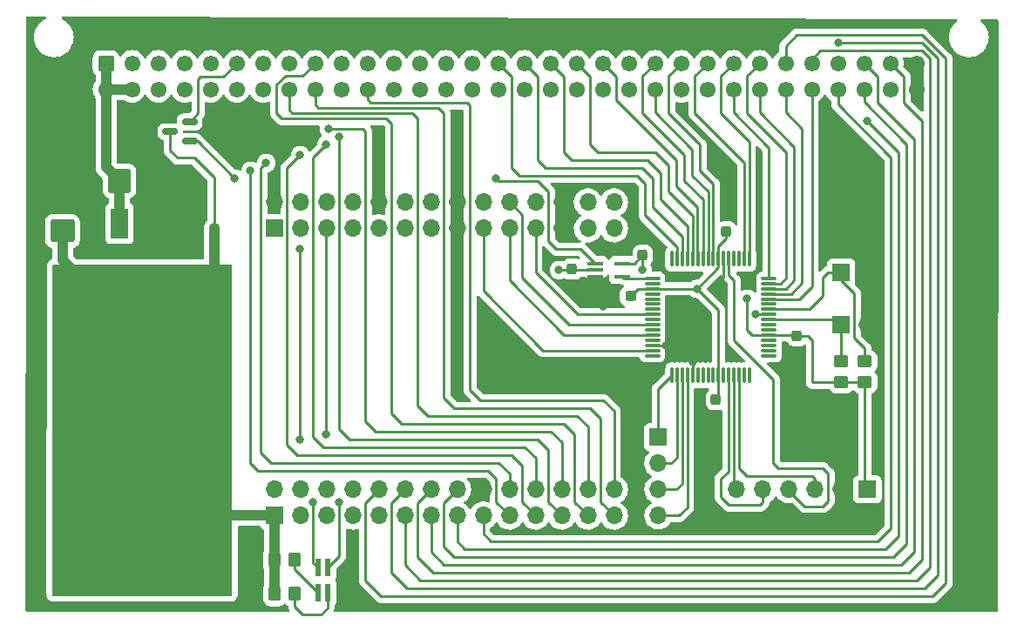
<source format=gbr>
%TF.GenerationSoftware,KiCad,Pcbnew,(6.0.9-0)*%
%TF.CreationDate,2023-01-09T20:35:05+02:00*%
%TF.ProjectId,QE_PCB,51455f50-4342-42e6-9b69-6361645f7063,rev?*%
%TF.SameCoordinates,Original*%
%TF.FileFunction,Copper,L1,Top*%
%TF.FilePolarity,Positive*%
%FSLAX46Y46*%
G04 Gerber Fmt 4.6, Leading zero omitted, Abs format (unit mm)*
G04 Created by KiCad (PCBNEW (6.0.9-0)) date 2023-01-09 20:35:05*
%MOMM*%
%LPD*%
G01*
G04 APERTURE LIST*
G04 Aperture macros list*
%AMRoundRect*
0 Rectangle with rounded corners*
0 $1 Rounding radius*
0 $2 $3 $4 $5 $6 $7 $8 $9 X,Y pos of 4 corners*
0 Add a 4 corners polygon primitive as box body*
4,1,4,$2,$3,$4,$5,$6,$7,$8,$9,$2,$3,0*
0 Add four circle primitives for the rounded corners*
1,1,$1+$1,$2,$3*
1,1,$1+$1,$4,$5*
1,1,$1+$1,$6,$7*
1,1,$1+$1,$8,$9*
0 Add four rect primitives between the rounded corners*
20,1,$1+$1,$2,$3,$4,$5,0*
20,1,$1+$1,$4,$5,$6,$7,0*
20,1,$1+$1,$6,$7,$8,$9,0*
20,1,$1+$1,$8,$9,$2,$3,0*%
G04 Aperture macros list end*
%TA.AperFunction,SMDPad,CuDef*%
%ADD10RoundRect,0.250000X0.350000X0.450000X-0.350000X0.450000X-0.350000X-0.450000X0.350000X-0.450000X0*%
%TD*%
%TA.AperFunction,SMDPad,CuDef*%
%ADD11R,0.600000X1.800000*%
%TD*%
%TA.AperFunction,ComponentPad*%
%ADD12R,1.700000X1.700000*%
%TD*%
%TA.AperFunction,ComponentPad*%
%ADD13O,1.700000X1.700000*%
%TD*%
%TA.AperFunction,SMDPad,CuDef*%
%ADD14RoundRect,0.250000X-0.450000X0.350000X-0.450000X-0.350000X0.450000X-0.350000X0.450000X0.350000X0*%
%TD*%
%TA.AperFunction,SMDPad,CuDef*%
%ADD15RoundRect,0.237500X0.237500X-0.300000X0.237500X0.300000X-0.237500X0.300000X-0.237500X-0.300000X0*%
%TD*%
%TA.AperFunction,SMDPad,CuDef*%
%ADD16R,1.600000X3.000000*%
%TD*%
%TA.AperFunction,SMDPad,CuDef*%
%ADD17R,5.800000X6.400000*%
%TD*%
%TA.AperFunction,SMDPad,CuDef*%
%ADD18R,1.700000X3.000000*%
%TD*%
%TA.AperFunction,SMDPad,CuDef*%
%ADD19RoundRect,0.250000X-0.875000X-0.925000X0.875000X-0.925000X0.875000X0.925000X-0.875000X0.925000X0*%
%TD*%
%TA.AperFunction,SMDPad,CuDef*%
%ADD20RoundRect,0.075000X-0.662500X-0.075000X0.662500X-0.075000X0.662500X0.075000X-0.662500X0.075000X0*%
%TD*%
%TA.AperFunction,SMDPad,CuDef*%
%ADD21RoundRect,0.075000X-0.075000X-0.662500X0.075000X-0.662500X0.075000X0.662500X-0.075000X0.662500X0*%
%TD*%
%TA.AperFunction,ComponentPad*%
%ADD22C,1.550000*%
%TD*%
%TA.AperFunction,ComponentPad*%
%ADD23RoundRect,0.249999X-0.525001X-0.525001X0.525001X-0.525001X0.525001X0.525001X-0.525001X0.525001X0*%
%TD*%
%TA.AperFunction,SMDPad,CuDef*%
%ADD24RoundRect,0.237500X-0.237500X0.300000X-0.237500X-0.300000X0.237500X-0.300000X0.237500X0.300000X0*%
%TD*%
%TA.AperFunction,SMDPad,CuDef*%
%ADD25RoundRect,0.250000X0.925000X-0.875000X0.925000X0.875000X-0.925000X0.875000X-0.925000X-0.875000X0*%
%TD*%
%TA.AperFunction,SMDPad,CuDef*%
%ADD26RoundRect,0.237500X0.300000X0.237500X-0.300000X0.237500X-0.300000X-0.237500X0.300000X-0.237500X0*%
%TD*%
%TA.AperFunction,SMDPad,CuDef*%
%ADD27R,1.500000X0.400000*%
%TD*%
%TA.AperFunction,SMDPad,CuDef*%
%ADD28RoundRect,0.150000X0.587500X0.150000X-0.587500X0.150000X-0.587500X-0.150000X0.587500X-0.150000X0*%
%TD*%
%TA.AperFunction,SMDPad,CuDef*%
%ADD29RoundRect,0.250000X0.450000X-0.350000X0.450000X0.350000X-0.450000X0.350000X-0.450000X-0.350000X0*%
%TD*%
%TA.AperFunction,ViaPad*%
%ADD30C,0.800000*%
%TD*%
%TA.AperFunction,Conductor*%
%ADD31C,0.250000*%
%TD*%
%TA.AperFunction,Conductor*%
%ADD32C,1.000000*%
%TD*%
G04 APERTURE END LIST*
D10*
%TO.P,R4,1*%
%TO.N,Net-(D1-Pad4)*%
X75692000Y-113538000D03*
%TO.P,R4,2*%
%TO.N,+3V3*%
X73692000Y-113538000D03*
%TD*%
%TO.P,R3,1*%
%TO.N,Net-(D1-Pad1)*%
X75676000Y-110236000D03*
%TO.P,R3,2*%
%TO.N,+3V3*%
X73676000Y-110236000D03*
%TD*%
D11*
%TO.P,D1,1,A1*%
%TO.N,Net-(D1-Pad1)*%
X77924000Y-113394000D03*
%TO.P,D1,2,K1*%
%TO.N,/TX*%
X77924000Y-110994000D03*
%TO.P,D1,3,K2*%
%TO.N,/RX*%
X78874000Y-110994000D03*
%TO.P,D1,4,A2*%
%TO.N,Net-(D1-Pad4)*%
X78874000Y-113394000D03*
%TD*%
D12*
%TO.P,J5,1,Pin_1*%
%TO.N,/GCK3*%
X110998000Y-98298000D03*
D13*
%TO.P,J5,2,Pin_2*%
%TO.N,/P18*%
X110998000Y-100838000D03*
%TO.P,J5,3,Pin_3*%
%TO.N,/P19*%
X110998000Y-103378000D03*
%TO.P,J5,4,Pin_4*%
%TO.N,/P20*%
X110998000Y-105918000D03*
%TD*%
D14*
%TO.P,R2,1*%
%TO.N,Net-(J4-Pad1)*%
X128778000Y-90948000D03*
%TO.P,R2,2*%
%TO.N,+3V3*%
X128778000Y-92948000D03*
%TD*%
D15*
%TO.P,C6,1*%
%TO.N,+3V3*%
X117602000Y-78332500D03*
%TO.P,C6,2*%
%TO.N,GND*%
X117602000Y-76607500D03*
%TD*%
D16*
%TO.P,U1,1,GND*%
%TO.N,GND*%
X63310800Y-77502400D03*
D17*
%TO.P,U1,2,VO*%
%TO.N,+3V3*%
X61010800Y-84802400D03*
D18*
%TO.P,U1,3,VI*%
%TO.N,Net-(C1-Pad1)*%
X58660800Y-77502400D03*
%TD*%
D12*
%TO.P,J1,1,Pin_1*%
%TO.N,+3V3*%
X131318000Y-103378000D03*
D13*
%TO.P,J1,2,Pin_2*%
%TO.N,GND*%
X128778000Y-103378000D03*
%TO.P,J1,3,Pin_3*%
%TO.N,/TCK*%
X126238000Y-103378000D03*
%TO.P,J1,4,Pin_4*%
%TO.N,/TDO*%
X123698000Y-103378000D03*
%TO.P,J1,5,Pin_5*%
%TO.N,/TDI*%
X121158000Y-103378000D03*
%TO.P,J1,6,Pin_6*%
%TO.N,/TMS*%
X118618000Y-103378000D03*
%TD*%
D12*
%TO.P,J4,1,Pin_1*%
%TO.N,Net-(J4-Pad1)*%
X128773000Y-87376000D03*
D13*
%TO.P,J4,2,Pin_2*%
%TO.N,GND*%
X131313000Y-87376000D03*
%TD*%
D19*
%TO.P,C1,1*%
%TO.N,Net-(C1-Pad1)*%
X58638600Y-73355200D03*
%TO.P,C1,2*%
%TO.N,GND*%
X63738600Y-73355200D03*
%TD*%
D20*
%TO.P,U2,1,P1*%
%TO.N,/DSMCL_CTL*%
X110415500Y-82864000D03*
%TO.P,U2,2,I/O/GTS2*%
%TO.N,unconnected-(U2-Pad2)*%
X110415500Y-83364000D03*
%TO.P,U2,3,VCC*%
%TO.N,+3V3*%
X110415500Y-83864000D03*
%TO.P,U2,4,P4*%
%TO.N,unconnected-(U2-Pad4)*%
X110415500Y-84364000D03*
%TO.P,U2,5,I/O/GTS1*%
%TO.N,unconnected-(U2-Pad5)*%
X110415500Y-84864000D03*
%TO.P,U2,6,P6*%
%TO.N,unconnected-(U2-Pad6)*%
X110415500Y-85364000D03*
%TO.P,U2,7,P7*%
%TO.N,unconnected-(U2-Pad7)*%
X110415500Y-85864000D03*
%TO.P,U2,8,P8*%
%TO.N,/{slash}WR*%
X110415500Y-86364000D03*
%TO.P,U2,9,P9*%
%TO.N,unconnected-(U2-Pad9)*%
X110415500Y-86864000D03*
%TO.P,U2,10,P10*%
%TO.N,/{slash}RD*%
X110415500Y-87364000D03*
%TO.P,U2,11,P11*%
%TO.N,unconnected-(U2-Pad11)*%
X110415500Y-87864000D03*
%TO.P,U2,12,P12*%
%TO.N,/{slash}CS*%
X110415500Y-88364000D03*
%TO.P,U2,13,P13*%
%TO.N,unconnected-(U2-Pad13)*%
X110415500Y-88864000D03*
%TO.P,U2,14,GND*%
%TO.N,GND*%
X110415500Y-89364000D03*
%TO.P,U2,15,I/O/GCK1*%
%TO.N,/{slash}RESET*%
X110415500Y-89864000D03*
%TO.P,U2,16,I/O/GCK2*%
%TO.N,unconnected-(U2-Pad16)*%
X110415500Y-90364000D03*
D21*
%TO.P,U2,17,I/O/GCK3*%
%TO.N,/GCK3*%
X112328000Y-92276500D03*
%TO.P,U2,18,P18*%
%TO.N,/P18*%
X112828000Y-92276500D03*
%TO.P,U2,19,P19*%
%TO.N,/P19*%
X113328000Y-92276500D03*
%TO.P,U2,20,P20*%
%TO.N,/P20*%
X113828000Y-92276500D03*
%TO.P,U2,21,GND*%
%TO.N,GND*%
X114328000Y-92276500D03*
%TO.P,U2,22,P22*%
%TO.N,unconnected-(U2-Pad22)*%
X114828000Y-92276500D03*
%TO.P,U2,23,P23*%
%TO.N,unconnected-(U2-Pad23)*%
X115328000Y-92276500D03*
%TO.P,U2,24,P24*%
%TO.N,unconnected-(U2-Pad24)*%
X115828000Y-92276500D03*
%TO.P,U2,25,P25*%
%TO.N,unconnected-(U2-Pad25)*%
X116328000Y-92276500D03*
%TO.P,U2,26,VCCIO*%
%TO.N,+3V3*%
X116828000Y-92276500D03*
%TO.P,U2,27,P27*%
%TO.N,unconnected-(U2-Pad27)*%
X117328000Y-92276500D03*
%TO.P,U2,28,TDI*%
%TO.N,/TDI*%
X117828000Y-92276500D03*
%TO.P,U2,29,TMS*%
%TO.N,/TMS*%
X118328000Y-92276500D03*
%TO.P,U2,30,TCK*%
%TO.N,/TCK*%
X118828000Y-92276500D03*
%TO.P,U2,31,P31*%
%TO.N,unconnected-(U2-Pad31)*%
X119328000Y-92276500D03*
%TO.P,U2,32,P32*%
%TO.N,unconnected-(U2-Pad32)*%
X119828000Y-92276500D03*
D20*
%TO.P,U2,33,P33*%
%TO.N,unconnected-(U2-Pad33)*%
X121740500Y-90364000D03*
%TO.P,U2,34,P34*%
%TO.N,unconnected-(U2-Pad34)*%
X121740500Y-89864000D03*
%TO.P,U2,35,P35*%
%TO.N,unconnected-(U2-Pad35)*%
X121740500Y-89364000D03*
%TO.P,U2,36,P36*%
%TO.N,unconnected-(U2-Pad36)*%
X121740500Y-88864000D03*
%TO.P,U2,37,VCC*%
%TO.N,+3V3*%
X121740500Y-88364000D03*
%TO.P,U2,38,P38*%
%TO.N,unconnected-(U2-Pad38)*%
X121740500Y-87864000D03*
%TO.P,U2,39,P39*%
%TO.N,unconnected-(U2-Pad39)*%
X121740500Y-87364000D03*
%TO.P,U2,40,P40*%
%TO.N,Net-(J4-Pad1)*%
X121740500Y-86864000D03*
%TO.P,U2,41,GND*%
%TO.N,GND*%
X121740500Y-86364000D03*
%TO.P,U2,42,P42*%
%TO.N,Net-(J2-Pad1)*%
X121740500Y-85864000D03*
%TO.P,U2,43,P43*%
%TO.N,unconnected-(U2-Pad43)*%
X121740500Y-85364000D03*
%TO.P,U2,44,P44*%
%TO.N,/ASL*%
X121740500Y-84864000D03*
%TO.P,U2,45,P45*%
%TO.N,/DSL*%
X121740500Y-84364000D03*
%TO.P,U2,46,P46*%
%TO.N,/RDWL*%
X121740500Y-83864000D03*
%TO.P,U2,47,P47*%
%TO.N,/A19*%
X121740500Y-83364000D03*
%TO.P,U2,48,P48*%
%TO.N,/DTACKL*%
X121740500Y-82864000D03*
D21*
%TO.P,U2,49,P49*%
%TO.N,/A18*%
X119828000Y-80951500D03*
%TO.P,U2,50,P50*%
%TO.N,/A17*%
X119328000Y-80951500D03*
%TO.P,U2,51,P51*%
%TO.N,unconnected-(U2-Pad51)*%
X118828000Y-80951500D03*
%TO.P,U2,52,P52*%
%TO.N,unconnected-(U2-Pad52)*%
X118328000Y-80951500D03*
%TO.P,U2,53,TDO*%
%TO.N,/TDO*%
X117828000Y-80951500D03*
%TO.P,U2,54,GND*%
%TO.N,GND*%
X117328000Y-80951500D03*
%TO.P,U2,55,VCCIO*%
%TO.N,+3V3*%
X116828000Y-80951500D03*
%TO.P,U2,56,P56*%
%TO.N,/A16*%
X116328000Y-80951500D03*
%TO.P,U2,57,P57*%
%TO.N,/A15*%
X115828000Y-80951500D03*
%TO.P,U2,58,P58*%
%TO.N,/CLKCPU*%
X115328000Y-80951500D03*
%TO.P,U2,59,P59*%
%TO.N,/A14*%
X114828000Y-80951500D03*
%TO.P,U2,60,P60*%
%TO.N,/A13*%
X114328000Y-80951500D03*
%TO.P,U2,61,P61*%
%TO.N,/A12*%
X113828000Y-80951500D03*
%TO.P,U2,62,P62*%
%TO.N,/A11*%
X113328000Y-80951500D03*
%TO.P,U2,63,P63*%
%TO.N,/A10*%
X112828000Y-80951500D03*
%TO.P,U2,64,I/O/GSR*%
%TO.N,unconnected-(U2-Pad64)*%
X112328000Y-80951500D03*
%TD*%
D12*
%TO.P,J2,1,Pin_1*%
%TO.N,Net-(J2-Pad1)*%
X128773000Y-82296000D03*
D13*
%TO.P,J2,2,Pin_2*%
%TO.N,GND*%
X131313000Y-82296000D03*
%TD*%
D22*
%TO.P,J3,a1,GND*%
%TO.N,GND*%
X136075000Y-61927000D03*
%TO.P,J3,a2,D3*%
%TO.N,Net-(J3-Pada2)*%
X133535000Y-61927000D03*
%TO.P,J3,a3,D4*%
%TO.N,Net-(J3-Pada3)*%
X130995000Y-61927000D03*
%TO.P,J3,a4,D5*%
%TO.N,Net-(J3-Pada4)*%
X128455000Y-61927000D03*
%TO.P,J3,a5,D6*%
%TO.N,Net-(J3-Pada5)*%
X125915000Y-61927000D03*
%TO.P,J3,a6,D7*%
%TO.N,Net-(J3-Pada6)*%
X123375000Y-61927000D03*
%TO.P,J3,a7,A19*%
%TO.N,/A19*%
X120835000Y-61927000D03*
%TO.P,J3,a8,A18*%
%TO.N,/A18*%
X118295000Y-61927000D03*
%TO.P,J3,a9,A17*%
%TO.N,/A17*%
X115755000Y-61927000D03*
%TO.P,J3,a10,A16*%
%TO.N,/A16*%
X113215000Y-61927000D03*
%TO.P,J3,a11,CLKCPU*%
%TO.N,/CLKCPU*%
X110675000Y-61927000D03*
%TO.P,J3,a12*%
%TO.N,N/C*%
X108135000Y-61927000D03*
%TO.P,J3,a13,A14*%
%TO.N,/A14*%
X105595000Y-61927000D03*
%TO.P,J3,a14,A13*%
%TO.N,/A13*%
X103055000Y-61927000D03*
%TO.P,J3,a15,A12*%
%TO.N,/A12*%
X100515000Y-61927000D03*
%TO.P,J3,a16,A11*%
%TO.N,/A11*%
X97975000Y-61927000D03*
%TO.P,J3,a17,A10*%
%TO.N,/A10*%
X95435000Y-61927000D03*
%TO.P,J3,a18,A9*%
%TO.N,Net-(J3-Pada18)*%
X92895000Y-61927000D03*
%TO.P,J3,a19,A8*%
%TO.N,Net-(J3-Pada19)*%
X90355000Y-61927000D03*
%TO.P,J3,a20,A7*%
%TO.N,Net-(J3-Pada20)*%
X87815000Y-61927000D03*
%TO.P,J3,a21,A6*%
%TO.N,Net-(J3-Pada21)*%
X85275000Y-61927000D03*
%TO.P,J3,a22,A5*%
%TO.N,Net-(J3-Pada22)*%
X82735000Y-61927000D03*
%TO.P,J3,a23,A4*%
%TO.N,Net-(J3-Pada23)*%
X80195000Y-61927000D03*
%TO.P,J3,a24,A3*%
%TO.N,Net-(J3-Pada24)*%
X77655000Y-61927000D03*
%TO.P,J3,a25*%
%TO.N,N/C*%
X75115000Y-61927000D03*
%TO.P,J3,a26*%
X72575000Y-61927000D03*
%TO.P,J3,a27,DSMCL*%
%TO.N,/DSMCL*%
X70035000Y-61927000D03*
%TO.P,J3,a28*%
%TO.N,N/C*%
X67495000Y-61927000D03*
%TO.P,J3,a29*%
X64955000Y-61927000D03*
%TO.P,J3,a30,VP12*%
%TO.N,unconnected-(J3-Pada30)*%
X62415000Y-61927000D03*
%TO.P,J3,a31,VM12*%
%TO.N,unconnected-(J3-Pada31)*%
X59875000Y-61927000D03*
D23*
%TO.P,J3,a32,VIN*%
%TO.N,Net-(C1-Pad1)*%
X57335000Y-61927000D03*
D22*
%TO.P,J3,b1,GND*%
%TO.N,GND*%
X136075000Y-64467000D03*
%TO.P,J3,b2,D2*%
%TO.N,Net-(J3-Padb2)*%
X133535000Y-64467000D03*
%TO.P,J3,b3,D1*%
%TO.N,Net-(J3-Padb3)*%
X130995000Y-64467000D03*
%TO.P,J3,b4,D0*%
%TO.N,Net-(J3-Padb4)*%
X128455000Y-64467000D03*
%TO.P,J3,b5,ASL*%
%TO.N,/ASL*%
X125915000Y-64467000D03*
%TO.P,J3,b6,DSL*%
%TO.N,/DSL*%
X123375000Y-64467000D03*
%TO.P,J3,b7,RDWL*%
%TO.N,/RDWL*%
X120835000Y-64467000D03*
%TO.P,J3,b8,DTACKL*%
%TO.N,/DTACKL*%
X118295000Y-64467000D03*
%TO.P,J3,b9*%
%TO.N,N/C*%
X115755000Y-64467000D03*
%TO.P,J3,b10*%
X113215000Y-64467000D03*
%TO.P,J3,b11,A15*%
%TO.N,/A15*%
X110675000Y-64467000D03*
%TO.P,J3,b12*%
%TO.N,N/C*%
X108135000Y-64467000D03*
%TO.P,J3,b13*%
X105595000Y-64467000D03*
%TO.P,J3,b14*%
X103055000Y-64467000D03*
%TO.P,J3,b15*%
X100515000Y-64467000D03*
%TO.P,J3,b16*%
X97975000Y-64467000D03*
%TO.P,J3,b17*%
X95435000Y-64467000D03*
%TO.P,J3,b18*%
X92895000Y-64467000D03*
%TO.P,J3,b19*%
X90355000Y-64467000D03*
%TO.P,J3,b20*%
X87815000Y-64467000D03*
%TO.P,J3,b21*%
X85275000Y-64467000D03*
%TO.P,J3,b22,A0*%
%TO.N,Net-(J3-Padb22)*%
X82735000Y-64467000D03*
%TO.P,J3,b23*%
%TO.N,N/C*%
X80195000Y-64467000D03*
%TO.P,J3,b24,A1*%
%TO.N,Net-(J3-Padb24)*%
X77655000Y-64467000D03*
%TO.P,J3,b25,A2*%
%TO.N,Net-(J3-Padb25)*%
X75115000Y-64467000D03*
%TO.P,J3,b26*%
%TO.N,N/C*%
X72575000Y-64467000D03*
%TO.P,J3,b27*%
X70035000Y-64467000D03*
%TO.P,J3,b28*%
X67495000Y-64467000D03*
%TO.P,J3,b29*%
X64955000Y-64467000D03*
%TO.P,J3,b30*%
X62415000Y-64467000D03*
%TO.P,J3,b31,VIN*%
%TO.N,Net-(C1-Pad1)*%
X59875000Y-64467000D03*
%TO.P,J3,b32,VIN*%
X57335000Y-64467000D03*
%TD*%
D24*
%TO.P,C3,2*%
%TO.N,GND*%
X116586000Y-96366500D03*
%TO.P,C3,1*%
%TO.N,+3V3*%
X116586000Y-94641500D03*
%TD*%
%TO.P,C8,1*%
%TO.N,+3V3*%
X102616000Y-81941500D03*
%TO.P,C8,2*%
%TO.N,GND*%
X102616000Y-83666500D03*
%TD*%
D25*
%TO.P,C2,1*%
%TO.N,+3V3*%
X53100000Y-78250000D03*
%TO.P,C2,2*%
%TO.N,GND*%
X53100000Y-73150000D03*
%TD*%
D24*
%TO.P,C4,1*%
%TO.N,+3V3*%
X124460000Y-88445000D03*
%TO.P,C4,2*%
%TO.N,GND*%
X124460000Y-90170000D03*
%TD*%
D26*
%TO.P,C5,1*%
%TO.N,+3V3*%
X108304500Y-84582000D03*
%TO.P,C5,2*%
%TO.N,GND*%
X106579500Y-84582000D03*
%TD*%
D27*
%TO.P,U4,1,B*%
%TO.N,/DSMCL_O*%
X104842000Y-81392000D03*
%TO.P,U4,2,VCCB*%
%TO.N,+3V3*%
X104842000Y-82042000D03*
%TO.P,U4,3,GND*%
%TO.N,GND*%
X104842000Y-82692000D03*
%TO.P,U4,4,A*%
%TO.N,/DSMCL_CTL*%
X107502000Y-82692000D03*
%TO.P,U4,5,VCCA*%
%TO.N,+3V3*%
X107502000Y-81392000D03*
%TD*%
D28*
%TO.P,Q1,1,B*%
%TO.N,/DSMCL_O*%
X65453500Y-69530000D03*
%TO.P,Q1,2,E*%
%TO.N,/DSMCL*%
X65453500Y-67630000D03*
%TO.P,Q1,3,C*%
%TO.N,+3V3*%
X63578500Y-68580000D03*
%TD*%
D29*
%TO.P,R1,1*%
%TO.N,+3V3*%
X131064000Y-92948000D03*
%TO.P,R1,2*%
%TO.N,Net-(J2-Pad1)*%
X131064000Y-90948000D03*
%TD*%
D12*
%TO.P,U3,J1_1,VCC*%
%TO.N,+3V3*%
X73670000Y-105938000D03*
D13*
%TO.P,U3,J1_2*%
%TO.N,N/C*%
X73670000Y-103398000D03*
%TO.P,U3,J1_3*%
X76210000Y-105938000D03*
%TO.P,U3,J1_4*%
X76210000Y-103398000D03*
%TO.P,U3,J1_5*%
X78750000Y-105938000D03*
%TO.P,U3,J1_6*%
X78750000Y-103398000D03*
%TO.P,U3,J1_7*%
X81290000Y-105938000D03*
%TO.P,U3,J1_8*%
X81290000Y-103398000D03*
%TO.P,U3,J1_9*%
X83830000Y-105938000D03*
%TO.P,U3,J1_10,D7*%
%TO.N,Net-(J3-Pada6)*%
X83830000Y-103398000D03*
%TO.P,U3,J1_11,D6*%
%TO.N,Net-(J3-Pada5)*%
X86370000Y-105938000D03*
%TO.P,U3,J1_12,D5*%
%TO.N,Net-(J3-Pada4)*%
X86370000Y-103398000D03*
%TO.P,U3,J1_13,D4*%
%TO.N,Net-(J3-Pada3)*%
X88910000Y-105938000D03*
%TO.P,U3,J1_14,D3*%
%TO.N,Net-(J3-Pada2)*%
X88910000Y-103398000D03*
%TO.P,U3,J1_15,D2*%
%TO.N,Net-(J3-Padb2)*%
X91450000Y-105938000D03*
%TO.P,U3,J1_16,D1*%
%TO.N,Net-(J3-Padb3)*%
X91450000Y-103398000D03*
%TO.P,U3,J1_17,D0*%
%TO.N,Net-(J3-Padb4)*%
X93990000Y-105938000D03*
%TO.P,U3,J1_18,GND*%
%TO.N,GND*%
X93990000Y-103398000D03*
%TO.P,U3,J1_19,A9*%
%TO.N,Net-(J3-Pada18)*%
X96530000Y-105938000D03*
%TO.P,U3,J1_20,A8*%
%TO.N,Net-(J3-Pada19)*%
X96530000Y-103398000D03*
%TO.P,U3,J1_21,A7*%
%TO.N,Net-(J3-Pada20)*%
X99070000Y-105938000D03*
%TO.P,U3,J1_22,A6*%
%TO.N,Net-(J3-Pada21)*%
X99070000Y-103398000D03*
%TO.P,U3,J1_23,A5*%
%TO.N,Net-(J3-Pada22)*%
X101610000Y-105938000D03*
%TO.P,U3,J1_24,A4*%
%TO.N,Net-(J3-Pada23)*%
X101610000Y-103398000D03*
%TO.P,U3,J1_25,A3*%
%TO.N,Net-(J3-Pada24)*%
X104150000Y-105938000D03*
%TO.P,U3,J1_26,A2*%
%TO.N,Net-(J3-Padb25)*%
X104150000Y-103398000D03*
%TO.P,U3,J1_27,A1*%
%TO.N,Net-(J3-Padb24)*%
X106690000Y-105938000D03*
%TO.P,U3,J1_28,A0*%
%TO.N,Net-(J3-Padb22)*%
X106690000Y-103398000D03*
D12*
%TO.P,U3,J2_1,VCC*%
%TO.N,+3V3*%
X73670000Y-77998000D03*
D13*
%TO.P,U3,J2_2,BIT16EN*%
%TO.N,GND*%
X73670000Y-75458000D03*
%TO.P,U3,J2_3,/LINKLED*%
%TO.N,unconnected-(U3-PadJ2_3)*%
X76210000Y-77998000D03*
%TO.P,U3,J2_4,/TXLED*%
%TO.N,/TX*%
X76210000Y-75458000D03*
%TO.P,U3,J2_5,/RXLED*%
%TO.N,/RX*%
X78750000Y-77998000D03*
%TO.P,U3,J2_6,/COLLED*%
%TO.N,unconnected-(U3-PadJ2_6)*%
X78750000Y-75458000D03*
%TO.P,U3,J2_7,/FDXLED*%
%TO.N,unconnected-(U3-PadJ2_7)*%
X81290000Y-77998000D03*
%TO.P,U3,J2_8,/SPDLED*%
%TO.N,unconnected-(U3-PadJ2_8)*%
X81290000Y-75458000D03*
%TO.P,U3,J2_9,/ACTLED*%
%TO.N,unconnected-(U3-PadJ2_9)*%
X83830000Y-77998000D03*
%TO.P,U3,J2_10,GND*%
%TO.N,GND*%
X83830000Y-75458000D03*
%TO.P,U3,J2_11,BRDY3*%
%TO.N,unconnected-(U3-PadJ2_11)*%
X86370000Y-77998000D03*
%TO.P,U3,J2_12,BRDY2*%
%TO.N,unconnected-(U3-PadJ2_12)*%
X86370000Y-75458000D03*
%TO.P,U3,J2_13,BRDY1*%
%TO.N,unconnected-(U3-PadJ2_13)*%
X88910000Y-77998000D03*
%TO.P,U3,J2_14,BRDY0*%
%TO.N,unconnected-(U3-PadJ2_14)*%
X88910000Y-75458000D03*
%TO.P,U3,J2_15,GND*%
%TO.N,GND*%
X91450000Y-77998000D03*
%TO.P,U3,J2_16,GND*%
X91450000Y-75458000D03*
%TO.P,U3,J2_17,/RESET*%
%TO.N,/{slash}RESET*%
X93990000Y-77998000D03*
%TO.P,U3,J2_18,/INT*%
%TO.N,unconnected-(U3-PadJ2_18)*%
X93990000Y-75458000D03*
%TO.P,U3,J2_19,/CS*%
%TO.N,/{slash}CS*%
X96530000Y-77998000D03*
%TO.P,U3,J2_20,/RD*%
%TO.N,/{slash}RD*%
X96530000Y-75458000D03*
%TO.P,U3,J2_21,/WR*%
%TO.N,/{slash}WR*%
X99070000Y-77998000D03*
%TO.P,U3,J2_22*%
%TO.N,N/C*%
X99070000Y-75458000D03*
%TO.P,U3,J2_23,GND*%
%TO.N,GND*%
X101610000Y-77998000D03*
%TO.P,U3,J2_24,GND*%
X101610000Y-75458000D03*
%TO.P,U3,J2_25*%
%TO.N,N/C*%
X104150000Y-77998000D03*
%TO.P,U3,J2_26*%
X104150000Y-75458000D03*
%TO.P,U3,J2_27*%
X106690000Y-77998000D03*
%TO.P,U3,J2_28*%
X106690000Y-75458000D03*
%TD*%
D15*
%TO.P,C7,1*%
%TO.N,+3V3*%
X109474000Y-80618500D03*
%TO.P,C7,2*%
%TO.N,GND*%
X109474000Y-78893500D03*
%TD*%
D30*
%TO.N,/RX*%
X78740000Y-98044000D03*
X80010000Y-104648000D03*
%TO.N,/TX*%
X76200000Y-80010000D03*
X76200000Y-98552000D03*
X77470000Y-104648000D03*
%TO.N,GND*%
X115316000Y-96266000D03*
%TO.N,+3V3*%
X114764000Y-83864000D03*
X119634000Y-84836000D03*
X101346000Y-82042000D03*
X67838000Y-77998000D03*
X109474000Y-82042000D03*
%TO.N,GND*%
X114328000Y-90960000D03*
X110744000Y-79248000D03*
X120400000Y-86364000D03*
X65989200Y-73355200D03*
X65515600Y-78502400D03*
X104648000Y-83820000D03*
X117602000Y-74676000D03*
X105664000Y-85598000D03*
X53100000Y-70372000D03*
X116840000Y-83312000D03*
X119634000Y-82804000D03*
X124460000Y-91948000D03*
X111716000Y-89364000D03*
%TO.N,Net-(J3-Pada4)*%
X128524000Y-59944000D03*
%TO.N,Net-(J3-Padb2)*%
X131318000Y-67564000D03*
%TO.N,Net-(J3-Pada18)*%
X71374000Y-72390000D03*
%TO.N,Net-(J3-Pada19)*%
X72898000Y-71628000D03*
%TO.N,Net-(J3-Pada20)*%
X76200000Y-70866000D03*
%TO.N,Net-(J3-Pada21)*%
X78740000Y-69850000D03*
%TO.N,Net-(J3-Pada22)*%
X80010000Y-69088000D03*
%TO.N,Net-(J3-Pada23)*%
X78994000Y-68326000D03*
%TO.N,/DSMCL_O*%
X69850000Y-73152000D03*
X95250000Y-73152000D03*
%TD*%
D31*
%TO.N,/RX*%
X80010000Y-109858000D02*
X80010000Y-104648000D01*
X78874000Y-110994000D02*
X80010000Y-109858000D01*
X78740000Y-98044000D02*
X78740000Y-78008000D01*
X78740000Y-78008000D02*
X78750000Y-77998000D01*
%TO.N,/TX*%
X76200000Y-98552000D02*
X76200000Y-80010000D01*
X77470000Y-110540000D02*
X77470000Y-104648000D01*
X77924000Y-110994000D02*
X77470000Y-110540000D01*
%TO.N,Net-(D1-Pad1)*%
X75676000Y-110236000D02*
X75676000Y-111146000D01*
X75676000Y-111146000D02*
X77924000Y-113394000D01*
%TO.N,Net-(D1-Pad4)*%
X76454000Y-115570000D02*
X78232000Y-115570000D01*
X75692000Y-113538000D02*
X75692000Y-114808000D01*
X75692000Y-114808000D02*
X76454000Y-115570000D01*
X78232000Y-115570000D02*
X78874000Y-114928000D01*
X78874000Y-114928000D02*
X78874000Y-113394000D01*
D32*
%TO.N,+3V3*%
X73676000Y-110236000D02*
X73676000Y-113522000D01*
X73676000Y-113522000D02*
X73692000Y-113538000D01*
X73670000Y-105938000D02*
X73670000Y-110230000D01*
X73670000Y-110230000D02*
X73676000Y-110236000D01*
%TO.N,GND*%
X115416500Y-96366500D02*
X115316000Y-96266000D01*
X116586000Y-96366500D02*
X115416500Y-96366500D01*
D31*
%TO.N,/P20*%
X113828000Y-92276500D02*
X113828000Y-105120000D01*
X113030000Y-105918000D02*
X110998000Y-105918000D01*
X113828000Y-105120000D02*
X113030000Y-105918000D01*
%TO.N,/P19*%
X113328000Y-92276500D02*
X113328000Y-102826000D01*
X112776000Y-103378000D02*
X110998000Y-103378000D01*
X113328000Y-102826000D02*
X112776000Y-103378000D01*
%TO.N,/P18*%
X112828000Y-92276500D02*
X112828000Y-100278000D01*
X112828000Y-100278000D02*
X112268000Y-100838000D01*
X112268000Y-100838000D02*
X110998000Y-100838000D01*
%TO.N,/GCK3*%
X112328000Y-92276500D02*
X110998000Y-93606500D01*
X110998000Y-93606500D02*
X110998000Y-98298000D01*
%TO.N,+3V3*%
X116828000Y-92276500D02*
X116828000Y-94399500D01*
X116828000Y-94399500D02*
X116586000Y-94641500D01*
X131064000Y-92948000D02*
X131064000Y-103124000D01*
X131064000Y-103124000D02*
X131318000Y-103378000D01*
%TO.N,/TDO*%
X127000000Y-101346000D02*
X122682000Y-101346000D01*
X127508000Y-104521000D02*
X127508000Y-101854000D01*
X127508000Y-101854000D02*
X127000000Y-101346000D01*
X122682000Y-101346000D02*
X122174000Y-100838000D01*
X122174000Y-100838000D02*
X122174000Y-92710000D01*
%TO.N,/TCK*%
X118828000Y-92276500D02*
X118828000Y-101302000D01*
X119634000Y-102108000D02*
X125984000Y-102108000D01*
X118828000Y-101302000D02*
X119634000Y-102108000D01*
X125984000Y-102108000D02*
X126238000Y-102362000D01*
X126238000Y-102362000D02*
X126238000Y-103378000D01*
%TO.N,/TMS*%
X118328000Y-94452000D02*
X118328000Y-103088000D01*
X118328000Y-103088000D02*
X118618000Y-103378000D01*
%TO.N,/TDI*%
X117856000Y-104902000D02*
X120904000Y-104902000D01*
X117094000Y-102362000D02*
X117094000Y-104140000D01*
X117828000Y-101628000D02*
X117094000Y-102362000D01*
X117094000Y-104140000D02*
X117856000Y-104902000D01*
X117828000Y-92276500D02*
X117828000Y-101628000D01*
X120904000Y-104902000D02*
X121158000Y-104648000D01*
X121158000Y-104648000D02*
X121158000Y-103378000D01*
%TO.N,+3V3*%
X116828000Y-80951500D02*
X116828000Y-81800000D01*
D32*
X61010800Y-104444800D02*
X61010800Y-84802400D01*
D31*
X116828000Y-85928000D02*
X114764000Y-83864000D01*
X125984000Y-88900000D02*
X125984000Y-92964000D01*
X110415500Y-83864000D02*
X109022500Y-83864000D01*
X104842000Y-82042000D02*
X102716500Y-82042000D01*
X109474000Y-80618500D02*
X109474000Y-82042000D01*
X102616000Y-81941500D02*
X102515500Y-82042000D01*
X108700500Y-81392000D02*
X107502000Y-81392000D01*
X124379000Y-88364000D02*
X121740500Y-88364000D01*
D32*
X67896500Y-82979500D02*
X67896500Y-78056500D01*
X67896500Y-82979500D02*
X66073600Y-84802400D01*
D31*
X109022500Y-83864000D02*
X108304500Y-84582000D01*
X64282000Y-71140000D02*
X65919500Y-71140000D01*
X116828000Y-79768000D02*
X116828000Y-80951500D01*
X121740500Y-88364000D02*
X120114000Y-88364000D01*
D32*
X62504000Y-105938000D02*
X61010800Y-104444800D01*
D31*
X114764000Y-83864000D02*
X116828000Y-81800000D01*
X119634000Y-87884000D02*
X119634000Y-84836000D01*
X126000000Y-92948000D02*
X125984000Y-92964000D01*
D32*
X56802400Y-84802400D02*
X61010800Y-84802400D01*
X73670000Y-105938000D02*
X62504000Y-105938000D01*
D31*
X131064000Y-92948000D02*
X128778000Y-92948000D01*
D32*
X53100000Y-81100000D02*
X56802400Y-84802400D01*
D31*
X110415500Y-83864000D02*
X114764000Y-83864000D01*
X117602000Y-78332500D02*
X117602000Y-78994000D01*
X102716500Y-82042000D02*
X102616000Y-81941500D01*
X116828000Y-92276500D02*
X116828000Y-85928000D01*
X120114000Y-88364000D02*
X119634000Y-87884000D01*
X65919500Y-71140000D02*
X67838000Y-73058500D01*
D32*
X66073600Y-84802400D02*
X61010800Y-84802400D01*
D31*
X102515500Y-82042000D02*
X101346000Y-82042000D01*
X63578500Y-70436500D02*
X64282000Y-71140000D01*
X128778000Y-92948000D02*
X126000000Y-92948000D01*
X124460000Y-88445000D02*
X125529000Y-88445000D01*
X125529000Y-88445000D02*
X125984000Y-88900000D01*
X124460000Y-88445000D02*
X124379000Y-88364000D01*
X117602000Y-78994000D02*
X116828000Y-79768000D01*
D32*
X67896500Y-78056500D02*
X67838000Y-77998000D01*
D31*
X109474000Y-80618500D02*
X108700500Y-81392000D01*
X63578500Y-68580000D02*
X63578500Y-70436500D01*
D32*
X53100000Y-78250000D02*
X53100000Y-81100000D01*
D31*
X67838000Y-73058500D02*
X67838000Y-77998000D01*
%TO.N,GND*%
X104648000Y-82886000D02*
X104648000Y-83820000D01*
X106579500Y-84582000D02*
X106579500Y-84682500D01*
D32*
X63290800Y-78502400D02*
X65515600Y-78502400D01*
D31*
X110415500Y-89364000D02*
X111716000Y-89364000D01*
X106579500Y-84682500D02*
X105664000Y-85598000D01*
X114328000Y-92276500D02*
X114328000Y-90960000D01*
X110389500Y-78893500D02*
X110744000Y-79248000D01*
X109474000Y-78893500D02*
X110389500Y-78893500D01*
X104842000Y-82692000D02*
X104648000Y-82886000D01*
D32*
X124460000Y-90170000D02*
X124460000Y-91948000D01*
D31*
X102616000Y-83666500D02*
X102769500Y-83820000D01*
X117328000Y-82824000D02*
X116840000Y-83312000D01*
D32*
X53100000Y-73150000D02*
X53100000Y-70372000D01*
X63738600Y-73355200D02*
X65989200Y-73355200D01*
D31*
X102769500Y-83820000D02*
X104648000Y-83820000D01*
X121740500Y-86364000D02*
X120400000Y-86364000D01*
D32*
X117602000Y-76607500D02*
X117602000Y-74676000D01*
D31*
X117328000Y-80951500D02*
X117328000Y-82062000D01*
X117328000Y-82062000D02*
X117328000Y-82824000D01*
D32*
%TO.N,Net-(C1-Pad1)*%
X59875000Y-64467000D02*
X57335000Y-64467000D01*
X57335000Y-61927000D02*
X57335000Y-64467000D01*
X58638600Y-73355200D02*
X58638600Y-78410200D01*
X57335000Y-72051600D02*
X58638600Y-73355200D01*
X57335000Y-64467000D02*
X57335000Y-72051600D01*
D31*
%TO.N,Net-(J3-Pada2)*%
X87630000Y-109982000D02*
X87630000Y-104678000D01*
X135382000Y-111506000D02*
X89154000Y-111506000D01*
X136652000Y-110236000D02*
X135382000Y-111506000D01*
X87630000Y-104678000D02*
X88910000Y-103398000D01*
X134874000Y-65786000D02*
X136652000Y-67564000D01*
X134874000Y-63266000D02*
X134874000Y-65786000D01*
X89154000Y-111506000D02*
X87630000Y-109982000D01*
X136652000Y-67564000D02*
X136652000Y-110236000D01*
X133535000Y-61927000D02*
X134874000Y-63266000D01*
%TO.N,Net-(J3-Pada3)*%
X132334000Y-65786000D02*
X135890000Y-69342000D01*
X132334000Y-63266000D02*
X132334000Y-65786000D01*
X130995000Y-61927000D02*
X132334000Y-63266000D01*
X134620000Y-110744000D02*
X90170000Y-110744000D01*
X90170000Y-110744000D02*
X88910000Y-109484000D01*
X135890000Y-69342000D02*
X135890000Y-109474000D01*
X135890000Y-109474000D02*
X134620000Y-110744000D01*
X88910000Y-109484000D02*
X88910000Y-105938000D01*
%TO.N,Net-(J3-Pada4)*%
X128524000Y-59944000D02*
X136652000Y-59944000D01*
X136652000Y-59944000D02*
X138176000Y-61468000D01*
X138176000Y-111760000D02*
X136906000Y-113030000D01*
X85090000Y-111506000D02*
X85090000Y-104678000D01*
X138176000Y-61468000D02*
X138176000Y-111760000D01*
X85090000Y-104678000D02*
X86370000Y-103398000D01*
X136906000Y-113030000D02*
X86614000Y-113030000D01*
X86614000Y-113030000D02*
X85090000Y-111506000D01*
%TO.N,Net-(J3-Pada5)*%
X137414000Y-61468000D02*
X137414000Y-110998000D01*
X125915000Y-61537000D02*
X126746000Y-60706000D01*
X137414000Y-110998000D02*
X136144000Y-112268000D01*
X136144000Y-112268000D02*
X87884000Y-112268000D01*
X87884000Y-112268000D02*
X86370000Y-110754000D01*
X125915000Y-61927000D02*
X125915000Y-61537000D01*
X136652000Y-60706000D02*
X137414000Y-61468000D01*
X126746000Y-60706000D02*
X136652000Y-60706000D01*
X86370000Y-110754000D02*
X86370000Y-105938000D01*
%TO.N,Net-(J3-Pada6)*%
X82550000Y-112268000D02*
X82550000Y-104678000D01*
X136652000Y-59182000D02*
X138938000Y-61468000D01*
X124460000Y-59182000D02*
X136652000Y-59182000D01*
X82550000Y-104678000D02*
X83830000Y-103398000D01*
X137668000Y-113792000D02*
X84074000Y-113792000D01*
X138938000Y-112522000D02*
X137668000Y-113792000D01*
X123375000Y-61927000D02*
X123375000Y-60267000D01*
X84074000Y-113792000D02*
X82550000Y-112268000D01*
X138938000Y-61468000D02*
X138938000Y-112522000D01*
X123375000Y-60267000D02*
X124460000Y-59182000D01*
%TO.N,Net-(J3-Padb2)*%
X92202000Y-109220000D02*
X91450000Y-108468000D01*
X134366000Y-107950000D02*
X133096000Y-109220000D01*
X131318000Y-67564000D02*
X134366000Y-70612000D01*
X134366000Y-70612000D02*
X134366000Y-107950000D01*
X91450000Y-108468000D02*
X91450000Y-105938000D01*
X133096000Y-109220000D02*
X92202000Y-109220000D01*
%TO.N,Net-(J3-Padb3)*%
X90170000Y-104678000D02*
X91450000Y-103398000D01*
X130995000Y-64467000D02*
X130995000Y-65717000D01*
X130995000Y-65717000D02*
X135128000Y-69850000D01*
X135128000Y-69850000D02*
X135128000Y-108712000D01*
X90170000Y-108966000D02*
X90170000Y-104678000D01*
X133858000Y-109982000D02*
X91186000Y-109982000D01*
X91186000Y-109982000D02*
X90170000Y-108966000D01*
X135128000Y-108712000D02*
X133858000Y-109982000D01*
%TO.N,Net-(J3-Padb4)*%
X133604000Y-71120000D02*
X133604000Y-107188000D01*
X128455000Y-65971000D02*
X133604000Y-71120000D01*
X94742000Y-108458000D02*
X93990000Y-107706000D01*
X128455000Y-64467000D02*
X128455000Y-65971000D01*
X93990000Y-107706000D02*
X93990000Y-105938000D01*
X133604000Y-107188000D02*
X132334000Y-108458000D01*
X132334000Y-108458000D02*
X94742000Y-108458000D01*
%TO.N,Net-(J3-Pada18)*%
X95250000Y-104658000D02*
X96530000Y-105938000D01*
X71374000Y-100838000D02*
X72136000Y-101600000D01*
X72136000Y-101600000D02*
X94488000Y-101600000D01*
X94488000Y-101600000D02*
X95250000Y-102362000D01*
X95250000Y-102362000D02*
X95250000Y-104658000D01*
X71374000Y-72390000D02*
X71374000Y-100838000D01*
%TO.N,Net-(J3-Pada19)*%
X96530000Y-101864000D02*
X95504000Y-100838000D01*
X72390000Y-72136000D02*
X72898000Y-71628000D01*
X72390000Y-99822000D02*
X72390000Y-72136000D01*
X96530000Y-103398000D02*
X96530000Y-101864000D01*
X73406000Y-100838000D02*
X72390000Y-99822000D01*
X95504000Y-100838000D02*
X73406000Y-100838000D01*
%TO.N,Net-(J3-Pada20)*%
X96774000Y-100076000D02*
X75946000Y-100076000D01*
X97790000Y-101092000D02*
X96774000Y-100076000D01*
X97790000Y-104658000D02*
X99070000Y-105938000D01*
X97790000Y-104658000D02*
X97790000Y-101092000D01*
X76200000Y-70866000D02*
X74930000Y-72136000D01*
X74930000Y-99060000D02*
X74930000Y-72136000D01*
X75946000Y-100076000D02*
X74930000Y-99060000D01*
%TO.N,Net-(J3-Pada21)*%
X99070000Y-100340000D02*
X99070000Y-103398000D01*
X78740000Y-69850000D02*
X77470000Y-71120000D01*
X78486000Y-99314000D02*
X77470000Y-98298000D01*
X98044000Y-99314000D02*
X78486000Y-99314000D01*
X77470000Y-98298000D02*
X77470000Y-71120000D01*
X99070000Y-100340000D02*
X98044000Y-99314000D01*
%TO.N,Net-(J3-Pada22)*%
X100330000Y-104658000D02*
X100330000Y-99568000D01*
X99314000Y-98552000D02*
X81026000Y-98552000D01*
X81026000Y-98552000D02*
X80010000Y-97536000D01*
X80010000Y-97536000D02*
X80010000Y-69088000D01*
X100330000Y-99568000D02*
X99314000Y-98552000D01*
X101610000Y-105938000D02*
X100330000Y-104658000D01*
%TO.N,Net-(J3-Pada23)*%
X82550000Y-68580000D02*
X82296000Y-68326000D01*
X83566000Y-97790000D02*
X82550000Y-96774000D01*
X101610000Y-103398000D02*
X101610000Y-98816000D01*
X82296000Y-68326000D02*
X78994000Y-68326000D01*
X101610000Y-98816000D02*
X100584000Y-97790000D01*
X82550000Y-96774000D02*
X82550000Y-68580000D01*
X100584000Y-97790000D02*
X83566000Y-97790000D01*
%TO.N,Net-(J3-Pada24)*%
X104150000Y-105938000D02*
X102870000Y-104658000D01*
X74422000Y-67310000D02*
X73914000Y-66802000D01*
X102870000Y-98044000D02*
X101854000Y-97028000D01*
X73914000Y-66802000D02*
X73914000Y-64008000D01*
X74794000Y-63128000D02*
X76454000Y-63128000D01*
X84582000Y-67310000D02*
X74422000Y-67310000D01*
X73914000Y-64008000D02*
X74794000Y-63128000D01*
X85090000Y-67818000D02*
X84582000Y-67310000D01*
X76454000Y-63128000D02*
X77655000Y-61927000D01*
X102870000Y-104658000D02*
X102870000Y-98044000D01*
X85090000Y-96012000D02*
X85090000Y-67818000D01*
X101854000Y-97028000D02*
X86106000Y-97028000D01*
X86106000Y-97028000D02*
X85090000Y-96012000D01*
%TO.N,Net-(J3-Padb22)*%
X106690000Y-95768000D02*
X105664000Y-94742000D01*
X106690000Y-103398000D02*
X106690000Y-95768000D01*
X92710000Y-66040000D02*
X92456000Y-65786000D01*
X92456000Y-65786000D02*
X83058000Y-65786000D01*
X92710000Y-93726000D02*
X92710000Y-66040000D01*
X93726000Y-94742000D02*
X92710000Y-93726000D01*
X82735000Y-65463000D02*
X82735000Y-64467000D01*
X83058000Y-65786000D02*
X82735000Y-65463000D01*
X105664000Y-94742000D02*
X93726000Y-94742000D01*
%TO.N,Net-(J3-Padb24)*%
X77655000Y-65971000D02*
X77655000Y-64467000D01*
X105410000Y-104658000D02*
X105410000Y-96520000D01*
X106690000Y-105938000D02*
X105410000Y-104658000D01*
X105410000Y-96520000D02*
X104394000Y-95504000D01*
X91186000Y-95504000D02*
X90170000Y-94488000D01*
X89662000Y-66294000D02*
X77978000Y-66294000D01*
X90170000Y-66802000D02*
X89662000Y-66294000D01*
X77978000Y-66294000D02*
X77655000Y-65971000D01*
X90170000Y-94488000D02*
X90170000Y-66802000D01*
X104394000Y-95504000D02*
X91186000Y-95504000D01*
%TO.N,Net-(J3-Padb25)*%
X103124000Y-96266000D02*
X88646000Y-96266000D01*
X104150000Y-103398000D02*
X104150000Y-97292000D01*
X104150000Y-97292000D02*
X103124000Y-96266000D01*
X75438000Y-66802000D02*
X75115000Y-66479000D01*
X75115000Y-66479000D02*
X75115000Y-64467000D01*
X88646000Y-96266000D02*
X87630000Y-95250000D01*
X87630000Y-95250000D02*
X87630000Y-67310000D01*
X87630000Y-67310000D02*
X87122000Y-66802000D01*
X87122000Y-66802000D02*
X75438000Y-66802000D01*
%TO.N,/A19*%
X123444000Y-82804000D02*
X122884000Y-83364000D01*
X119634000Y-66802000D02*
X123444000Y-70612000D01*
X123444000Y-70612000D02*
X123444000Y-82804000D01*
X122884000Y-83364000D02*
X121740500Y-83364000D01*
X119634000Y-63128000D02*
X119634000Y-66802000D01*
X120835000Y-61927000D02*
X119634000Y-63128000D01*
%TO.N,/A18*%
X119828000Y-69536000D02*
X119828000Y-80951500D01*
X117094000Y-63128000D02*
X117094000Y-66802000D01*
X118295000Y-61927000D02*
X117094000Y-63128000D01*
X117094000Y-66802000D02*
X119828000Y-69536000D01*
%TO.N,/A17*%
X119328000Y-71576000D02*
X119328000Y-80951500D01*
X115755000Y-61927000D02*
X114554000Y-63128000D01*
X114554000Y-66802000D02*
X119328000Y-71576000D01*
X114554000Y-63128000D02*
X114554000Y-66802000D01*
%TO.N,/A16*%
X115062000Y-69850000D02*
X115062000Y-72390000D01*
X113215000Y-61927000D02*
X112014000Y-63128000D01*
X112014000Y-66802000D02*
X115062000Y-69850000D01*
X115062000Y-72390000D02*
X116328000Y-73656000D01*
X116328000Y-73656000D02*
X116328000Y-80951500D01*
X112014000Y-63128000D02*
X112014000Y-66802000D01*
%TO.N,/A14*%
X114808000Y-75946000D02*
X112776000Y-73914000D01*
X106934000Y-65532000D02*
X106934000Y-63266000D01*
X112776000Y-73914000D02*
X112776000Y-71374000D01*
X114808000Y-80931500D02*
X114808000Y-75946000D01*
X112776000Y-71374000D02*
X106934000Y-65532000D01*
X106934000Y-63266000D02*
X105595000Y-61927000D01*
X114828000Y-80951500D02*
X114808000Y-80931500D01*
%TO.N,/A13*%
X114328000Y-76736000D02*
X114328000Y-80951500D01*
X112014000Y-71882000D02*
X112014000Y-74422000D01*
X112014000Y-74422000D02*
X114328000Y-76736000D01*
X104394000Y-63266000D02*
X104394000Y-69850000D01*
X103055000Y-61927000D02*
X104394000Y-63266000D01*
X112014000Y-71882000D02*
X110744000Y-70612000D01*
X104394000Y-69850000D02*
X105156000Y-70612000D01*
X110744000Y-70612000D02*
X105156000Y-70612000D01*
%TO.N,/A12*%
X101854000Y-63266000D02*
X101854000Y-70612000D01*
X100515000Y-61927000D02*
X101854000Y-63266000D01*
X102616000Y-71374000D02*
X109982000Y-71374000D01*
X111252000Y-72644000D02*
X111252000Y-75184000D01*
X109982000Y-71374000D02*
X111252000Y-72644000D01*
X113828000Y-77760000D02*
X113828000Y-80951500D01*
X111252000Y-75184000D02*
X113828000Y-77760000D01*
X101854000Y-70612000D02*
X102616000Y-71374000D01*
%TO.N,/A11*%
X99314000Y-63266000D02*
X99314000Y-71374000D01*
X110490000Y-73152000D02*
X110490000Y-75946000D01*
X97975000Y-61927000D02*
X99314000Y-63266000D01*
X113328000Y-78784000D02*
X113328000Y-80951500D01*
X100076000Y-72136000D02*
X109474000Y-72136000D01*
X110490000Y-75946000D02*
X113328000Y-78784000D01*
X109474000Y-72136000D02*
X110490000Y-73152000D01*
X99314000Y-71374000D02*
X100076000Y-72136000D01*
%TO.N,/A10*%
X109728000Y-73660000D02*
X109728000Y-76708000D01*
X96774000Y-63266000D02*
X96774000Y-72136000D01*
X108966000Y-72898000D02*
X109728000Y-73660000D01*
X96774000Y-72136000D02*
X97536000Y-72898000D01*
X95435000Y-61927000D02*
X96774000Y-63266000D01*
X109728000Y-76708000D02*
X112828000Y-79808000D01*
X97536000Y-72898000D02*
X108966000Y-72898000D01*
X112828000Y-79808000D02*
X112828000Y-80951500D01*
%TO.N,/A15*%
X114300000Y-70358000D02*
X110675000Y-66733000D01*
X114300000Y-70358000D02*
X114300000Y-72898000D01*
X110675000Y-66733000D02*
X110675000Y-64467000D01*
X114300000Y-72898000D02*
X115828000Y-74426000D01*
X115828000Y-74426000D02*
X115828000Y-80951500D01*
%TO.N,/DSMCL*%
X70035000Y-61927000D02*
X68716000Y-63246000D01*
X66294000Y-66789500D02*
X65453500Y-67630000D01*
X68716000Y-63246000D02*
X66548000Y-63246000D01*
X66294000Y-63500000D02*
X66294000Y-66789500D01*
X66548000Y-63246000D02*
X66294000Y-63500000D01*
%TO.N,/DSL*%
X123375000Y-64467000D02*
X123375000Y-66733000D01*
X124968000Y-83312000D02*
X123916000Y-84364000D01*
X124968000Y-68326000D02*
X124968000Y-83312000D01*
X123916000Y-84364000D02*
X121740500Y-84364000D01*
X123375000Y-66733000D02*
X124968000Y-68326000D01*
%TO.N,/RDWL*%
X124206000Y-83058000D02*
X123400000Y-83864000D01*
X124206000Y-70104000D02*
X124206000Y-83058000D01*
X123400000Y-83864000D02*
X121740500Y-83864000D01*
X120835000Y-66733000D02*
X124206000Y-70104000D01*
X120835000Y-64467000D02*
X120835000Y-66733000D01*
%TO.N,/DTACKL*%
X118295000Y-66733000D02*
X121740500Y-70178500D01*
X121740500Y-70178500D02*
X121740500Y-82864000D01*
X118295000Y-64467000D02*
X118295000Y-66733000D01*
%TO.N,/DSMCL_CTL*%
X107674000Y-82864000D02*
X107502000Y-82692000D01*
X110415500Y-82864000D02*
X107674000Y-82864000D01*
%TO.N,/{slash}CS*%
X110415500Y-88364000D02*
X101846000Y-88364000D01*
X101846000Y-88364000D02*
X96530000Y-83048000D01*
X96530000Y-83048000D02*
X96530000Y-77998000D01*
%TO.N,/{slash}RESET*%
X99770000Y-89864000D02*
X93990000Y-84084000D01*
X110415500Y-89864000D02*
X99770000Y-89864000D01*
X93990000Y-84084000D02*
X93990000Y-77998000D01*
%TO.N,/{slash}WR*%
X103128000Y-86364000D02*
X99070000Y-82306000D01*
X110415500Y-86364000D02*
X103128000Y-86364000D01*
X99070000Y-82306000D02*
X99070000Y-77998000D01*
%TO.N,/{slash}RD*%
X97790000Y-82804000D02*
X97790000Y-76718000D01*
X97790000Y-76718000D02*
X96530000Y-75458000D01*
X110415500Y-87364000D02*
X102350000Y-87364000D01*
X102350000Y-87364000D02*
X97790000Y-82804000D01*
%TO.N,/TDO*%
X118364000Y-83058000D02*
X118364000Y-88900000D01*
X117828000Y-82522000D02*
X118364000Y-83058000D01*
X118364000Y-88900000D02*
X122174000Y-92710000D01*
X117828000Y-80951500D02*
X117828000Y-82522000D01*
X125222000Y-105029000D02*
X127000000Y-105029000D01*
X123698000Y-103505000D02*
X125222000Y-105029000D01*
X127000000Y-105029000D02*
X127508000Y-104521000D01*
%TO.N,/TMS*%
X118328000Y-94452000D02*
X118328000Y-92276500D01*
%TO.N,/CLKCPU*%
X115328000Y-75196000D02*
X115328000Y-80951500D01*
X113538000Y-73406000D02*
X115328000Y-75196000D01*
X113538000Y-70866000D02*
X113538000Y-73406000D01*
X110675000Y-61927000D02*
X109474000Y-63128000D01*
X109474000Y-66802000D02*
X109474000Y-63128000D01*
X113538000Y-70866000D02*
X109474000Y-66802000D01*
%TO.N,Net-(J2-Pad1)*%
X128773000Y-82296000D02*
X128773000Y-83053000D01*
X127000000Y-84582000D02*
X127000000Y-82804000D01*
X127000000Y-82804000D02*
X127508000Y-82296000D01*
X130048000Y-88662000D02*
X131064000Y-89678000D01*
X125718000Y-85864000D02*
X127000000Y-84582000D01*
X130048000Y-84328000D02*
X130048000Y-88662000D01*
X121740500Y-85864000D02*
X125718000Y-85864000D01*
X128773000Y-83053000D02*
X130048000Y-84328000D01*
X127508000Y-82296000D02*
X128773000Y-82296000D01*
X131064000Y-89678000D02*
X131064000Y-90948000D01*
%TO.N,Net-(J4-Pad1)*%
X128773000Y-90943000D02*
X128778000Y-90948000D01*
X128261000Y-86864000D02*
X128773000Y-87376000D01*
X128773000Y-87376000D02*
X128773000Y-90943000D01*
X121740500Y-86864000D02*
X128261000Y-86864000D01*
%TO.N,/ASL*%
X125915000Y-83635000D02*
X124686000Y-84864000D01*
X124686000Y-84864000D02*
X121740500Y-84864000D01*
X125915000Y-64467000D02*
X125915000Y-83635000D01*
%TO.N,/DSMCL_O*%
X104842000Y-81392000D02*
X103460000Y-80010000D01*
X69850000Y-73152000D02*
X66228000Y-69530000D01*
X101092000Y-80010000D02*
X100330000Y-79248000D01*
X66228000Y-69530000D02*
X65453500Y-69530000D01*
X95504000Y-73406000D02*
X95250000Y-73152000D01*
X100330000Y-74422000D02*
X99314000Y-73406000D01*
X100330000Y-79248000D02*
X100330000Y-74422000D01*
X99314000Y-73406000D02*
X95504000Y-73406000D01*
X103460000Y-80010000D02*
X101092000Y-80010000D01*
%TD*%
%TA.AperFunction,Conductor*%
%TO.N,+3V3*%
G36*
X69536955Y-81511431D02*
G01*
X69583470Y-81565067D01*
X69594879Y-81617456D01*
X69595348Y-113662052D01*
X69575347Y-113730173D01*
X69521692Y-113776667D01*
X69469403Y-113788054D01*
X59691868Y-113792222D01*
X52204718Y-113795413D01*
X52136588Y-113775440D01*
X52090073Y-113721804D01*
X52078664Y-113669348D01*
X52095195Y-81624752D01*
X52115232Y-81556642D01*
X52168912Y-81510176D01*
X52221140Y-81498817D01*
X62099855Y-81494602D01*
X69468825Y-81491458D01*
X69536955Y-81511431D01*
G37*
%TD.AperFunction*%
%TD*%
%TA.AperFunction,Conductor*%
%TO.N,GND*%
G36*
X51388368Y-57388508D02*
G01*
X51456434Y-57408694D01*
X51502783Y-57462474D01*
X51512698Y-57532775D01*
X51483031Y-57597276D01*
X51447862Y-57625395D01*
X51216332Y-57750322D01*
X50996085Y-57912999D01*
X50800955Y-58105087D01*
X50798256Y-58108624D01*
X50798253Y-58108627D01*
X50768074Y-58148172D01*
X50634838Y-58322753D01*
X50501048Y-58561653D01*
X50402254Y-58817021D01*
X50401251Y-58821346D01*
X50401250Y-58821351D01*
X50387685Y-58879873D01*
X50340426Y-59083761D01*
X50316800Y-59356552D01*
X50331846Y-59629951D01*
X50385264Y-59898502D01*
X50475989Y-60156847D01*
X50478042Y-60160798D01*
X50478044Y-60160804D01*
X50545655Y-60290961D01*
X50602209Y-60399832D01*
X50604792Y-60403447D01*
X50604796Y-60403453D01*
X50641481Y-60454788D01*
X50761407Y-60622608D01*
X50796691Y-60659595D01*
X50933201Y-60802694D01*
X50950406Y-60820730D01*
X51165436Y-60990245D01*
X51169278Y-60992477D01*
X51169283Y-60992480D01*
X51398351Y-61125534D01*
X51398357Y-61125537D01*
X51402205Y-61127772D01*
X51466880Y-61153968D01*
X51651857Y-61228892D01*
X51651865Y-61228895D01*
X51655989Y-61230565D01*
X51784834Y-61262570D01*
X51917401Y-61295500D01*
X51917405Y-61295501D01*
X51921726Y-61296574D01*
X52155247Y-61320500D01*
X52324754Y-61320500D01*
X52528128Y-61306100D01*
X52532483Y-61305162D01*
X52532486Y-61305162D01*
X52791460Y-61249407D01*
X52791462Y-61249407D01*
X52795807Y-61248471D01*
X53052695Y-61153700D01*
X53154385Y-61098831D01*
X53289752Y-61025791D01*
X53293668Y-61023678D01*
X53423678Y-60927651D01*
X53510329Y-60863650D01*
X53510332Y-60863647D01*
X53513915Y-60861001D01*
X53709045Y-60668913D01*
X53711747Y-60665373D01*
X53872460Y-60454788D01*
X53872462Y-60454784D01*
X53875162Y-60451247D01*
X54008952Y-60212347D01*
X54107746Y-59956979D01*
X54110755Y-59944000D01*
X54139872Y-59818379D01*
X54169574Y-59690239D01*
X54193200Y-59417448D01*
X54178154Y-59144049D01*
X54124736Y-58875498D01*
X54034011Y-58617153D01*
X54015745Y-58581988D01*
X53909843Y-58378118D01*
X53909842Y-58378116D01*
X53907791Y-58374168D01*
X53905208Y-58370553D01*
X53905204Y-58370547D01*
X53751181Y-58155014D01*
X53748593Y-58151392D01*
X53559594Y-57953270D01*
X53409841Y-57835215D01*
X53348059Y-57786510D01*
X53348057Y-57786509D01*
X53344564Y-57783755D01*
X53340722Y-57781523D01*
X53340717Y-57781520D01*
X53111649Y-57648466D01*
X53111643Y-57648463D01*
X53107795Y-57646228D01*
X53082479Y-57635974D01*
X53026850Y-57591861D01*
X53003900Y-57524676D01*
X53020918Y-57455749D01*
X53072498Y-57406964D01*
X53130120Y-57393190D01*
X139901717Y-57626447D01*
X139969783Y-57646633D01*
X140016132Y-57700413D01*
X140026047Y-57770714D01*
X139996380Y-57835215D01*
X139976238Y-57853797D01*
X139896085Y-57912999D01*
X139700955Y-58105087D01*
X139698256Y-58108624D01*
X139698253Y-58108627D01*
X139668074Y-58148172D01*
X139534838Y-58322753D01*
X139401048Y-58561653D01*
X139302254Y-58817021D01*
X139301251Y-58821346D01*
X139301250Y-58821351D01*
X139287685Y-58879873D01*
X139240426Y-59083761D01*
X139216800Y-59356552D01*
X139231846Y-59629951D01*
X139285264Y-59898502D01*
X139375989Y-60156847D01*
X139378042Y-60160798D01*
X139378044Y-60160804D01*
X139445655Y-60290961D01*
X139502209Y-60399832D01*
X139504792Y-60403447D01*
X139504796Y-60403453D01*
X139541481Y-60454788D01*
X139661407Y-60622608D01*
X139696691Y-60659595D01*
X139833201Y-60802694D01*
X139850406Y-60820730D01*
X140065436Y-60990245D01*
X140069278Y-60992477D01*
X140069283Y-60992480D01*
X140298351Y-61125534D01*
X140298357Y-61125537D01*
X140302205Y-61127772D01*
X140366880Y-61153968D01*
X140551857Y-61228892D01*
X140551865Y-61228895D01*
X140555989Y-61230565D01*
X140684834Y-61262570D01*
X140817401Y-61295500D01*
X140817405Y-61295501D01*
X140821726Y-61296574D01*
X141055247Y-61320500D01*
X141224754Y-61320500D01*
X141428128Y-61306100D01*
X141432483Y-61305162D01*
X141432486Y-61305162D01*
X141691460Y-61249407D01*
X141691462Y-61249407D01*
X141695807Y-61248471D01*
X141952695Y-61153700D01*
X142054385Y-61098831D01*
X142189752Y-61025791D01*
X142193668Y-61023678D01*
X142323678Y-60927651D01*
X142410329Y-60863650D01*
X142410332Y-60863647D01*
X142413915Y-60861001D01*
X142609045Y-60668913D01*
X142611747Y-60665373D01*
X142772460Y-60454788D01*
X142772462Y-60454784D01*
X142775162Y-60451247D01*
X142908952Y-60212347D01*
X143007746Y-59956979D01*
X143010755Y-59944000D01*
X143039872Y-59818379D01*
X143069574Y-59690239D01*
X143093200Y-59417448D01*
X143078154Y-59144049D01*
X143024736Y-58875498D01*
X142934011Y-58617153D01*
X142915745Y-58581988D01*
X142809843Y-58378118D01*
X142809842Y-58378116D01*
X142807791Y-58374168D01*
X142805208Y-58370553D01*
X142805204Y-58370547D01*
X142651181Y-58155014D01*
X142648593Y-58151392D01*
X142459594Y-57953270D01*
X142338946Y-57858159D01*
X142297833Y-57800278D01*
X142294539Y-57729358D01*
X142330111Y-57667915D01*
X142393253Y-57635458D01*
X142417289Y-57633209D01*
X143901933Y-57637200D01*
X143969999Y-57657386D01*
X144016348Y-57711166D01*
X144027594Y-57763221D01*
X144018021Y-115164621D01*
X143998008Y-115232738D01*
X143944344Y-115279222D01*
X143892021Y-115290600D01*
X79599177Y-115290600D01*
X79531056Y-115270598D01*
X79484563Y-115216942D01*
X79474459Y-115146668D01*
X79483537Y-115114565D01*
X79484034Y-115113417D01*
X79487181Y-115106145D01*
X79488420Y-115098322D01*
X79488423Y-115098312D01*
X79494099Y-115062476D01*
X79496505Y-115050856D01*
X79505528Y-115015711D01*
X79505528Y-115015710D01*
X79507500Y-115008030D01*
X79507500Y-114987776D01*
X79509051Y-114968065D01*
X79510980Y-114955886D01*
X79512220Y-114948057D01*
X79508059Y-114904038D01*
X79507500Y-114892181D01*
X79507500Y-114737413D01*
X79527502Y-114669292D01*
X79537102Y-114657380D01*
X79537261Y-114657261D01*
X79567123Y-114617417D01*
X79577057Y-114604162D01*
X79624615Y-114540705D01*
X79675745Y-114404316D01*
X79682500Y-114342134D01*
X79682500Y-112445866D01*
X79675745Y-112383684D01*
X79648818Y-112311856D01*
X79627766Y-112255699D01*
X79627764Y-112255696D01*
X79624615Y-112247295D01*
X79625466Y-112246976D01*
X79611945Y-112185151D01*
X79624958Y-112140834D01*
X79624615Y-112140705D01*
X79626372Y-112136019D01*
X79626373Y-112136015D01*
X79634475Y-112114405D01*
X79672971Y-112011715D01*
X79675745Y-112004316D01*
X79682500Y-111942134D01*
X79682500Y-111133594D01*
X79702502Y-111065473D01*
X79719405Y-111044499D01*
X80402247Y-110361657D01*
X80410537Y-110354113D01*
X80417018Y-110350000D01*
X80463659Y-110300332D01*
X80466413Y-110297491D01*
X80486135Y-110277769D01*
X80488612Y-110274576D01*
X80496317Y-110265555D01*
X80521159Y-110239100D01*
X80526586Y-110233321D01*
X80530407Y-110226371D01*
X80536346Y-110215568D01*
X80547202Y-110199041D01*
X80554757Y-110189302D01*
X80554758Y-110189300D01*
X80559614Y-110183040D01*
X80577174Y-110142460D01*
X80582391Y-110131812D01*
X80599875Y-110100009D01*
X80599876Y-110100007D01*
X80603695Y-110093060D01*
X80608733Y-110073437D01*
X80615137Y-110054734D01*
X80620033Y-110043420D01*
X80620033Y-110043419D01*
X80623181Y-110036145D01*
X80624420Y-110028322D01*
X80624423Y-110028312D01*
X80630099Y-109992476D01*
X80632505Y-109980856D01*
X80641528Y-109945711D01*
X80641528Y-109945710D01*
X80643500Y-109938030D01*
X80643500Y-109917776D01*
X80645051Y-109898065D01*
X80646980Y-109885886D01*
X80648220Y-109878057D01*
X80644059Y-109834038D01*
X80643500Y-109822181D01*
X80643500Y-107328370D01*
X80663502Y-107260249D01*
X80717158Y-107213756D01*
X80787432Y-107203652D01*
X80814448Y-107210660D01*
X80909692Y-107247030D01*
X80914760Y-107248061D01*
X80914763Y-107248062D01*
X81022017Y-107269883D01*
X81128597Y-107291567D01*
X81133772Y-107291757D01*
X81133774Y-107291757D01*
X81346673Y-107299564D01*
X81346677Y-107299564D01*
X81351837Y-107299753D01*
X81356957Y-107299097D01*
X81356959Y-107299097D01*
X81568288Y-107272025D01*
X81568289Y-107272025D01*
X81573416Y-107271368D01*
X81754293Y-107217102D01*
X81825288Y-107216685D01*
X81885238Y-107254718D01*
X81915110Y-107319124D01*
X81916500Y-107337788D01*
X81916500Y-112189233D01*
X81915973Y-112200416D01*
X81914298Y-112207909D01*
X81914547Y-112215835D01*
X81914547Y-112215836D01*
X81916438Y-112275986D01*
X81916500Y-112279945D01*
X81916500Y-112307856D01*
X81916997Y-112311790D01*
X81916997Y-112311791D01*
X81917005Y-112311856D01*
X81917938Y-112323693D01*
X81919327Y-112367889D01*
X81923916Y-112383684D01*
X81924978Y-112387339D01*
X81928987Y-112406700D01*
X81931526Y-112426797D01*
X81934445Y-112434168D01*
X81934445Y-112434170D01*
X81947804Y-112467912D01*
X81951649Y-112479142D01*
X81953694Y-112486181D01*
X81963982Y-112521593D01*
X81968015Y-112528412D01*
X81968017Y-112528417D01*
X81974293Y-112539028D01*
X81982988Y-112556776D01*
X81990448Y-112575617D01*
X81995110Y-112582033D01*
X81995110Y-112582034D01*
X82016436Y-112611387D01*
X82022952Y-112621307D01*
X82040283Y-112650611D01*
X82045458Y-112659362D01*
X82059779Y-112673683D01*
X82072619Y-112688716D01*
X82084528Y-112705107D01*
X82111999Y-112727833D01*
X82118605Y-112733298D01*
X82127384Y-112741288D01*
X83570343Y-114184247D01*
X83577887Y-114192537D01*
X83582000Y-114199018D01*
X83587777Y-114204443D01*
X83631667Y-114245658D01*
X83634509Y-114248413D01*
X83654230Y-114268134D01*
X83657425Y-114270612D01*
X83666447Y-114278318D01*
X83698679Y-114308586D01*
X83705628Y-114312406D01*
X83716432Y-114318346D01*
X83732956Y-114329199D01*
X83748959Y-114341613D01*
X83789543Y-114359176D01*
X83800173Y-114364383D01*
X83838940Y-114385695D01*
X83846617Y-114387666D01*
X83846622Y-114387668D01*
X83858558Y-114390732D01*
X83877266Y-114397137D01*
X83895855Y-114405181D01*
X83903680Y-114406420D01*
X83903682Y-114406421D01*
X83939519Y-114412097D01*
X83951140Y-114414504D01*
X83982959Y-114422673D01*
X83993970Y-114425500D01*
X84014231Y-114425500D01*
X84033940Y-114427051D01*
X84053943Y-114430219D01*
X84061835Y-114429473D01*
X84067062Y-114428979D01*
X84097954Y-114426059D01*
X84109811Y-114425500D01*
X137589233Y-114425500D01*
X137600416Y-114426027D01*
X137607909Y-114427702D01*
X137615835Y-114427453D01*
X137615836Y-114427453D01*
X137675986Y-114425562D01*
X137679945Y-114425500D01*
X137707856Y-114425500D01*
X137711791Y-114425003D01*
X137711856Y-114424995D01*
X137723693Y-114424062D01*
X137755951Y-114423048D01*
X137759970Y-114422922D01*
X137767889Y-114422673D01*
X137787343Y-114417021D01*
X137806700Y-114413013D01*
X137818930Y-114411468D01*
X137818931Y-114411468D01*
X137826797Y-114410474D01*
X137834168Y-114407555D01*
X137834170Y-114407555D01*
X137867912Y-114394196D01*
X137879142Y-114390351D01*
X137913983Y-114380229D01*
X137913984Y-114380229D01*
X137921593Y-114378018D01*
X137928412Y-114373985D01*
X137928417Y-114373983D01*
X137939028Y-114367707D01*
X137956776Y-114359012D01*
X137975617Y-114351552D01*
X137983905Y-114345531D01*
X138011387Y-114325564D01*
X138021307Y-114319048D01*
X138052535Y-114300580D01*
X138052538Y-114300578D01*
X138059362Y-114296542D01*
X138073683Y-114282221D01*
X138088717Y-114269380D01*
X138105107Y-114257472D01*
X138133298Y-114223395D01*
X138141288Y-114214616D01*
X139330247Y-113025657D01*
X139338537Y-113018113D01*
X139345018Y-113014000D01*
X139391659Y-112964332D01*
X139394413Y-112961491D01*
X139414134Y-112941770D01*
X139416612Y-112938575D01*
X139424318Y-112929553D01*
X139449158Y-112903101D01*
X139454586Y-112897321D01*
X139464346Y-112879568D01*
X139475199Y-112863045D01*
X139482753Y-112853306D01*
X139487613Y-112847041D01*
X139505176Y-112806457D01*
X139510383Y-112795827D01*
X139531695Y-112757060D01*
X139533666Y-112749383D01*
X139533668Y-112749378D01*
X139536732Y-112737442D01*
X139543138Y-112718730D01*
X139548033Y-112707419D01*
X139551181Y-112700145D01*
X139552421Y-112692317D01*
X139552423Y-112692310D01*
X139558099Y-112656476D01*
X139560505Y-112644856D01*
X139569528Y-112609711D01*
X139569528Y-112609710D01*
X139571500Y-112602030D01*
X139571500Y-112581776D01*
X139573051Y-112562065D01*
X139574980Y-112549886D01*
X139576220Y-112542057D01*
X139572059Y-112498038D01*
X139571500Y-112486181D01*
X139571500Y-61546767D01*
X139572027Y-61535584D01*
X139573702Y-61528091D01*
X139571562Y-61460014D01*
X139571500Y-61456055D01*
X139571500Y-61428144D01*
X139570995Y-61424144D01*
X139570062Y-61412301D01*
X139568922Y-61376029D01*
X139568673Y-61368110D01*
X139563022Y-61348658D01*
X139559014Y-61329306D01*
X139557467Y-61317063D01*
X139556474Y-61309203D01*
X139547995Y-61287786D01*
X139540200Y-61268097D01*
X139536355Y-61256870D01*
X139528226Y-61228892D01*
X139524018Y-61214407D01*
X139519984Y-61207585D01*
X139519981Y-61207579D01*
X139513706Y-61196968D01*
X139505010Y-61179218D01*
X139500472Y-61167756D01*
X139500469Y-61167751D01*
X139497552Y-61160383D01*
X139484901Y-61142970D01*
X139471573Y-61124625D01*
X139465057Y-61114707D01*
X139448202Y-61086208D01*
X139442542Y-61076637D01*
X139428218Y-61062313D01*
X139415376Y-61047278D01*
X139403472Y-61030893D01*
X139369406Y-61002711D01*
X139360627Y-60994722D01*
X137155652Y-58789747D01*
X137148112Y-58781461D01*
X137144000Y-58774982D01*
X137094348Y-58728356D01*
X137091507Y-58725602D01*
X137071770Y-58705865D01*
X137068573Y-58703385D01*
X137059551Y-58695680D01*
X137046122Y-58683069D01*
X137027321Y-58665414D01*
X137020375Y-58661595D01*
X137020372Y-58661593D01*
X137009566Y-58655652D01*
X136993047Y-58644801D01*
X136992583Y-58644441D01*
X136977041Y-58632386D01*
X136969772Y-58629241D01*
X136969768Y-58629238D01*
X136936463Y-58614826D01*
X136925813Y-58609609D01*
X136887060Y-58588305D01*
X136867437Y-58583267D01*
X136848734Y-58576863D01*
X136837420Y-58571967D01*
X136837419Y-58571967D01*
X136830145Y-58568819D01*
X136822322Y-58567580D01*
X136822312Y-58567577D01*
X136786476Y-58561901D01*
X136774856Y-58559495D01*
X136739711Y-58550472D01*
X136739710Y-58550472D01*
X136732030Y-58548500D01*
X136711776Y-58548500D01*
X136692065Y-58546949D01*
X136679886Y-58545020D01*
X136672057Y-58543780D01*
X136642786Y-58546547D01*
X136628039Y-58547941D01*
X136616181Y-58548500D01*
X124538768Y-58548500D01*
X124527585Y-58547973D01*
X124520092Y-58546298D01*
X124512166Y-58546547D01*
X124512165Y-58546547D01*
X124452002Y-58548438D01*
X124448044Y-58548500D01*
X124420144Y-58548500D01*
X124416154Y-58549004D01*
X124404320Y-58549936D01*
X124360111Y-58551326D01*
X124352497Y-58553538D01*
X124352492Y-58553539D01*
X124340659Y-58556977D01*
X124321296Y-58560988D01*
X124301203Y-58563526D01*
X124293836Y-58566443D01*
X124293831Y-58566444D01*
X124260092Y-58579802D01*
X124248865Y-58583646D01*
X124206407Y-58595982D01*
X124199581Y-58600019D01*
X124188972Y-58606293D01*
X124171224Y-58614988D01*
X124152383Y-58622448D01*
X124145967Y-58627110D01*
X124145966Y-58627110D01*
X124116613Y-58648436D01*
X124106693Y-58654952D01*
X124075465Y-58673420D01*
X124075462Y-58673422D01*
X124068638Y-58677458D01*
X124054317Y-58691779D01*
X124039284Y-58704619D01*
X124022893Y-58716528D01*
X124014217Y-58727016D01*
X123994702Y-58750605D01*
X123986712Y-58759384D01*
X122982747Y-59763348D01*
X122974461Y-59770888D01*
X122967982Y-59775000D01*
X122962557Y-59780777D01*
X122921357Y-59824651D01*
X122918602Y-59827493D01*
X122898865Y-59847230D01*
X122896385Y-59850427D01*
X122888682Y-59859447D01*
X122858414Y-59891679D01*
X122854595Y-59898625D01*
X122854593Y-59898628D01*
X122848652Y-59909434D01*
X122837801Y-59925953D01*
X122825386Y-59941959D01*
X122822241Y-59949228D01*
X122822238Y-59949232D01*
X122807826Y-59982537D01*
X122802609Y-59993187D01*
X122781305Y-60031940D01*
X122779334Y-60039615D01*
X122779334Y-60039616D01*
X122776267Y-60051562D01*
X122769863Y-60070266D01*
X122768355Y-60073752D01*
X122761819Y-60088855D01*
X122760580Y-60096678D01*
X122760577Y-60096688D01*
X122754901Y-60132524D01*
X122752495Y-60144144D01*
X122744336Y-60175924D01*
X122741500Y-60186970D01*
X122741500Y-60207224D01*
X122739949Y-60226934D01*
X122736780Y-60246943D01*
X122737526Y-60254835D01*
X122740941Y-60290961D01*
X122741500Y-60302819D01*
X122741500Y-60738126D01*
X122721498Y-60806247D01*
X122687772Y-60841338D01*
X122655907Y-60863650D01*
X122551342Y-60936867D01*
X122551339Y-60936869D01*
X122546831Y-60940026D01*
X122388026Y-61098831D01*
X122384869Y-61103339D01*
X122384867Y-61103342D01*
X122272209Y-61264234D01*
X122259210Y-61282799D01*
X122256887Y-61287781D01*
X122256884Y-61287786D01*
X122219195Y-61368611D01*
X122172277Y-61421896D01*
X122104000Y-61441357D01*
X122036040Y-61420815D01*
X121990805Y-61368611D01*
X121953116Y-61287786D01*
X121953113Y-61287781D01*
X121950790Y-61282799D01*
X121937791Y-61264234D01*
X121825133Y-61103342D01*
X121825131Y-61103339D01*
X121821974Y-61098831D01*
X121663169Y-60940026D01*
X121639591Y-60923516D01*
X121582425Y-60883488D01*
X121479202Y-60811210D01*
X121474220Y-60808887D01*
X121474215Y-60808884D01*
X121280642Y-60718620D01*
X121280641Y-60718620D01*
X121275660Y-60716297D01*
X121270352Y-60714875D01*
X121270350Y-60714874D01*
X121064044Y-60659595D01*
X121064042Y-60659595D01*
X121058729Y-60658171D01*
X120835000Y-60638597D01*
X120611271Y-60658171D01*
X120605958Y-60659595D01*
X120605956Y-60659595D01*
X120399650Y-60714874D01*
X120399648Y-60714875D01*
X120394340Y-60716297D01*
X120389359Y-60718619D01*
X120389358Y-60718620D01*
X120195786Y-60808884D01*
X120195781Y-60808887D01*
X120190799Y-60811210D01*
X120186292Y-60814366D01*
X120186290Y-60814367D01*
X120011342Y-60936867D01*
X120011339Y-60936869D01*
X120006831Y-60940026D01*
X119848026Y-61098831D01*
X119844869Y-61103339D01*
X119844867Y-61103342D01*
X119732209Y-61264234D01*
X119719210Y-61282799D01*
X119716887Y-61287781D01*
X119716884Y-61287786D01*
X119679195Y-61368611D01*
X119632277Y-61421896D01*
X119564000Y-61441357D01*
X119496040Y-61420815D01*
X119450805Y-61368611D01*
X119413116Y-61287786D01*
X119413113Y-61287781D01*
X119410790Y-61282799D01*
X119397791Y-61264234D01*
X119285133Y-61103342D01*
X119285131Y-61103339D01*
X119281974Y-61098831D01*
X119123169Y-60940026D01*
X119099591Y-60923516D01*
X119042425Y-60883488D01*
X118939202Y-60811210D01*
X118934220Y-60808887D01*
X118934215Y-60808884D01*
X118740642Y-60718620D01*
X118740641Y-60718620D01*
X118735660Y-60716297D01*
X118730352Y-60714875D01*
X118730350Y-60714874D01*
X118524044Y-60659595D01*
X118524042Y-60659595D01*
X118518729Y-60658171D01*
X118295000Y-60638597D01*
X118071271Y-60658171D01*
X118065958Y-60659595D01*
X118065956Y-60659595D01*
X117859650Y-60714874D01*
X117859648Y-60714875D01*
X117854340Y-60716297D01*
X117849359Y-60718619D01*
X117849358Y-60718620D01*
X117655786Y-60808884D01*
X117655781Y-60808887D01*
X117650799Y-60811210D01*
X117646292Y-60814366D01*
X117646290Y-60814367D01*
X117471342Y-60936867D01*
X117471339Y-60936869D01*
X117466831Y-60940026D01*
X117308026Y-61098831D01*
X117304869Y-61103339D01*
X117304867Y-61103342D01*
X117192209Y-61264234D01*
X117179210Y-61282799D01*
X117176887Y-61287781D01*
X117176884Y-61287786D01*
X117139195Y-61368611D01*
X117092277Y-61421896D01*
X117024000Y-61441357D01*
X116956040Y-61420815D01*
X116910805Y-61368611D01*
X116873116Y-61287786D01*
X116873113Y-61287781D01*
X116870790Y-61282799D01*
X116857791Y-61264234D01*
X116745133Y-61103342D01*
X116745131Y-61103339D01*
X116741974Y-61098831D01*
X116583169Y-60940026D01*
X116559591Y-60923516D01*
X116502425Y-60883488D01*
X116399202Y-60811210D01*
X116394220Y-60808887D01*
X116394215Y-60808884D01*
X116200642Y-60718620D01*
X116200641Y-60718620D01*
X116195660Y-60716297D01*
X116190352Y-60714875D01*
X116190350Y-60714874D01*
X115984044Y-60659595D01*
X115984042Y-60659595D01*
X115978729Y-60658171D01*
X115755000Y-60638597D01*
X115531271Y-60658171D01*
X115525958Y-60659595D01*
X115525956Y-60659595D01*
X115319650Y-60714874D01*
X115319648Y-60714875D01*
X115314340Y-60716297D01*
X115309359Y-60718619D01*
X115309358Y-60718620D01*
X115115786Y-60808884D01*
X115115781Y-60808887D01*
X115110799Y-60811210D01*
X115106292Y-60814366D01*
X115106290Y-60814367D01*
X114931342Y-60936867D01*
X114931339Y-60936869D01*
X114926831Y-60940026D01*
X114768026Y-61098831D01*
X114764869Y-61103339D01*
X114764867Y-61103342D01*
X114652209Y-61264234D01*
X114639210Y-61282799D01*
X114636887Y-61287781D01*
X114636884Y-61287786D01*
X114599195Y-61368611D01*
X114552277Y-61421896D01*
X114484000Y-61441357D01*
X114416040Y-61420815D01*
X114370805Y-61368611D01*
X114333116Y-61287786D01*
X114333113Y-61287781D01*
X114330790Y-61282799D01*
X114317791Y-61264234D01*
X114205133Y-61103342D01*
X114205131Y-61103339D01*
X114201974Y-61098831D01*
X114043169Y-60940026D01*
X114019591Y-60923516D01*
X113962425Y-60883488D01*
X113859202Y-60811210D01*
X113854220Y-60808887D01*
X113854215Y-60808884D01*
X113660642Y-60718620D01*
X113660641Y-60718620D01*
X113655660Y-60716297D01*
X113650352Y-60714875D01*
X113650350Y-60714874D01*
X113444044Y-60659595D01*
X113444042Y-60659595D01*
X113438729Y-60658171D01*
X113215000Y-60638597D01*
X112991271Y-60658171D01*
X112985958Y-60659595D01*
X112985956Y-60659595D01*
X112779650Y-60714874D01*
X112779648Y-60714875D01*
X112774340Y-60716297D01*
X112769359Y-60718619D01*
X112769358Y-60718620D01*
X112575786Y-60808884D01*
X112575781Y-60808887D01*
X112570799Y-60811210D01*
X112566292Y-60814366D01*
X112566290Y-60814367D01*
X112391342Y-60936867D01*
X112391339Y-60936869D01*
X112386831Y-60940026D01*
X112228026Y-61098831D01*
X112224869Y-61103339D01*
X112224867Y-61103342D01*
X112112209Y-61264234D01*
X112099210Y-61282799D01*
X112096887Y-61287781D01*
X112096884Y-61287786D01*
X112059195Y-61368611D01*
X112012277Y-61421896D01*
X111944000Y-61441357D01*
X111876040Y-61420815D01*
X111830805Y-61368611D01*
X111793116Y-61287786D01*
X111793113Y-61287781D01*
X111790790Y-61282799D01*
X111777791Y-61264234D01*
X111665133Y-61103342D01*
X111665131Y-61103339D01*
X111661974Y-61098831D01*
X111503169Y-60940026D01*
X111479591Y-60923516D01*
X111422425Y-60883488D01*
X111319202Y-60811210D01*
X111314220Y-60808887D01*
X111314215Y-60808884D01*
X111120642Y-60718620D01*
X111120641Y-60718620D01*
X111115660Y-60716297D01*
X111110352Y-60714875D01*
X111110350Y-60714874D01*
X110904044Y-60659595D01*
X110904042Y-60659595D01*
X110898729Y-60658171D01*
X110675000Y-60638597D01*
X110451271Y-60658171D01*
X110445958Y-60659595D01*
X110445956Y-60659595D01*
X110239650Y-60714874D01*
X110239648Y-60714875D01*
X110234340Y-60716297D01*
X110229359Y-60718619D01*
X110229358Y-60718620D01*
X110035786Y-60808884D01*
X110035781Y-60808887D01*
X110030799Y-60811210D01*
X110026292Y-60814366D01*
X110026290Y-60814367D01*
X109851342Y-60936867D01*
X109851339Y-60936869D01*
X109846831Y-60940026D01*
X109688026Y-61098831D01*
X109684869Y-61103339D01*
X109684867Y-61103342D01*
X109572209Y-61264234D01*
X109559210Y-61282799D01*
X109556887Y-61287781D01*
X109556884Y-61287786D01*
X109519195Y-61368611D01*
X109472277Y-61421896D01*
X109404000Y-61441357D01*
X109336040Y-61420815D01*
X109290805Y-61368611D01*
X109253116Y-61287786D01*
X109253113Y-61287781D01*
X109250790Y-61282799D01*
X109237791Y-61264234D01*
X109125133Y-61103342D01*
X109125131Y-61103339D01*
X109121974Y-61098831D01*
X108963169Y-60940026D01*
X108939591Y-60923516D01*
X108882425Y-60883488D01*
X108779202Y-60811210D01*
X108774220Y-60808887D01*
X108774215Y-60808884D01*
X108580642Y-60718620D01*
X108580641Y-60718620D01*
X108575660Y-60716297D01*
X108570352Y-60714875D01*
X108570350Y-60714874D01*
X108364044Y-60659595D01*
X108364042Y-60659595D01*
X108358729Y-60658171D01*
X108135000Y-60638597D01*
X107911271Y-60658171D01*
X107905958Y-60659595D01*
X107905956Y-60659595D01*
X107699650Y-60714874D01*
X107699648Y-60714875D01*
X107694340Y-60716297D01*
X107689359Y-60718619D01*
X107689358Y-60718620D01*
X107495786Y-60808884D01*
X107495781Y-60808887D01*
X107490799Y-60811210D01*
X107486292Y-60814366D01*
X107486290Y-60814367D01*
X107311342Y-60936867D01*
X107311339Y-60936869D01*
X107306831Y-60940026D01*
X107148026Y-61098831D01*
X107144869Y-61103339D01*
X107144867Y-61103342D01*
X107032209Y-61264234D01*
X107019210Y-61282799D01*
X107016887Y-61287781D01*
X107016884Y-61287786D01*
X106979195Y-61368611D01*
X106932277Y-61421896D01*
X106864000Y-61441357D01*
X106796040Y-61420815D01*
X106750805Y-61368611D01*
X106713116Y-61287786D01*
X106713113Y-61287781D01*
X106710790Y-61282799D01*
X106697791Y-61264234D01*
X106585133Y-61103342D01*
X106585131Y-61103339D01*
X106581974Y-61098831D01*
X106423169Y-60940026D01*
X106399591Y-60923516D01*
X106342425Y-60883488D01*
X106239202Y-60811210D01*
X106234220Y-60808887D01*
X106234215Y-60808884D01*
X106040642Y-60718620D01*
X106040641Y-60718620D01*
X106035660Y-60716297D01*
X106030352Y-60714875D01*
X106030350Y-60714874D01*
X105824044Y-60659595D01*
X105824042Y-60659595D01*
X105818729Y-60658171D01*
X105595000Y-60638597D01*
X105371271Y-60658171D01*
X105365958Y-60659595D01*
X105365956Y-60659595D01*
X105159650Y-60714874D01*
X105159648Y-60714875D01*
X105154340Y-60716297D01*
X105149359Y-60718619D01*
X105149358Y-60718620D01*
X104955786Y-60808884D01*
X104955781Y-60808887D01*
X104950799Y-60811210D01*
X104946292Y-60814366D01*
X104946290Y-60814367D01*
X104771342Y-60936867D01*
X104771339Y-60936869D01*
X104766831Y-60940026D01*
X104608026Y-61098831D01*
X104604869Y-61103339D01*
X104604867Y-61103342D01*
X104492209Y-61264234D01*
X104479210Y-61282799D01*
X104476887Y-61287781D01*
X104476884Y-61287786D01*
X104439195Y-61368611D01*
X104392277Y-61421896D01*
X104324000Y-61441357D01*
X104256040Y-61420815D01*
X104210805Y-61368611D01*
X104173116Y-61287786D01*
X104173113Y-61287781D01*
X104170790Y-61282799D01*
X104157791Y-61264234D01*
X104045133Y-61103342D01*
X104045131Y-61103339D01*
X104041974Y-61098831D01*
X103883169Y-60940026D01*
X103859591Y-60923516D01*
X103802425Y-60883488D01*
X103699202Y-60811210D01*
X103694220Y-60808887D01*
X103694215Y-60808884D01*
X103500642Y-60718620D01*
X103500641Y-60718620D01*
X103495660Y-60716297D01*
X103490352Y-60714875D01*
X103490350Y-60714874D01*
X103284044Y-60659595D01*
X103284042Y-60659595D01*
X103278729Y-60658171D01*
X103055000Y-60638597D01*
X102831271Y-60658171D01*
X102825958Y-60659595D01*
X102825956Y-60659595D01*
X102619650Y-60714874D01*
X102619648Y-60714875D01*
X102614340Y-60716297D01*
X102609359Y-60718619D01*
X102609358Y-60718620D01*
X102415786Y-60808884D01*
X102415781Y-60808887D01*
X102410799Y-60811210D01*
X102406292Y-60814366D01*
X102406290Y-60814367D01*
X102231342Y-60936867D01*
X102231339Y-60936869D01*
X102226831Y-60940026D01*
X102068026Y-61098831D01*
X102064869Y-61103339D01*
X102064867Y-61103342D01*
X101952209Y-61264234D01*
X101939210Y-61282799D01*
X101936887Y-61287781D01*
X101936884Y-61287786D01*
X101899195Y-61368611D01*
X101852277Y-61421896D01*
X101784000Y-61441357D01*
X101716040Y-61420815D01*
X101670805Y-61368611D01*
X101633116Y-61287786D01*
X101633113Y-61287781D01*
X101630790Y-61282799D01*
X101617791Y-61264234D01*
X101505133Y-61103342D01*
X101505131Y-61103339D01*
X101501974Y-61098831D01*
X101343169Y-60940026D01*
X101319591Y-60923516D01*
X101262425Y-60883488D01*
X101159202Y-60811210D01*
X101154220Y-60808887D01*
X101154215Y-60808884D01*
X100960642Y-60718620D01*
X100960641Y-60718620D01*
X100955660Y-60716297D01*
X100950352Y-60714875D01*
X100950350Y-60714874D01*
X100744044Y-60659595D01*
X100744042Y-60659595D01*
X100738729Y-60658171D01*
X100515000Y-60638597D01*
X100291271Y-60658171D01*
X100285958Y-60659595D01*
X100285956Y-60659595D01*
X100079650Y-60714874D01*
X100079648Y-60714875D01*
X100074340Y-60716297D01*
X100069359Y-60718619D01*
X100069358Y-60718620D01*
X99875786Y-60808884D01*
X99875781Y-60808887D01*
X99870799Y-60811210D01*
X99866292Y-60814366D01*
X99866290Y-60814367D01*
X99691342Y-60936867D01*
X99691339Y-60936869D01*
X99686831Y-60940026D01*
X99528026Y-61098831D01*
X99524869Y-61103339D01*
X99524867Y-61103342D01*
X99412209Y-61264234D01*
X99399210Y-61282799D01*
X99396887Y-61287781D01*
X99396884Y-61287786D01*
X99359195Y-61368611D01*
X99312277Y-61421896D01*
X99244000Y-61441357D01*
X99176040Y-61420815D01*
X99130805Y-61368611D01*
X99093116Y-61287786D01*
X99093113Y-61287781D01*
X99090790Y-61282799D01*
X99077791Y-61264234D01*
X98965133Y-61103342D01*
X98965131Y-61103339D01*
X98961974Y-61098831D01*
X98803169Y-60940026D01*
X98779591Y-60923516D01*
X98722425Y-60883488D01*
X98619202Y-60811210D01*
X98614220Y-60808887D01*
X98614215Y-60808884D01*
X98420642Y-60718620D01*
X98420641Y-60718620D01*
X98415660Y-60716297D01*
X98410352Y-60714875D01*
X98410350Y-60714874D01*
X98204044Y-60659595D01*
X98204042Y-60659595D01*
X98198729Y-60658171D01*
X97975000Y-60638597D01*
X97751271Y-60658171D01*
X97745958Y-60659595D01*
X97745956Y-60659595D01*
X97539650Y-60714874D01*
X97539648Y-60714875D01*
X97534340Y-60716297D01*
X97529359Y-60718619D01*
X97529358Y-60718620D01*
X97335786Y-60808884D01*
X97335781Y-60808887D01*
X97330799Y-60811210D01*
X97326292Y-60814366D01*
X97326290Y-60814367D01*
X97151342Y-60936867D01*
X97151339Y-60936869D01*
X97146831Y-60940026D01*
X96988026Y-61098831D01*
X96984869Y-61103339D01*
X96984867Y-61103342D01*
X96872209Y-61264234D01*
X96859210Y-61282799D01*
X96856887Y-61287781D01*
X96856884Y-61287786D01*
X96819195Y-61368611D01*
X96772277Y-61421896D01*
X96704000Y-61441357D01*
X96636040Y-61420815D01*
X96590805Y-61368611D01*
X96553116Y-61287786D01*
X96553113Y-61287781D01*
X96550790Y-61282799D01*
X96537791Y-61264234D01*
X96425133Y-61103342D01*
X96425131Y-61103339D01*
X96421974Y-61098831D01*
X96263169Y-60940026D01*
X96239591Y-60923516D01*
X96182425Y-60883488D01*
X96079202Y-60811210D01*
X96074220Y-60808887D01*
X96074215Y-60808884D01*
X95880642Y-60718620D01*
X95880641Y-60718620D01*
X95875660Y-60716297D01*
X95870352Y-60714875D01*
X95870350Y-60714874D01*
X95664044Y-60659595D01*
X95664042Y-60659595D01*
X95658729Y-60658171D01*
X95435000Y-60638597D01*
X95211271Y-60658171D01*
X95205958Y-60659595D01*
X95205956Y-60659595D01*
X94999650Y-60714874D01*
X94999648Y-60714875D01*
X94994340Y-60716297D01*
X94989359Y-60718619D01*
X94989358Y-60718620D01*
X94795786Y-60808884D01*
X94795781Y-60808887D01*
X94790799Y-60811210D01*
X94786292Y-60814366D01*
X94786290Y-60814367D01*
X94611342Y-60936867D01*
X94611339Y-60936869D01*
X94606831Y-60940026D01*
X94448026Y-61098831D01*
X94444869Y-61103339D01*
X94444867Y-61103342D01*
X94332209Y-61264234D01*
X94319210Y-61282799D01*
X94316887Y-61287781D01*
X94316884Y-61287786D01*
X94279195Y-61368611D01*
X94232277Y-61421896D01*
X94164000Y-61441357D01*
X94096040Y-61420815D01*
X94050805Y-61368611D01*
X94013116Y-61287786D01*
X94013113Y-61287781D01*
X94010790Y-61282799D01*
X93997791Y-61264234D01*
X93885133Y-61103342D01*
X93885131Y-61103339D01*
X93881974Y-61098831D01*
X93723169Y-60940026D01*
X93699591Y-60923516D01*
X93642425Y-60883488D01*
X93539202Y-60811210D01*
X93534220Y-60808887D01*
X93534215Y-60808884D01*
X93340642Y-60718620D01*
X93340641Y-60718620D01*
X93335660Y-60716297D01*
X93330352Y-60714875D01*
X93330350Y-60714874D01*
X93124044Y-60659595D01*
X93124042Y-60659595D01*
X93118729Y-60658171D01*
X92895000Y-60638597D01*
X92671271Y-60658171D01*
X92665958Y-60659595D01*
X92665956Y-60659595D01*
X92459650Y-60714874D01*
X92459648Y-60714875D01*
X92454340Y-60716297D01*
X92449359Y-60718619D01*
X92449358Y-60718620D01*
X92255786Y-60808884D01*
X92255781Y-60808887D01*
X92250799Y-60811210D01*
X92246292Y-60814366D01*
X92246290Y-60814367D01*
X92071342Y-60936867D01*
X92071339Y-60936869D01*
X92066831Y-60940026D01*
X91908026Y-61098831D01*
X91904869Y-61103339D01*
X91904867Y-61103342D01*
X91792209Y-61264234D01*
X91779210Y-61282799D01*
X91776887Y-61287781D01*
X91776884Y-61287786D01*
X91739195Y-61368611D01*
X91692277Y-61421896D01*
X91624000Y-61441357D01*
X91556040Y-61420815D01*
X91510805Y-61368611D01*
X91473116Y-61287786D01*
X91473113Y-61287781D01*
X91470790Y-61282799D01*
X91457791Y-61264234D01*
X91345133Y-61103342D01*
X91345131Y-61103339D01*
X91341974Y-61098831D01*
X91183169Y-60940026D01*
X91159591Y-60923516D01*
X91102425Y-60883488D01*
X90999202Y-60811210D01*
X90994220Y-60808887D01*
X90994215Y-60808884D01*
X90800642Y-60718620D01*
X90800641Y-60718620D01*
X90795660Y-60716297D01*
X90790352Y-60714875D01*
X90790350Y-60714874D01*
X90584044Y-60659595D01*
X90584042Y-60659595D01*
X90578729Y-60658171D01*
X90355000Y-60638597D01*
X90131271Y-60658171D01*
X90125958Y-60659595D01*
X90125956Y-60659595D01*
X89919650Y-60714874D01*
X89919648Y-60714875D01*
X89914340Y-60716297D01*
X89909359Y-60718619D01*
X89909358Y-60718620D01*
X89715786Y-60808884D01*
X89715781Y-60808887D01*
X89710799Y-60811210D01*
X89706292Y-60814366D01*
X89706290Y-60814367D01*
X89531342Y-60936867D01*
X89531339Y-60936869D01*
X89526831Y-60940026D01*
X89368026Y-61098831D01*
X89364869Y-61103339D01*
X89364867Y-61103342D01*
X89252209Y-61264234D01*
X89239210Y-61282799D01*
X89236887Y-61287781D01*
X89236884Y-61287786D01*
X89199195Y-61368611D01*
X89152277Y-61421896D01*
X89084000Y-61441357D01*
X89016040Y-61420815D01*
X88970805Y-61368611D01*
X88933116Y-61287786D01*
X88933113Y-61287781D01*
X88930790Y-61282799D01*
X88917791Y-61264234D01*
X88805133Y-61103342D01*
X88805131Y-61103339D01*
X88801974Y-61098831D01*
X88643169Y-60940026D01*
X88619591Y-60923516D01*
X88562425Y-60883488D01*
X88459202Y-60811210D01*
X88454220Y-60808887D01*
X88454215Y-60808884D01*
X88260642Y-60718620D01*
X88260641Y-60718620D01*
X88255660Y-60716297D01*
X88250352Y-60714875D01*
X88250350Y-60714874D01*
X88044044Y-60659595D01*
X88044042Y-60659595D01*
X88038729Y-60658171D01*
X87815000Y-60638597D01*
X87591271Y-60658171D01*
X87585958Y-60659595D01*
X87585956Y-60659595D01*
X87379650Y-60714874D01*
X87379648Y-60714875D01*
X87374340Y-60716297D01*
X87369359Y-60718619D01*
X87369358Y-60718620D01*
X87175786Y-60808884D01*
X87175781Y-60808887D01*
X87170799Y-60811210D01*
X87166292Y-60814366D01*
X87166290Y-60814367D01*
X86991342Y-60936867D01*
X86991339Y-60936869D01*
X86986831Y-60940026D01*
X86828026Y-61098831D01*
X86824869Y-61103339D01*
X86824867Y-61103342D01*
X86712209Y-61264234D01*
X86699210Y-61282799D01*
X86696887Y-61287781D01*
X86696884Y-61287786D01*
X86659195Y-61368611D01*
X86612277Y-61421896D01*
X86544000Y-61441357D01*
X86476040Y-61420815D01*
X86430805Y-61368611D01*
X86393116Y-61287786D01*
X86393113Y-61287781D01*
X86390790Y-61282799D01*
X86377791Y-61264234D01*
X86265133Y-61103342D01*
X86265131Y-61103339D01*
X86261974Y-61098831D01*
X86103169Y-60940026D01*
X86079591Y-60923516D01*
X86022425Y-60883488D01*
X85919202Y-60811210D01*
X85914220Y-60808887D01*
X85914215Y-60808884D01*
X85720642Y-60718620D01*
X85720641Y-60718620D01*
X85715660Y-60716297D01*
X85710352Y-60714875D01*
X85710350Y-60714874D01*
X85504044Y-60659595D01*
X85504042Y-60659595D01*
X85498729Y-60658171D01*
X85275000Y-60638597D01*
X85051271Y-60658171D01*
X85045958Y-60659595D01*
X85045956Y-60659595D01*
X84839650Y-60714874D01*
X84839648Y-60714875D01*
X84834340Y-60716297D01*
X84829359Y-60718619D01*
X84829358Y-60718620D01*
X84635786Y-60808884D01*
X84635781Y-60808887D01*
X84630799Y-60811210D01*
X84626292Y-60814366D01*
X84626290Y-60814367D01*
X84451342Y-60936867D01*
X84451339Y-60936869D01*
X84446831Y-60940026D01*
X84288026Y-61098831D01*
X84284869Y-61103339D01*
X84284867Y-61103342D01*
X84172209Y-61264234D01*
X84159210Y-61282799D01*
X84156887Y-61287781D01*
X84156884Y-61287786D01*
X84119195Y-61368611D01*
X84072277Y-61421896D01*
X84004000Y-61441357D01*
X83936040Y-61420815D01*
X83890805Y-61368611D01*
X83853116Y-61287786D01*
X83853113Y-61287781D01*
X83850790Y-61282799D01*
X83837791Y-61264234D01*
X83725133Y-61103342D01*
X83725131Y-61103339D01*
X83721974Y-61098831D01*
X83563169Y-60940026D01*
X83539591Y-60923516D01*
X83482425Y-60883488D01*
X83379202Y-60811210D01*
X83374220Y-60808887D01*
X83374215Y-60808884D01*
X83180642Y-60718620D01*
X83180641Y-60718620D01*
X83175660Y-60716297D01*
X83170352Y-60714875D01*
X83170350Y-60714874D01*
X82964044Y-60659595D01*
X82964042Y-60659595D01*
X82958729Y-60658171D01*
X82735000Y-60638597D01*
X82511271Y-60658171D01*
X82505958Y-60659595D01*
X82505956Y-60659595D01*
X82299650Y-60714874D01*
X82299648Y-60714875D01*
X82294340Y-60716297D01*
X82289359Y-60718619D01*
X82289358Y-60718620D01*
X82095786Y-60808884D01*
X82095781Y-60808887D01*
X82090799Y-60811210D01*
X82086292Y-60814366D01*
X82086290Y-60814367D01*
X81911342Y-60936867D01*
X81911339Y-60936869D01*
X81906831Y-60940026D01*
X81748026Y-61098831D01*
X81744869Y-61103339D01*
X81744867Y-61103342D01*
X81632209Y-61264234D01*
X81619210Y-61282799D01*
X81616887Y-61287781D01*
X81616884Y-61287786D01*
X81579195Y-61368611D01*
X81532277Y-61421896D01*
X81464000Y-61441357D01*
X81396040Y-61420815D01*
X81350805Y-61368611D01*
X81313116Y-61287786D01*
X81313113Y-61287781D01*
X81310790Y-61282799D01*
X81297791Y-61264234D01*
X81185133Y-61103342D01*
X81185131Y-61103339D01*
X81181974Y-61098831D01*
X81023169Y-60940026D01*
X80999591Y-60923516D01*
X80942425Y-60883488D01*
X80839202Y-60811210D01*
X80834220Y-60808887D01*
X80834215Y-60808884D01*
X80640642Y-60718620D01*
X80640641Y-60718620D01*
X80635660Y-60716297D01*
X80630352Y-60714875D01*
X80630350Y-60714874D01*
X80424044Y-60659595D01*
X80424042Y-60659595D01*
X80418729Y-60658171D01*
X80195000Y-60638597D01*
X79971271Y-60658171D01*
X79965958Y-60659595D01*
X79965956Y-60659595D01*
X79759650Y-60714874D01*
X79759648Y-60714875D01*
X79754340Y-60716297D01*
X79749359Y-60718619D01*
X79749358Y-60718620D01*
X79555786Y-60808884D01*
X79555781Y-60808887D01*
X79550799Y-60811210D01*
X79546292Y-60814366D01*
X79546290Y-60814367D01*
X79371342Y-60936867D01*
X79371339Y-60936869D01*
X79366831Y-60940026D01*
X79208026Y-61098831D01*
X79204869Y-61103339D01*
X79204867Y-61103342D01*
X79092209Y-61264234D01*
X79079210Y-61282799D01*
X79076887Y-61287781D01*
X79076884Y-61287786D01*
X79039195Y-61368611D01*
X78992277Y-61421896D01*
X78924000Y-61441357D01*
X78856040Y-61420815D01*
X78810805Y-61368611D01*
X78773116Y-61287786D01*
X78773113Y-61287781D01*
X78770790Y-61282799D01*
X78757791Y-61264234D01*
X78645133Y-61103342D01*
X78645131Y-61103339D01*
X78641974Y-61098831D01*
X78483169Y-60940026D01*
X78459591Y-60923516D01*
X78402425Y-60883488D01*
X78299202Y-60811210D01*
X78294220Y-60808887D01*
X78294215Y-60808884D01*
X78100642Y-60718620D01*
X78100641Y-60718620D01*
X78095660Y-60716297D01*
X78090352Y-60714875D01*
X78090350Y-60714874D01*
X77884044Y-60659595D01*
X77884042Y-60659595D01*
X77878729Y-60658171D01*
X77655000Y-60638597D01*
X77431271Y-60658171D01*
X77425958Y-60659595D01*
X77425956Y-60659595D01*
X77219650Y-60714874D01*
X77219648Y-60714875D01*
X77214340Y-60716297D01*
X77209359Y-60718619D01*
X77209358Y-60718620D01*
X77015786Y-60808884D01*
X77015781Y-60808887D01*
X77010799Y-60811210D01*
X77006292Y-60814366D01*
X77006290Y-60814367D01*
X76831342Y-60936867D01*
X76831339Y-60936869D01*
X76826831Y-60940026D01*
X76668026Y-61098831D01*
X76664869Y-61103339D01*
X76664867Y-61103342D01*
X76552209Y-61264234D01*
X76539210Y-61282799D01*
X76536887Y-61287781D01*
X76536884Y-61287786D01*
X76499195Y-61368611D01*
X76452277Y-61421896D01*
X76384000Y-61441357D01*
X76316040Y-61420815D01*
X76270805Y-61368611D01*
X76233116Y-61287786D01*
X76233113Y-61287781D01*
X76230790Y-61282799D01*
X76217791Y-61264234D01*
X76105133Y-61103342D01*
X76105131Y-61103339D01*
X76101974Y-61098831D01*
X75943169Y-60940026D01*
X75919591Y-60923516D01*
X75862425Y-60883488D01*
X75759202Y-60811210D01*
X75754220Y-60808887D01*
X75754215Y-60808884D01*
X75560642Y-60718620D01*
X75560641Y-60718620D01*
X75555660Y-60716297D01*
X75550352Y-60714875D01*
X75550350Y-60714874D01*
X75344044Y-60659595D01*
X75344042Y-60659595D01*
X75338729Y-60658171D01*
X75115000Y-60638597D01*
X74891271Y-60658171D01*
X74885958Y-60659595D01*
X74885956Y-60659595D01*
X74679650Y-60714874D01*
X74679648Y-60714875D01*
X74674340Y-60716297D01*
X74669359Y-60718619D01*
X74669358Y-60718620D01*
X74475786Y-60808884D01*
X74475781Y-60808887D01*
X74470799Y-60811210D01*
X74466292Y-60814366D01*
X74466290Y-60814367D01*
X74291342Y-60936867D01*
X74291339Y-60936869D01*
X74286831Y-60940026D01*
X74128026Y-61098831D01*
X74124869Y-61103339D01*
X74124867Y-61103342D01*
X74012209Y-61264234D01*
X73999210Y-61282799D01*
X73996887Y-61287781D01*
X73996884Y-61287786D01*
X73959195Y-61368611D01*
X73912277Y-61421896D01*
X73844000Y-61441357D01*
X73776040Y-61420815D01*
X73730805Y-61368611D01*
X73693116Y-61287786D01*
X73693113Y-61287781D01*
X73690790Y-61282799D01*
X73677791Y-61264234D01*
X73565133Y-61103342D01*
X73565131Y-61103339D01*
X73561974Y-61098831D01*
X73403169Y-60940026D01*
X73379591Y-60923516D01*
X73322425Y-60883488D01*
X73219202Y-60811210D01*
X73214220Y-60808887D01*
X73214215Y-60808884D01*
X73020642Y-60718620D01*
X73020641Y-60718620D01*
X73015660Y-60716297D01*
X73010352Y-60714875D01*
X73010350Y-60714874D01*
X72804044Y-60659595D01*
X72804042Y-60659595D01*
X72798729Y-60658171D01*
X72575000Y-60638597D01*
X72351271Y-60658171D01*
X72345958Y-60659595D01*
X72345956Y-60659595D01*
X72139650Y-60714874D01*
X72139648Y-60714875D01*
X72134340Y-60716297D01*
X72129359Y-60718619D01*
X72129358Y-60718620D01*
X71935786Y-60808884D01*
X71935781Y-60808887D01*
X71930799Y-60811210D01*
X71926292Y-60814366D01*
X71926290Y-60814367D01*
X71751342Y-60936867D01*
X71751339Y-60936869D01*
X71746831Y-60940026D01*
X71588026Y-61098831D01*
X71584869Y-61103339D01*
X71584867Y-61103342D01*
X71472209Y-61264234D01*
X71459210Y-61282799D01*
X71456887Y-61287781D01*
X71456884Y-61287786D01*
X71419195Y-61368611D01*
X71372277Y-61421896D01*
X71304000Y-61441357D01*
X71236040Y-61420815D01*
X71190805Y-61368611D01*
X71153116Y-61287786D01*
X71153113Y-61287781D01*
X71150790Y-61282799D01*
X71137791Y-61264234D01*
X71025133Y-61103342D01*
X71025131Y-61103339D01*
X71021974Y-61098831D01*
X70863169Y-60940026D01*
X70839591Y-60923516D01*
X70782425Y-60883488D01*
X70679202Y-60811210D01*
X70674220Y-60808887D01*
X70674215Y-60808884D01*
X70480642Y-60718620D01*
X70480641Y-60718620D01*
X70475660Y-60716297D01*
X70470352Y-60714875D01*
X70470350Y-60714874D01*
X70264044Y-60659595D01*
X70264042Y-60659595D01*
X70258729Y-60658171D01*
X70035000Y-60638597D01*
X69811271Y-60658171D01*
X69805958Y-60659595D01*
X69805956Y-60659595D01*
X69599650Y-60714874D01*
X69599648Y-60714875D01*
X69594340Y-60716297D01*
X69589359Y-60718619D01*
X69589358Y-60718620D01*
X69395786Y-60808884D01*
X69395781Y-60808887D01*
X69390799Y-60811210D01*
X69386292Y-60814366D01*
X69386290Y-60814367D01*
X69211342Y-60936867D01*
X69211339Y-60936869D01*
X69206831Y-60940026D01*
X69048026Y-61098831D01*
X69044869Y-61103339D01*
X69044867Y-61103342D01*
X68932209Y-61264234D01*
X68919210Y-61282799D01*
X68916887Y-61287781D01*
X68916884Y-61287786D01*
X68879195Y-61368611D01*
X68832277Y-61421896D01*
X68764000Y-61441357D01*
X68696040Y-61420815D01*
X68650805Y-61368611D01*
X68613116Y-61287786D01*
X68613113Y-61287781D01*
X68610790Y-61282799D01*
X68597791Y-61264234D01*
X68485133Y-61103342D01*
X68485131Y-61103339D01*
X68481974Y-61098831D01*
X68323169Y-60940026D01*
X68299591Y-60923516D01*
X68242425Y-60883488D01*
X68139202Y-60811210D01*
X68134220Y-60808887D01*
X68134215Y-60808884D01*
X67940642Y-60718620D01*
X67940641Y-60718620D01*
X67935660Y-60716297D01*
X67930352Y-60714875D01*
X67930350Y-60714874D01*
X67724044Y-60659595D01*
X67724042Y-60659595D01*
X67718729Y-60658171D01*
X67495000Y-60638597D01*
X67271271Y-60658171D01*
X67265958Y-60659595D01*
X67265956Y-60659595D01*
X67059650Y-60714874D01*
X67059648Y-60714875D01*
X67054340Y-60716297D01*
X67049359Y-60718619D01*
X67049358Y-60718620D01*
X66855786Y-60808884D01*
X66855781Y-60808887D01*
X66850799Y-60811210D01*
X66846292Y-60814366D01*
X66846290Y-60814367D01*
X66671342Y-60936867D01*
X66671339Y-60936869D01*
X66666831Y-60940026D01*
X66508026Y-61098831D01*
X66504869Y-61103339D01*
X66504867Y-61103342D01*
X66392209Y-61264234D01*
X66379210Y-61282799D01*
X66376887Y-61287781D01*
X66376884Y-61287786D01*
X66339195Y-61368611D01*
X66292277Y-61421896D01*
X66224000Y-61441357D01*
X66156040Y-61420815D01*
X66110805Y-61368611D01*
X66073116Y-61287786D01*
X66073113Y-61287781D01*
X66070790Y-61282799D01*
X66057791Y-61264234D01*
X65945133Y-61103342D01*
X65945131Y-61103339D01*
X65941974Y-61098831D01*
X65783169Y-60940026D01*
X65759591Y-60923516D01*
X65702425Y-60883488D01*
X65599202Y-60811210D01*
X65594220Y-60808887D01*
X65594215Y-60808884D01*
X65400642Y-60718620D01*
X65400641Y-60718620D01*
X65395660Y-60716297D01*
X65390352Y-60714875D01*
X65390350Y-60714874D01*
X65184044Y-60659595D01*
X65184042Y-60659595D01*
X65178729Y-60658171D01*
X64955000Y-60638597D01*
X64731271Y-60658171D01*
X64725958Y-60659595D01*
X64725956Y-60659595D01*
X64519650Y-60714874D01*
X64519648Y-60714875D01*
X64514340Y-60716297D01*
X64509359Y-60718619D01*
X64509358Y-60718620D01*
X64315786Y-60808884D01*
X64315781Y-60808887D01*
X64310799Y-60811210D01*
X64306292Y-60814366D01*
X64306290Y-60814367D01*
X64131342Y-60936867D01*
X64131339Y-60936869D01*
X64126831Y-60940026D01*
X63968026Y-61098831D01*
X63964869Y-61103339D01*
X63964867Y-61103342D01*
X63852209Y-61264234D01*
X63839210Y-61282799D01*
X63836887Y-61287781D01*
X63836884Y-61287786D01*
X63799195Y-61368611D01*
X63752277Y-61421896D01*
X63684000Y-61441357D01*
X63616040Y-61420815D01*
X63570805Y-61368611D01*
X63533116Y-61287786D01*
X63533113Y-61287781D01*
X63530790Y-61282799D01*
X63517791Y-61264234D01*
X63405133Y-61103342D01*
X63405131Y-61103339D01*
X63401974Y-61098831D01*
X63243169Y-60940026D01*
X63219591Y-60923516D01*
X63162425Y-60883488D01*
X63059202Y-60811210D01*
X63054220Y-60808887D01*
X63054215Y-60808884D01*
X62860642Y-60718620D01*
X62860641Y-60718620D01*
X62855660Y-60716297D01*
X62850352Y-60714875D01*
X62850350Y-60714874D01*
X62644044Y-60659595D01*
X62644042Y-60659595D01*
X62638729Y-60658171D01*
X62415000Y-60638597D01*
X62191271Y-60658171D01*
X62185958Y-60659595D01*
X62185956Y-60659595D01*
X61979650Y-60714874D01*
X61979648Y-60714875D01*
X61974340Y-60716297D01*
X61969359Y-60718619D01*
X61969358Y-60718620D01*
X61775786Y-60808884D01*
X61775781Y-60808887D01*
X61770799Y-60811210D01*
X61766292Y-60814366D01*
X61766290Y-60814367D01*
X61591342Y-60936867D01*
X61591339Y-60936869D01*
X61586831Y-60940026D01*
X61428026Y-61098831D01*
X61424869Y-61103339D01*
X61424867Y-61103342D01*
X61312209Y-61264234D01*
X61299210Y-61282799D01*
X61296887Y-61287781D01*
X61296884Y-61287786D01*
X61259195Y-61368611D01*
X61212277Y-61421896D01*
X61144000Y-61441357D01*
X61076040Y-61420815D01*
X61030805Y-61368611D01*
X60993116Y-61287786D01*
X60993113Y-61287781D01*
X60990790Y-61282799D01*
X60977791Y-61264234D01*
X60865133Y-61103342D01*
X60865131Y-61103339D01*
X60861974Y-61098831D01*
X60703169Y-60940026D01*
X60679591Y-60923516D01*
X60622425Y-60883488D01*
X60519202Y-60811210D01*
X60514220Y-60808887D01*
X60514215Y-60808884D01*
X60320642Y-60718620D01*
X60320641Y-60718620D01*
X60315660Y-60716297D01*
X60310352Y-60714875D01*
X60310350Y-60714874D01*
X60104044Y-60659595D01*
X60104042Y-60659595D01*
X60098729Y-60658171D01*
X59875000Y-60638597D01*
X59651271Y-60658171D01*
X59645958Y-60659595D01*
X59645956Y-60659595D01*
X59439650Y-60714874D01*
X59439648Y-60714875D01*
X59434340Y-60716297D01*
X59429359Y-60718619D01*
X59429358Y-60718620D01*
X59235786Y-60808884D01*
X59235781Y-60808887D01*
X59230799Y-60811210D01*
X59226292Y-60814366D01*
X59226290Y-60814367D01*
X59051342Y-60936867D01*
X59051339Y-60936869D01*
X59046831Y-60940026D01*
X58888026Y-61098831D01*
X58884869Y-61103339D01*
X58884867Y-61103342D01*
X58808366Y-61212597D01*
X58752909Y-61256925D01*
X58682289Y-61264234D01*
X58618929Y-61232203D01*
X58585630Y-61180203D01*
X58553867Y-61084998D01*
X58553866Y-61084996D01*
X58551550Y-61078054D01*
X58458479Y-60927651D01*
X58333303Y-60802694D01*
X58258021Y-60756289D01*
X58188969Y-60713725D01*
X58188967Y-60713724D01*
X58182739Y-60709885D01*
X58048539Y-60665373D01*
X58021390Y-60656368D01*
X58021388Y-60656368D01*
X58014862Y-60654203D01*
X58008026Y-60653503D01*
X58008023Y-60653502D01*
X57964970Y-60649091D01*
X57910401Y-60643500D01*
X57339438Y-60643500D01*
X56759600Y-60643501D01*
X56653833Y-60654474D01*
X56647286Y-60656658D01*
X56647287Y-60656658D01*
X56492998Y-60708133D01*
X56492996Y-60708134D01*
X56486054Y-60710450D01*
X56335651Y-60803521D01*
X56210694Y-60928697D01*
X56172755Y-60990245D01*
X56137600Y-61047278D01*
X56117885Y-61079261D01*
X56093896Y-61151586D01*
X56067157Y-61232203D01*
X56062203Y-61247138D01*
X56061503Y-61253974D01*
X56061502Y-61253977D01*
X56059011Y-61278290D01*
X56051500Y-61351599D01*
X56051501Y-62502400D01*
X56062474Y-62608167D01*
X56064658Y-62614713D01*
X56115730Y-62767792D01*
X56118450Y-62775946D01*
X56211521Y-62926349D01*
X56289519Y-63004210D01*
X56323597Y-63066491D01*
X56326500Y-63093382D01*
X56326500Y-63629845D01*
X56303713Y-63702116D01*
X56264112Y-63758673D01*
X56219210Y-63822799D01*
X56216887Y-63827781D01*
X56216884Y-63827786D01*
X56191743Y-63881702D01*
X56124297Y-64026340D01*
X56066171Y-64243271D01*
X56046597Y-64467000D01*
X56066171Y-64690729D01*
X56124297Y-64907660D01*
X56126619Y-64912641D01*
X56126620Y-64912642D01*
X56216884Y-65106214D01*
X56216887Y-65106219D01*
X56219210Y-65111201D01*
X56222366Y-65115708D01*
X56222367Y-65115710D01*
X56303713Y-65231884D01*
X56326500Y-65304155D01*
X56326500Y-71989757D01*
X56325763Y-72003364D01*
X56324701Y-72013144D01*
X56321676Y-72040988D01*
X56322987Y-72055970D01*
X56326050Y-72090988D01*
X56326379Y-72095814D01*
X56326500Y-72098286D01*
X56326500Y-72101369D01*
X56326801Y-72104437D01*
X56330690Y-72144106D01*
X56330812Y-72145419D01*
X56332602Y-72165875D01*
X56338913Y-72238013D01*
X56340400Y-72243132D01*
X56340920Y-72248433D01*
X56367791Y-72337434D01*
X56368126Y-72338567D01*
X56390402Y-72415237D01*
X56394091Y-72427936D01*
X56396544Y-72432668D01*
X56398084Y-72437769D01*
X56400978Y-72443212D01*
X56441731Y-72519860D01*
X56442343Y-72521026D01*
X56464636Y-72564032D01*
X56485108Y-72603526D01*
X56488431Y-72607689D01*
X56490934Y-72612396D01*
X56549755Y-72684518D01*
X56550446Y-72685374D01*
X56581738Y-72724573D01*
X56584242Y-72727077D01*
X56584884Y-72727795D01*
X56588585Y-72732128D01*
X56615935Y-72765662D01*
X56620682Y-72769589D01*
X56620684Y-72769591D01*
X56651262Y-72794887D01*
X56660042Y-72802877D01*
X56968195Y-73111030D01*
X57002221Y-73173342D01*
X57005100Y-73200125D01*
X57005100Y-74330600D01*
X57005437Y-74333846D01*
X57005437Y-74333850D01*
X57013549Y-74412028D01*
X57016074Y-74436366D01*
X57018255Y-74442902D01*
X57018255Y-74442904D01*
X57025584Y-74464870D01*
X57072050Y-74604146D01*
X57165122Y-74754548D01*
X57290297Y-74879505D01*
X57296527Y-74883345D01*
X57296528Y-74883346D01*
X57433690Y-74967894D01*
X57440862Y-74972315D01*
X57525215Y-75000293D01*
X57543767Y-75006447D01*
X57602127Y-75046878D01*
X57629364Y-75112442D01*
X57630100Y-75126040D01*
X57630100Y-75442435D01*
X57610098Y-75510556D01*
X57567052Y-75550677D01*
X57564095Y-75551785D01*
X57447539Y-75639139D01*
X57360185Y-75755695D01*
X57309055Y-75892084D01*
X57302300Y-75954266D01*
X57302300Y-79050534D01*
X57309055Y-79112716D01*
X57360185Y-79249105D01*
X57447539Y-79365661D01*
X57564095Y-79453015D01*
X57700484Y-79504145D01*
X57762666Y-79510900D01*
X59558934Y-79510900D01*
X59621116Y-79504145D01*
X59757505Y-79453015D01*
X59874061Y-79365661D01*
X59961415Y-79249105D01*
X60012545Y-79112716D01*
X60019300Y-79050534D01*
X60019300Y-75954266D01*
X60012545Y-75892084D01*
X59961415Y-75755695D01*
X59874061Y-75639139D01*
X59764688Y-75557168D01*
X59764687Y-75557167D01*
X59764684Y-75557165D01*
X59757505Y-75551785D01*
X59728869Y-75541050D01*
X59672107Y-75498411D01*
X59647406Y-75431850D01*
X59647100Y-75423069D01*
X59647100Y-75126079D01*
X59667102Y-75057958D01*
X59720758Y-75011465D01*
X59733223Y-75006556D01*
X59830593Y-74974070D01*
X59830595Y-74974069D01*
X59837546Y-74971750D01*
X59987948Y-74878678D01*
X60112905Y-74753503D01*
X60116746Y-74747272D01*
X60201875Y-74609168D01*
X60201876Y-74609166D01*
X60205715Y-74602938D01*
X60261397Y-74435061D01*
X60272100Y-74330600D01*
X60272100Y-72379800D01*
X60269738Y-72357037D01*
X60261838Y-72280892D01*
X60261837Y-72280888D01*
X60261126Y-72274034D01*
X60254810Y-72255101D01*
X60212270Y-72127595D01*
X60205150Y-72106254D01*
X60112078Y-71955852D01*
X59986903Y-71830895D01*
X59980672Y-71827054D01*
X59842568Y-71741925D01*
X59842566Y-71741924D01*
X59836338Y-71738085D01*
X59743126Y-71707168D01*
X59674989Y-71684568D01*
X59674987Y-71684568D01*
X59668461Y-71682403D01*
X59661625Y-71681703D01*
X59661622Y-71681702D01*
X59617670Y-71677199D01*
X59564000Y-71671700D01*
X58469500Y-71671700D01*
X58401379Y-71651698D01*
X58354886Y-71598042D01*
X58343500Y-71545700D01*
X58343500Y-65601500D01*
X58363502Y-65533379D01*
X58417158Y-65486886D01*
X58469500Y-65475500D01*
X59037845Y-65475500D01*
X59110116Y-65498287D01*
X59230798Y-65582790D01*
X59235780Y-65585113D01*
X59235785Y-65585116D01*
X59397448Y-65660500D01*
X59434340Y-65677703D01*
X59439648Y-65679125D01*
X59439650Y-65679126D01*
X59645956Y-65734405D01*
X59645958Y-65734405D01*
X59651271Y-65735829D01*
X59875000Y-65755403D01*
X60098729Y-65735829D01*
X60104042Y-65734405D01*
X60104044Y-65734405D01*
X60310350Y-65679126D01*
X60310352Y-65679125D01*
X60315660Y-65677703D01*
X60352552Y-65660500D01*
X60514215Y-65585116D01*
X60514220Y-65585113D01*
X60519202Y-65582790D01*
X60703169Y-65453974D01*
X60861974Y-65295169D01*
X60990790Y-65111201D01*
X60993113Y-65106219D01*
X60993116Y-65106214D01*
X61030805Y-65025389D01*
X61077723Y-64972104D01*
X61146000Y-64952643D01*
X61213960Y-64973185D01*
X61259195Y-65025389D01*
X61296884Y-65106214D01*
X61296887Y-65106219D01*
X61299210Y-65111201D01*
X61428026Y-65295169D01*
X61586831Y-65453974D01*
X61770798Y-65582790D01*
X61775780Y-65585113D01*
X61775785Y-65585116D01*
X61937448Y-65660500D01*
X61974340Y-65677703D01*
X61979648Y-65679125D01*
X61979650Y-65679126D01*
X62185956Y-65734405D01*
X62185958Y-65734405D01*
X62191271Y-65735829D01*
X62415000Y-65755403D01*
X62638729Y-65735829D01*
X62644042Y-65734405D01*
X62644044Y-65734405D01*
X62850350Y-65679126D01*
X62850352Y-65679125D01*
X62855660Y-65677703D01*
X62892552Y-65660500D01*
X63054215Y-65585116D01*
X63054220Y-65585113D01*
X63059202Y-65582790D01*
X63243169Y-65453974D01*
X63401974Y-65295169D01*
X63530790Y-65111201D01*
X63533113Y-65106219D01*
X63533116Y-65106214D01*
X63570805Y-65025389D01*
X63617723Y-64972104D01*
X63686000Y-64952643D01*
X63753960Y-64973185D01*
X63799195Y-65025389D01*
X63836884Y-65106214D01*
X63836887Y-65106219D01*
X63839210Y-65111201D01*
X63968026Y-65295169D01*
X64126831Y-65453974D01*
X64310798Y-65582790D01*
X64315780Y-65585113D01*
X64315785Y-65585116D01*
X64477448Y-65660500D01*
X64514340Y-65677703D01*
X64519648Y-65679125D01*
X64519650Y-65679126D01*
X64725956Y-65734405D01*
X64725958Y-65734405D01*
X64731271Y-65735829D01*
X64955000Y-65755403D01*
X65178729Y-65735829D01*
X65184042Y-65734405D01*
X65184044Y-65734405D01*
X65390350Y-65679126D01*
X65390352Y-65679125D01*
X65395660Y-65677703D01*
X65432552Y-65660500D01*
X65481250Y-65637792D01*
X65551442Y-65627131D01*
X65616255Y-65656111D01*
X65655111Y-65715531D01*
X65660500Y-65751987D01*
X65660500Y-66474905D01*
X65640498Y-66543026D01*
X65623595Y-66564000D01*
X65403000Y-66784595D01*
X65340688Y-66818621D01*
X65313905Y-66821500D01*
X64799498Y-66821500D01*
X64797050Y-66821693D01*
X64797042Y-66821693D01*
X64768579Y-66823933D01*
X64768574Y-66823934D01*
X64762169Y-66824438D01*
X64688671Y-66845791D01*
X64610012Y-66868643D01*
X64610010Y-66868644D01*
X64602399Y-66870855D01*
X64595572Y-66874892D01*
X64595573Y-66874892D01*
X64466020Y-66951509D01*
X64466017Y-66951511D01*
X64459193Y-66955547D01*
X64341547Y-67073193D01*
X64337511Y-67080017D01*
X64337509Y-67080020D01*
X64288025Y-67163694D01*
X64256855Y-67216399D01*
X64254644Y-67224010D01*
X64254643Y-67224012D01*
X64244119Y-67260237D01*
X64210438Y-67376169D01*
X64209934Y-67382574D01*
X64209933Y-67382579D01*
X64207693Y-67411042D01*
X64207500Y-67413498D01*
X64207500Y-67645500D01*
X64187498Y-67713621D01*
X64133842Y-67760114D01*
X64081500Y-67771500D01*
X62924498Y-67771500D01*
X62922050Y-67771693D01*
X62922042Y-67771693D01*
X62893579Y-67773933D01*
X62893574Y-67773934D01*
X62887169Y-67774438D01*
X62825863Y-67792249D01*
X62735012Y-67818643D01*
X62735010Y-67818644D01*
X62727399Y-67820855D01*
X62711249Y-67830406D01*
X62591020Y-67901509D01*
X62591017Y-67901511D01*
X62584193Y-67905547D01*
X62466547Y-68023193D01*
X62462511Y-68030017D01*
X62462509Y-68030020D01*
X62403504Y-68129792D01*
X62381855Y-68166399D01*
X62335438Y-68326169D01*
X62334934Y-68332574D01*
X62334933Y-68332579D01*
X62332693Y-68361042D01*
X62332500Y-68363498D01*
X62332500Y-68796502D01*
X62335438Y-68833831D01*
X62381855Y-68993601D01*
X62388517Y-69004866D01*
X62462509Y-69129980D01*
X62462511Y-69129983D01*
X62466547Y-69136807D01*
X62584193Y-69254453D01*
X62591017Y-69258489D01*
X62591020Y-69258491D01*
X62634502Y-69284206D01*
X62727399Y-69339145D01*
X62735009Y-69341356D01*
X62735014Y-69341358D01*
X62854152Y-69375970D01*
X62913988Y-69414183D01*
X62943666Y-69478679D01*
X62945000Y-69496967D01*
X62945000Y-70357733D01*
X62944473Y-70368916D01*
X62942798Y-70376409D01*
X62943047Y-70384335D01*
X62943047Y-70384336D01*
X62944938Y-70444486D01*
X62945000Y-70448445D01*
X62945000Y-70476356D01*
X62945497Y-70480290D01*
X62945497Y-70480291D01*
X62945505Y-70480356D01*
X62946438Y-70492193D01*
X62947827Y-70536389D01*
X62952336Y-70551909D01*
X62953478Y-70555839D01*
X62957487Y-70575200D01*
X62960026Y-70595297D01*
X62962945Y-70602668D01*
X62962945Y-70602670D01*
X62976304Y-70636412D01*
X62980149Y-70647642D01*
X62990271Y-70682483D01*
X62992482Y-70690093D01*
X62996515Y-70696912D01*
X62996517Y-70696917D01*
X63002793Y-70707528D01*
X63011488Y-70725276D01*
X63018948Y-70744117D01*
X63023610Y-70750533D01*
X63023610Y-70750534D01*
X63044936Y-70779887D01*
X63051452Y-70789807D01*
X63073958Y-70827862D01*
X63088279Y-70842183D01*
X63101119Y-70857216D01*
X63113028Y-70873607D01*
X63119134Y-70878658D01*
X63147105Y-70901798D01*
X63155884Y-70909788D01*
X63778343Y-71532247D01*
X63785887Y-71540537D01*
X63790000Y-71547018D01*
X63795777Y-71552443D01*
X63839667Y-71593658D01*
X63842509Y-71596413D01*
X63862230Y-71616134D01*
X63865425Y-71618612D01*
X63874447Y-71626318D01*
X63906679Y-71656586D01*
X63913628Y-71660406D01*
X63924432Y-71666346D01*
X63940956Y-71677199D01*
X63956959Y-71689613D01*
X63997543Y-71707176D01*
X64008173Y-71712383D01*
X64046940Y-71733695D01*
X64054617Y-71735666D01*
X64054622Y-71735668D01*
X64066558Y-71738732D01*
X64085266Y-71745137D01*
X64103855Y-71753181D01*
X64111683Y-71754421D01*
X64111690Y-71754423D01*
X64147524Y-71760099D01*
X64159144Y-71762505D01*
X64194289Y-71771528D01*
X64201970Y-71773500D01*
X64222224Y-71773500D01*
X64241934Y-71775051D01*
X64261943Y-71778220D01*
X64269835Y-71777474D01*
X64305961Y-71774059D01*
X64317819Y-71773500D01*
X65604906Y-71773500D01*
X65673027Y-71793502D01*
X65694001Y-71810405D01*
X67167595Y-73283999D01*
X67201621Y-73346311D01*
X67204500Y-73373094D01*
X67204500Y-77153147D01*
X67184498Y-77221268D01*
X67157795Y-77251067D01*
X67126453Y-77276447D01*
X67122508Y-77281182D01*
X67003846Y-77423605D01*
X66999854Y-77428396D01*
X66905178Y-77602041D01*
X66846035Y-77790768D01*
X66845370Y-77796891D01*
X66845369Y-77796895D01*
X66827141Y-77964695D01*
X66824676Y-77987388D01*
X66841913Y-78184413D01*
X66871447Y-78286069D01*
X66882997Y-78325825D01*
X66888000Y-78360978D01*
X66888000Y-80853113D01*
X66867998Y-80921234D01*
X66814342Y-80967727D01*
X66762055Y-80979113D01*
X54462838Y-80984361D01*
X54394709Y-80964388D01*
X54373690Y-80947456D01*
X54145405Y-80719171D01*
X54111379Y-80656859D01*
X54108500Y-80630076D01*
X54108500Y-79987560D01*
X54128502Y-79919439D01*
X54182158Y-79872946D01*
X54194624Y-79868036D01*
X54348946Y-79816550D01*
X54499348Y-79723478D01*
X54624305Y-79598303D01*
X54632213Y-79585474D01*
X54713275Y-79453968D01*
X54713276Y-79453966D01*
X54717115Y-79447738D01*
X54763443Y-79308062D01*
X54770632Y-79286389D01*
X54770632Y-79286387D01*
X54772797Y-79279861D01*
X54774331Y-79264895D01*
X54779347Y-79215934D01*
X54783500Y-79175400D01*
X54783500Y-77324600D01*
X54783163Y-77321350D01*
X54773238Y-77225692D01*
X54773237Y-77225688D01*
X54772526Y-77218834D01*
X54756440Y-77170617D01*
X54718868Y-77058002D01*
X54716550Y-77051054D01*
X54623478Y-76900652D01*
X54498303Y-76775695D01*
X54469207Y-76757760D01*
X54353968Y-76686725D01*
X54353966Y-76686724D01*
X54347738Y-76682885D01*
X54223870Y-76641800D01*
X54186389Y-76629368D01*
X54186387Y-76629368D01*
X54179861Y-76627203D01*
X54173025Y-76626503D01*
X54173022Y-76626502D01*
X54129969Y-76622091D01*
X54075400Y-76616500D01*
X52124600Y-76616500D01*
X52121354Y-76616837D01*
X52121350Y-76616837D01*
X52025692Y-76626762D01*
X52025688Y-76626763D01*
X52018834Y-76627474D01*
X52012298Y-76629655D01*
X52012296Y-76629655D01*
X51885509Y-76671955D01*
X51851054Y-76683450D01*
X51700652Y-76776522D01*
X51695479Y-76781704D01*
X51640418Y-76836861D01*
X51575695Y-76901697D01*
X51571855Y-76907927D01*
X51571854Y-76907928D01*
X51528270Y-76978635D01*
X51482885Y-77052262D01*
X51480581Y-77059209D01*
X51429505Y-77213200D01*
X51427203Y-77220139D01*
X51426503Y-77226975D01*
X51426502Y-77226978D01*
X51422091Y-77270031D01*
X51416500Y-77324600D01*
X51416500Y-79175400D01*
X51416837Y-79178646D01*
X51416837Y-79178650D01*
X51426177Y-79268661D01*
X51427474Y-79281166D01*
X51429655Y-79287702D01*
X51429655Y-79287704D01*
X51472560Y-79416305D01*
X51483450Y-79448946D01*
X51576522Y-79599348D01*
X51701697Y-79724305D01*
X51707927Y-79728145D01*
X51707928Y-79728146D01*
X51845090Y-79812694D01*
X51852262Y-79817115D01*
X52005167Y-79867831D01*
X52063527Y-79908261D01*
X52090764Y-79973826D01*
X52091500Y-79987424D01*
X52091500Y-80906974D01*
X52071498Y-80975095D01*
X52017842Y-81021588D01*
X52005262Y-81026535D01*
X51955835Y-81042971D01*
X51949212Y-81047223D01*
X51949209Y-81047224D01*
X51905023Y-81075589D01*
X51832839Y-81121927D01*
X51779159Y-81168393D01*
X51776215Y-81171787D01*
X51704242Y-81254763D01*
X51683391Y-81278801D01*
X51679645Y-81286992D01*
X51679644Y-81286994D01*
X51660762Y-81328285D01*
X51622607Y-81411719D01*
X51602570Y-81479829D01*
X51581695Y-81624487D01*
X51565164Y-113669083D01*
X51576895Y-113778481D01*
X51588304Y-113830937D01*
X51623066Y-113935314D01*
X51702136Y-114058237D01*
X51748651Y-114111873D01*
X51752056Y-114114821D01*
X51752057Y-114114822D01*
X51852342Y-114201646D01*
X51852345Y-114201648D01*
X51859154Y-114207543D01*
X51992130Y-114268202D01*
X51996448Y-114269468D01*
X51996451Y-114269469D01*
X52023318Y-114277345D01*
X52060260Y-114288175D01*
X52064719Y-114288814D01*
X52064723Y-114288815D01*
X52200477Y-114308274D01*
X52200481Y-114308274D01*
X52204937Y-114308913D01*
X69469622Y-114301554D01*
X69472970Y-114301193D01*
X69575331Y-114290155D01*
X69575336Y-114290154D01*
X69578667Y-114289795D01*
X69581936Y-114289083D01*
X69581943Y-114289082D01*
X69627674Y-114279123D01*
X69627679Y-114279122D01*
X69630956Y-114278408D01*
X69679840Y-114262131D01*
X69727539Y-114246249D01*
X69727542Y-114246248D01*
X69735016Y-114243759D01*
X69857970Y-114164738D01*
X69911625Y-114118244D01*
X70007335Y-114007785D01*
X70068049Y-113874835D01*
X70088050Y-113806714D01*
X70108848Y-113662044D01*
X70108840Y-113121595D01*
X70108752Y-107072502D01*
X70128753Y-107004381D01*
X70182408Y-106957887D01*
X70234752Y-106946500D01*
X72248991Y-106946500D01*
X72317112Y-106966502D01*
X72363605Y-107020158D01*
X72365903Y-107025694D01*
X72366232Y-107026296D01*
X72369385Y-107034705D01*
X72456739Y-107151261D01*
X72573295Y-107238615D01*
X72581704Y-107241767D01*
X72589575Y-107246077D01*
X72588664Y-107247741D01*
X72636490Y-107283663D01*
X72661193Y-107350224D01*
X72661500Y-107359009D01*
X72661500Y-109382748D01*
X72642760Y-109448864D01*
X72633885Y-109463262D01*
X72631581Y-109470209D01*
X72584266Y-109612861D01*
X72578203Y-109631139D01*
X72577503Y-109637975D01*
X72577502Y-109637978D01*
X72573091Y-109681031D01*
X72567500Y-109735600D01*
X72567500Y-110736400D01*
X72567837Y-110739646D01*
X72567837Y-110739650D01*
X72576129Y-110819563D01*
X72578474Y-110842166D01*
X72580655Y-110848702D01*
X72580655Y-110848704D01*
X72617597Y-110959431D01*
X72634450Y-111009946D01*
X72638304Y-111016174D01*
X72638305Y-111016176D01*
X72648644Y-111032883D01*
X72667500Y-111099186D01*
X72667500Y-112701559D01*
X72655695Y-112754808D01*
X72653726Y-112759030D01*
X72649885Y-112765262D01*
X72594203Y-112933139D01*
X72593503Y-112939975D01*
X72593502Y-112939978D01*
X72591298Y-112961491D01*
X72583500Y-113037600D01*
X72583500Y-114038400D01*
X72583837Y-114041646D01*
X72583837Y-114041650D01*
X72592090Y-114121185D01*
X72594474Y-114144166D01*
X72596655Y-114150702D01*
X72596655Y-114150704D01*
X72636641Y-114270556D01*
X72650450Y-114311946D01*
X72743522Y-114462348D01*
X72868697Y-114587305D01*
X72874927Y-114591145D01*
X72874928Y-114591146D01*
X73012090Y-114675694D01*
X73019262Y-114680115D01*
X73060633Y-114693837D01*
X73180611Y-114733632D01*
X73180613Y-114733632D01*
X73187139Y-114735797D01*
X73193975Y-114736497D01*
X73193978Y-114736498D01*
X73237031Y-114740909D01*
X73291600Y-114746500D01*
X74092400Y-114746500D01*
X74095646Y-114746163D01*
X74095650Y-114746163D01*
X74191308Y-114736238D01*
X74191312Y-114736237D01*
X74198166Y-114735526D01*
X74204702Y-114733345D01*
X74204704Y-114733345D01*
X74339923Y-114688232D01*
X74365946Y-114679550D01*
X74516348Y-114586478D01*
X74602784Y-114499891D01*
X74665066Y-114465812D01*
X74735886Y-114470815D01*
X74780976Y-114499736D01*
X74868697Y-114587305D01*
X74874927Y-114591145D01*
X74874928Y-114591146D01*
X74997164Y-114666494D01*
X75044658Y-114719267D01*
X75056986Y-114769795D01*
X75058438Y-114815986D01*
X75058500Y-114819945D01*
X75058500Y-114847856D01*
X75058997Y-114851790D01*
X75058997Y-114851791D01*
X75059005Y-114851856D01*
X75059938Y-114863693D01*
X75061327Y-114907889D01*
X75066978Y-114927339D01*
X75070987Y-114946700D01*
X75072148Y-114955886D01*
X75073526Y-114966797D01*
X75076445Y-114974168D01*
X75076445Y-114974170D01*
X75089804Y-115007912D01*
X75093649Y-115019142D01*
X75105982Y-115061593D01*
X75110015Y-115068412D01*
X75110017Y-115068417D01*
X75116293Y-115079028D01*
X75124988Y-115096776D01*
X75132448Y-115115617D01*
X75129943Y-115116609D01*
X75142430Y-115173226D01*
X75117811Y-115239818D01*
X75061099Y-115282528D01*
X75016726Y-115290600D01*
X49656021Y-115290600D01*
X49587900Y-115270598D01*
X49541407Y-115216942D01*
X49530021Y-115164579D01*
X49537624Y-69375970D01*
X49539594Y-57509857D01*
X49559607Y-57441740D01*
X49613271Y-57395256D01*
X49665933Y-57383878D01*
X51388368Y-57388508D01*
G37*
%TD.AperFunction*%
%TA.AperFunction,Conductor*%
G36*
X127253960Y-64973185D02*
G01*
X127299195Y-65025389D01*
X127336884Y-65106214D01*
X127336887Y-65106219D01*
X127339210Y-65111201D01*
X127468026Y-65295169D01*
X127626831Y-65453974D01*
X127631340Y-65457131D01*
X127631342Y-65457133D01*
X127767771Y-65552662D01*
X127812099Y-65608119D01*
X127821500Y-65655875D01*
X127821500Y-65892233D01*
X127820973Y-65903416D01*
X127819298Y-65910909D01*
X127819547Y-65918835D01*
X127819547Y-65918836D01*
X127821438Y-65978986D01*
X127821500Y-65982945D01*
X127821500Y-66010856D01*
X127821997Y-66014790D01*
X127821997Y-66014791D01*
X127822005Y-66014856D01*
X127822938Y-66026693D01*
X127824327Y-66070889D01*
X127828789Y-66086246D01*
X127829978Y-66090339D01*
X127833987Y-66109700D01*
X127835133Y-66118767D01*
X127836526Y-66129797D01*
X127839445Y-66137168D01*
X127839445Y-66137170D01*
X127852804Y-66170912D01*
X127856649Y-66182142D01*
X127857792Y-66186077D01*
X127868982Y-66224593D01*
X127873015Y-66231412D01*
X127873017Y-66231417D01*
X127879293Y-66242028D01*
X127887988Y-66259776D01*
X127895448Y-66278617D01*
X127900110Y-66285033D01*
X127900110Y-66285034D01*
X127921436Y-66314387D01*
X127927952Y-66324307D01*
X127944932Y-66353018D01*
X127950458Y-66362362D01*
X127964779Y-66376683D01*
X127977619Y-66391716D01*
X127989528Y-66408107D01*
X127995634Y-66413158D01*
X128023605Y-66436298D01*
X128032384Y-66444288D01*
X132933595Y-71345499D01*
X132967621Y-71407811D01*
X132970500Y-71434594D01*
X132970500Y-106873405D01*
X132950498Y-106941526D01*
X132933595Y-106962500D01*
X132108500Y-107787595D01*
X132046188Y-107821621D01*
X132019405Y-107824500D01*
X95056595Y-107824500D01*
X94988474Y-107804498D01*
X94967499Y-107787595D01*
X94660404Y-107480499D01*
X94626379Y-107418187D01*
X94623500Y-107391404D01*
X94623500Y-107218427D01*
X94643502Y-107150306D01*
X94684618Y-107110550D01*
X94687994Y-107108896D01*
X94869860Y-106979173D01*
X94882576Y-106966502D01*
X95024435Y-106825137D01*
X95028096Y-106821489D01*
X95042468Y-106801489D01*
X95158453Y-106640077D01*
X95159776Y-106641028D01*
X95206645Y-106597857D01*
X95276580Y-106585625D01*
X95342026Y-106613144D01*
X95369875Y-106644994D01*
X95429987Y-106743088D01*
X95576250Y-106911938D01*
X95748126Y-107054632D01*
X95941000Y-107167338D01*
X96149692Y-107247030D01*
X96154760Y-107248061D01*
X96154763Y-107248062D01*
X96262017Y-107269883D01*
X96368597Y-107291567D01*
X96373772Y-107291757D01*
X96373774Y-107291757D01*
X96586673Y-107299564D01*
X96586677Y-107299564D01*
X96591837Y-107299753D01*
X96596957Y-107299097D01*
X96596959Y-107299097D01*
X96808288Y-107272025D01*
X96808289Y-107272025D01*
X96813416Y-107271368D01*
X96818366Y-107269883D01*
X97022429Y-107208661D01*
X97022434Y-107208659D01*
X97027384Y-107207174D01*
X97227994Y-107108896D01*
X97409860Y-106979173D01*
X97422576Y-106966502D01*
X97564435Y-106825137D01*
X97568096Y-106821489D01*
X97582468Y-106801489D01*
X97698453Y-106640077D01*
X97699776Y-106641028D01*
X97746645Y-106597857D01*
X97816580Y-106585625D01*
X97882026Y-106613144D01*
X97909875Y-106644994D01*
X97969987Y-106743088D01*
X98116250Y-106911938D01*
X98288126Y-107054632D01*
X98481000Y-107167338D01*
X98689692Y-107247030D01*
X98694760Y-107248061D01*
X98694763Y-107248062D01*
X98802017Y-107269883D01*
X98908597Y-107291567D01*
X98913772Y-107291757D01*
X98913774Y-107291757D01*
X99126673Y-107299564D01*
X99126677Y-107299564D01*
X99131837Y-107299753D01*
X99136957Y-107299097D01*
X99136959Y-107299097D01*
X99348288Y-107272025D01*
X99348289Y-107272025D01*
X99353416Y-107271368D01*
X99358366Y-107269883D01*
X99562429Y-107208661D01*
X99562434Y-107208659D01*
X99567384Y-107207174D01*
X99767994Y-107108896D01*
X99949860Y-106979173D01*
X99962576Y-106966502D01*
X100104435Y-106825137D01*
X100108096Y-106821489D01*
X100122468Y-106801489D01*
X100238453Y-106640077D01*
X100239776Y-106641028D01*
X100286645Y-106597857D01*
X100356580Y-106585625D01*
X100422026Y-106613144D01*
X100449875Y-106644994D01*
X100509987Y-106743088D01*
X100656250Y-106911938D01*
X100828126Y-107054632D01*
X101021000Y-107167338D01*
X101229692Y-107247030D01*
X101234760Y-107248061D01*
X101234763Y-107248062D01*
X101342017Y-107269883D01*
X101448597Y-107291567D01*
X101453772Y-107291757D01*
X101453774Y-107291757D01*
X101666673Y-107299564D01*
X101666677Y-107299564D01*
X101671837Y-107299753D01*
X101676957Y-107299097D01*
X101676959Y-107299097D01*
X101888288Y-107272025D01*
X101888289Y-107272025D01*
X101893416Y-107271368D01*
X101898366Y-107269883D01*
X102102429Y-107208661D01*
X102102434Y-107208659D01*
X102107384Y-107207174D01*
X102307994Y-107108896D01*
X102489860Y-106979173D01*
X102502576Y-106966502D01*
X102644435Y-106825137D01*
X102648096Y-106821489D01*
X102662468Y-106801489D01*
X102778453Y-106640077D01*
X102779776Y-106641028D01*
X102826645Y-106597857D01*
X102896580Y-106585625D01*
X102962026Y-106613144D01*
X102989875Y-106644994D01*
X103049987Y-106743088D01*
X103196250Y-106911938D01*
X103368126Y-107054632D01*
X103561000Y-107167338D01*
X103769692Y-107247030D01*
X103774760Y-107248061D01*
X103774763Y-107248062D01*
X103882017Y-107269883D01*
X103988597Y-107291567D01*
X103993772Y-107291757D01*
X103993774Y-107291757D01*
X104206673Y-107299564D01*
X104206677Y-107299564D01*
X104211837Y-107299753D01*
X104216957Y-107299097D01*
X104216959Y-107299097D01*
X104428288Y-107272025D01*
X104428289Y-107272025D01*
X104433416Y-107271368D01*
X104438366Y-107269883D01*
X104642429Y-107208661D01*
X104642434Y-107208659D01*
X104647384Y-107207174D01*
X104847994Y-107108896D01*
X105029860Y-106979173D01*
X105042576Y-106966502D01*
X105184435Y-106825137D01*
X105188096Y-106821489D01*
X105202468Y-106801489D01*
X105318453Y-106640077D01*
X105319776Y-106641028D01*
X105366645Y-106597857D01*
X105436580Y-106585625D01*
X105502026Y-106613144D01*
X105529875Y-106644994D01*
X105589987Y-106743088D01*
X105736250Y-106911938D01*
X105908126Y-107054632D01*
X106101000Y-107167338D01*
X106309692Y-107247030D01*
X106314760Y-107248061D01*
X106314763Y-107248062D01*
X106422017Y-107269883D01*
X106528597Y-107291567D01*
X106533772Y-107291757D01*
X106533774Y-107291757D01*
X106746673Y-107299564D01*
X106746677Y-107299564D01*
X106751837Y-107299753D01*
X106756957Y-107299097D01*
X106756959Y-107299097D01*
X106968288Y-107272025D01*
X106968289Y-107272025D01*
X106973416Y-107271368D01*
X106978366Y-107269883D01*
X107182429Y-107208661D01*
X107182434Y-107208659D01*
X107187384Y-107207174D01*
X107387994Y-107108896D01*
X107569860Y-106979173D01*
X107582576Y-106966502D01*
X107724435Y-106825137D01*
X107728096Y-106821489D01*
X107742468Y-106801489D01*
X107855435Y-106644277D01*
X107858453Y-106640077D01*
X107879320Y-106597857D01*
X107955136Y-106444453D01*
X107955137Y-106444451D01*
X107957430Y-106439811D01*
X108022370Y-106226069D01*
X108051529Y-106004590D01*
X108053156Y-105938000D01*
X108034852Y-105715361D01*
X107980431Y-105498702D01*
X107891354Y-105293840D01*
X107799372Y-105151657D01*
X107772822Y-105110617D01*
X107772820Y-105110614D01*
X107770014Y-105106277D01*
X107619670Y-104941051D01*
X107615619Y-104937852D01*
X107615615Y-104937848D01*
X107448414Y-104805800D01*
X107448410Y-104805798D01*
X107444359Y-104802598D01*
X107403053Y-104779796D01*
X107353084Y-104729364D01*
X107338312Y-104659921D01*
X107363428Y-104593516D01*
X107390780Y-104566909D01*
X107450186Y-104524535D01*
X107569860Y-104439173D01*
X107580283Y-104428787D01*
X107671070Y-104338316D01*
X107728096Y-104281489D01*
X107737430Y-104268500D01*
X107855435Y-104104277D01*
X107858453Y-104100077D01*
X107865908Y-104084994D01*
X107955136Y-103904453D01*
X107955137Y-103904451D01*
X107957430Y-103899811D01*
X108022370Y-103686069D01*
X108051529Y-103464590D01*
X108053156Y-103398000D01*
X108034852Y-103175361D01*
X107980431Y-102958702D01*
X107891354Y-102753840D01*
X107792155Y-102600501D01*
X107772822Y-102570617D01*
X107772820Y-102570614D01*
X107770014Y-102566277D01*
X107619670Y-102401051D01*
X107615619Y-102397852D01*
X107615615Y-102397848D01*
X107448414Y-102265800D01*
X107448410Y-102265798D01*
X107444359Y-102262598D01*
X107439835Y-102260101D01*
X107439831Y-102260098D01*
X107388608Y-102231822D01*
X107338636Y-102181390D01*
X107323500Y-102121513D01*
X107323500Y-95846767D01*
X107324027Y-95835584D01*
X107325702Y-95828091D01*
X107323562Y-95760014D01*
X107323500Y-95756055D01*
X107323500Y-95728144D01*
X107322995Y-95724144D01*
X107322062Y-95712301D01*
X107320922Y-95676029D01*
X107320673Y-95668110D01*
X107315022Y-95648658D01*
X107311014Y-95629306D01*
X107309467Y-95617063D01*
X107308474Y-95609203D01*
X107304115Y-95598192D01*
X107292200Y-95568097D01*
X107288355Y-95556870D01*
X107280421Y-95529563D01*
X107276018Y-95514407D01*
X107269623Y-95503593D01*
X107265707Y-95496972D01*
X107257012Y-95479224D01*
X107249552Y-95460383D01*
X107241945Y-95449912D01*
X107223564Y-95424613D01*
X107217048Y-95414693D01*
X107198580Y-95383465D01*
X107198578Y-95383462D01*
X107194542Y-95376638D01*
X107180221Y-95362317D01*
X107167380Y-95347283D01*
X107160131Y-95337306D01*
X107155472Y-95330893D01*
X107149368Y-95325843D01*
X107149363Y-95325838D01*
X107121402Y-95302707D01*
X107112621Y-95294717D01*
X106167647Y-94349742D01*
X106160113Y-94341463D01*
X106156000Y-94334982D01*
X106106348Y-94288356D01*
X106103507Y-94285602D01*
X106083770Y-94265865D01*
X106080573Y-94263385D01*
X106071551Y-94255680D01*
X106045100Y-94230841D01*
X106039321Y-94225414D01*
X106032375Y-94221595D01*
X106032372Y-94221593D01*
X106021566Y-94215652D01*
X106005047Y-94204801D01*
X105997933Y-94199283D01*
X105989041Y-94192386D01*
X105981772Y-94189241D01*
X105981768Y-94189238D01*
X105948463Y-94174826D01*
X105937813Y-94169609D01*
X105899060Y-94148305D01*
X105879437Y-94143267D01*
X105860734Y-94136863D01*
X105849420Y-94131967D01*
X105849419Y-94131967D01*
X105842145Y-94128819D01*
X105834322Y-94127580D01*
X105834312Y-94127577D01*
X105798476Y-94121901D01*
X105786856Y-94119495D01*
X105751711Y-94110472D01*
X105751710Y-94110472D01*
X105744030Y-94108500D01*
X105723776Y-94108500D01*
X105704065Y-94106949D01*
X105691886Y-94105020D01*
X105684057Y-94103780D01*
X105676165Y-94104526D01*
X105640039Y-94107941D01*
X105628181Y-94108500D01*
X94040595Y-94108500D01*
X93972474Y-94088498D01*
X93951499Y-94071595D01*
X93380404Y-93500499D01*
X93346379Y-93438187D01*
X93343500Y-93411404D01*
X93343500Y-84639112D01*
X93363502Y-84570991D01*
X93417158Y-84524498D01*
X93487432Y-84514394D01*
X93549816Y-84542028D01*
X93558605Y-84549299D01*
X93567384Y-84557288D01*
X99266343Y-90256247D01*
X99273887Y-90264537D01*
X99278000Y-90271018D01*
X99283777Y-90276443D01*
X99327667Y-90317658D01*
X99330509Y-90320413D01*
X99350230Y-90340134D01*
X99353425Y-90342612D01*
X99362447Y-90350318D01*
X99394679Y-90380586D01*
X99401628Y-90384406D01*
X99412432Y-90390346D01*
X99428956Y-90401199D01*
X99444959Y-90413613D01*
X99485543Y-90431176D01*
X99496173Y-90436383D01*
X99534940Y-90457695D01*
X99542617Y-90459666D01*
X99542622Y-90459668D01*
X99554558Y-90462732D01*
X99573266Y-90469137D01*
X99591855Y-90477181D01*
X99599680Y-90478420D01*
X99599682Y-90478421D01*
X99635519Y-90484097D01*
X99647140Y-90486504D01*
X99682289Y-90495528D01*
X99689970Y-90497500D01*
X99710231Y-90497500D01*
X99729940Y-90499051D01*
X99749943Y-90502219D01*
X99757835Y-90501473D01*
X99763062Y-90500979D01*
X99793954Y-90498059D01*
X99805811Y-90497500D01*
X109063812Y-90497500D01*
X109131933Y-90517502D01*
X109178426Y-90571158D01*
X109183851Y-90586252D01*
X109184519Y-90591324D01*
X109243314Y-90733268D01*
X109336843Y-90855157D01*
X109343393Y-90860183D01*
X109343394Y-90860184D01*
X109366244Y-90877717D01*
X109458733Y-90948686D01*
X109600676Y-91007481D01*
X109671847Y-91016851D01*
X109710669Y-91021962D01*
X109710670Y-91021962D01*
X109714756Y-91022500D01*
X111116244Y-91022500D01*
X111120330Y-91021962D01*
X111120331Y-91021962D01*
X111159153Y-91016851D01*
X111230324Y-91007481D01*
X111237951Y-91004322D01*
X111237954Y-91004321D01*
X111301296Y-90978084D01*
X111372268Y-90948686D01*
X111494157Y-90855157D01*
X111499186Y-90848604D01*
X111582659Y-90739818D01*
X111587686Y-90733267D01*
X111646481Y-90591324D01*
X111660281Y-90486504D01*
X111660962Y-90481331D01*
X111660962Y-90481330D01*
X111661500Y-90477244D01*
X111661500Y-90250756D01*
X111646481Y-90136676D01*
X111648026Y-90136473D01*
X111648026Y-90091527D01*
X111646481Y-90091324D01*
X111660962Y-89981331D01*
X111660962Y-89981330D01*
X111661500Y-89977244D01*
X111661500Y-89750756D01*
X111646481Y-89636676D01*
X111637089Y-89614000D01*
X111610220Y-89549134D01*
X111587686Y-89494732D01*
X111546227Y-89440702D01*
X111520628Y-89374483D01*
X111534893Y-89304935D01*
X111546229Y-89287296D01*
X111582656Y-89239823D01*
X111582658Y-89239820D01*
X111587686Y-89233267D01*
X111646481Y-89091324D01*
X111661500Y-88977244D01*
X111661500Y-88750756D01*
X111646481Y-88636676D01*
X111648026Y-88636473D01*
X111648026Y-88591527D01*
X111646481Y-88591324D01*
X111660962Y-88481331D01*
X111660962Y-88481330D01*
X111661500Y-88477244D01*
X111661500Y-88250756D01*
X111646481Y-88136676D01*
X111648026Y-88136473D01*
X111648026Y-88091527D01*
X111646481Y-88091324D01*
X111660962Y-87981331D01*
X111660962Y-87981330D01*
X111661500Y-87977244D01*
X111661500Y-87750756D01*
X111646481Y-87636676D01*
X111648026Y-87636473D01*
X111648026Y-87591527D01*
X111646481Y-87591324D01*
X111660962Y-87481331D01*
X111660962Y-87481330D01*
X111661500Y-87477244D01*
X111661500Y-87250756D01*
X111646481Y-87136676D01*
X111648026Y-87136473D01*
X111648026Y-87091527D01*
X111646481Y-87091324D01*
X111660962Y-86981331D01*
X111660962Y-86981330D01*
X111661500Y-86977244D01*
X111661500Y-86750756D01*
X111646481Y-86636676D01*
X111648026Y-86636473D01*
X111648026Y-86591527D01*
X111646481Y-86591324D01*
X111660962Y-86481331D01*
X111660962Y-86481330D01*
X111661500Y-86477244D01*
X111661500Y-86250756D01*
X111646481Y-86136676D01*
X111648026Y-86136473D01*
X111648026Y-86091527D01*
X111646481Y-86091324D01*
X111660962Y-85981331D01*
X111660962Y-85981330D01*
X111661500Y-85977244D01*
X111661500Y-85750756D01*
X111657790Y-85722572D01*
X111646481Y-85636676D01*
X111648026Y-85636473D01*
X111648026Y-85591527D01*
X111646481Y-85591324D01*
X111660962Y-85481331D01*
X111660962Y-85481330D01*
X111661500Y-85477244D01*
X111661500Y-85250756D01*
X111646481Y-85136676D01*
X111648026Y-85136473D01*
X111648026Y-85091527D01*
X111646481Y-85091324D01*
X111660962Y-84981331D01*
X111660962Y-84981330D01*
X111661500Y-84977244D01*
X111661500Y-84750756D01*
X111655457Y-84704856D01*
X111646912Y-84639946D01*
X111657852Y-84569797D01*
X111704980Y-84516699D01*
X111771834Y-84497500D01*
X114055800Y-84497500D01*
X114123921Y-84517502D01*
X114143147Y-84533843D01*
X114143420Y-84533540D01*
X114148332Y-84537963D01*
X114152747Y-84542866D01*
X114158086Y-84546745D01*
X114286366Y-84639946D01*
X114307248Y-84655118D01*
X114313276Y-84657802D01*
X114313278Y-84657803D01*
X114445061Y-84716476D01*
X114481712Y-84732794D01*
X114566216Y-84750756D01*
X114662056Y-84771128D01*
X114662061Y-84771128D01*
X114668513Y-84772500D01*
X114724406Y-84772500D01*
X114792527Y-84792502D01*
X114813501Y-84809405D01*
X116157595Y-86153500D01*
X116191621Y-86215812D01*
X116194500Y-86242595D01*
X116194500Y-90920166D01*
X116174498Y-90988287D01*
X116120842Y-91034780D01*
X116052054Y-91045088D01*
X115945331Y-91031038D01*
X115945330Y-91031038D01*
X115941244Y-91030500D01*
X115714756Y-91030500D01*
X115710670Y-91031038D01*
X115710669Y-91031038D01*
X115600676Y-91045519D01*
X115600473Y-91043974D01*
X115555527Y-91043974D01*
X115555324Y-91045519D01*
X115445331Y-91031038D01*
X115445330Y-91031038D01*
X115441244Y-91030500D01*
X115214756Y-91030500D01*
X115210670Y-91031038D01*
X115210669Y-91031038D01*
X115100676Y-91045519D01*
X115100473Y-91043974D01*
X115055527Y-91043974D01*
X115055324Y-91045519D01*
X114945331Y-91031038D01*
X114945330Y-91031038D01*
X114941244Y-91030500D01*
X114714756Y-91030500D01*
X114710670Y-91031038D01*
X114710669Y-91031038D01*
X114694498Y-91033167D01*
X114600676Y-91045519D01*
X114593049Y-91048678D01*
X114593046Y-91048679D01*
X114529704Y-91074916D01*
X114458732Y-91104314D01*
X114404702Y-91145773D01*
X114338483Y-91171372D01*
X114268935Y-91157107D01*
X114251296Y-91145771D01*
X114203823Y-91109344D01*
X114203820Y-91109342D01*
X114197267Y-91104314D01*
X114055324Y-91045519D01*
X113961502Y-91033167D01*
X113945331Y-91031038D01*
X113945330Y-91031038D01*
X113941244Y-91030500D01*
X113714756Y-91030500D01*
X113710670Y-91031038D01*
X113710669Y-91031038D01*
X113600676Y-91045519D01*
X113600473Y-91043974D01*
X113555527Y-91043974D01*
X113555324Y-91045519D01*
X113445331Y-91031038D01*
X113445330Y-91031038D01*
X113441244Y-91030500D01*
X113214756Y-91030500D01*
X113210670Y-91031038D01*
X113210669Y-91031038D01*
X113100676Y-91045519D01*
X113100473Y-91043974D01*
X113055527Y-91043974D01*
X113055324Y-91045519D01*
X112945331Y-91031038D01*
X112945330Y-91031038D01*
X112941244Y-91030500D01*
X112714756Y-91030500D01*
X112710670Y-91031038D01*
X112710669Y-91031038D01*
X112600676Y-91045519D01*
X112600473Y-91043974D01*
X112555527Y-91043974D01*
X112555324Y-91045519D01*
X112445331Y-91031038D01*
X112445330Y-91031038D01*
X112441244Y-91030500D01*
X112214756Y-91030500D01*
X112210670Y-91031038D01*
X112210669Y-91031038D01*
X112194498Y-91033167D01*
X112100676Y-91045519D01*
X112093049Y-91048678D01*
X112093046Y-91048679D01*
X112029704Y-91074916D01*
X111958732Y-91104314D01*
X111836843Y-91197843D01*
X111743314Y-91319733D01*
X111684519Y-91461676D01*
X111669500Y-91575756D01*
X111669500Y-91986906D01*
X111649498Y-92055027D01*
X111632595Y-92076001D01*
X111117943Y-92590652D01*
X110605747Y-93102848D01*
X110597461Y-93110388D01*
X110590982Y-93114500D01*
X110585557Y-93120277D01*
X110544357Y-93164151D01*
X110541602Y-93166993D01*
X110521865Y-93186730D01*
X110519385Y-93189927D01*
X110511682Y-93198947D01*
X110481414Y-93231179D01*
X110477595Y-93238125D01*
X110477593Y-93238128D01*
X110471652Y-93248934D01*
X110460801Y-93265453D01*
X110448386Y-93281459D01*
X110445241Y-93288728D01*
X110445238Y-93288732D01*
X110430826Y-93322037D01*
X110425609Y-93332687D01*
X110404305Y-93371440D01*
X110402334Y-93379115D01*
X110402334Y-93379116D01*
X110399267Y-93391062D01*
X110392863Y-93409766D01*
X110384819Y-93428355D01*
X110383580Y-93436178D01*
X110383577Y-93436188D01*
X110377901Y-93472024D01*
X110375495Y-93483644D01*
X110368979Y-93509026D01*
X110364500Y-93526470D01*
X110364500Y-93546724D01*
X110362949Y-93566434D01*
X110359780Y-93586443D01*
X110360526Y-93594335D01*
X110363941Y-93630461D01*
X110364500Y-93642319D01*
X110364500Y-96813500D01*
X110344498Y-96881621D01*
X110290842Y-96928114D01*
X110238500Y-96939500D01*
X110099866Y-96939500D01*
X110037684Y-96946255D01*
X109901295Y-96997385D01*
X109784739Y-97084739D01*
X109697385Y-97201295D01*
X109646255Y-97337684D01*
X109639500Y-97399866D01*
X109639500Y-99196134D01*
X109646255Y-99258316D01*
X109697385Y-99394705D01*
X109784739Y-99511261D01*
X109901295Y-99598615D01*
X109909704Y-99601767D01*
X109909705Y-99601768D01*
X110018451Y-99642535D01*
X110075216Y-99685176D01*
X110099916Y-99751738D01*
X110084709Y-99821087D01*
X110065316Y-99847568D01*
X109938629Y-99980138D01*
X109935715Y-99984410D01*
X109935714Y-99984411D01*
X109866137Y-100086407D01*
X109812743Y-100164680D01*
X109718688Y-100367305D01*
X109658989Y-100582570D01*
X109635251Y-100804695D01*
X109635548Y-100809848D01*
X109635548Y-100809851D01*
X109645786Y-100987404D01*
X109648110Y-101027715D01*
X109649247Y-101032761D01*
X109649248Y-101032767D01*
X109666435Y-101109028D01*
X109697222Y-101245639D01*
X109757839Y-101394923D01*
X109776671Y-101441299D01*
X109781266Y-101452616D01*
X109813865Y-101505813D01*
X109871832Y-101600406D01*
X109897987Y-101643088D01*
X110044250Y-101811938D01*
X110216126Y-101954632D01*
X110270968Y-101986679D01*
X110289445Y-101997476D01*
X110338169Y-102049114D01*
X110351240Y-102118897D01*
X110324509Y-102184669D01*
X110284055Y-102218027D01*
X110271607Y-102224507D01*
X110267474Y-102227610D01*
X110267471Y-102227612D01*
X110097100Y-102355530D01*
X110092965Y-102358635D01*
X110089393Y-102362373D01*
X110011103Y-102444299D01*
X109938629Y-102520138D01*
X109935715Y-102524410D01*
X109935714Y-102524411D01*
X109898117Y-102579526D01*
X109812743Y-102704680D01*
X109718688Y-102907305D01*
X109658989Y-103122570D01*
X109635251Y-103344695D01*
X109635548Y-103349848D01*
X109635548Y-103349851D01*
X109641971Y-103461240D01*
X109648110Y-103567715D01*
X109649247Y-103572761D01*
X109649248Y-103572767D01*
X109673304Y-103679508D01*
X109697222Y-103785639D01*
X109743582Y-103899811D01*
X109774662Y-103976351D01*
X109781266Y-103992616D01*
X109821246Y-104057857D01*
X109895291Y-104178688D01*
X109897987Y-104183088D01*
X110044250Y-104351938D01*
X110216126Y-104494632D01*
X110250352Y-104514632D01*
X110289445Y-104537476D01*
X110338169Y-104589114D01*
X110351240Y-104658897D01*
X110324509Y-104724669D01*
X110284055Y-104758027D01*
X110271607Y-104764507D01*
X110267474Y-104767610D01*
X110267471Y-104767612D01*
X110113709Y-104883060D01*
X110092965Y-104898635D01*
X110067894Y-104924870D01*
X109943011Y-105055553D01*
X109938629Y-105060138D01*
X109935715Y-105064410D01*
X109935714Y-105064411D01*
X109888092Y-105134223D01*
X109812743Y-105244680D01*
X109780359Y-105314446D01*
X109722451Y-105439199D01*
X109718688Y-105447305D01*
X109658989Y-105662570D01*
X109635251Y-105884695D01*
X109635548Y-105889848D01*
X109635548Y-105889851D01*
X109641971Y-106001240D01*
X109648110Y-106107715D01*
X109649247Y-106112761D01*
X109649248Y-106112767D01*
X109673304Y-106219508D01*
X109697222Y-106325639D01*
X109757014Y-106472890D01*
X109774662Y-106516351D01*
X109781266Y-106532616D01*
X109897987Y-106723088D01*
X110044250Y-106891938D01*
X110216126Y-107034632D01*
X110409000Y-107147338D01*
X110413825Y-107149180D01*
X110413826Y-107149181D01*
X110461375Y-107167338D01*
X110617692Y-107227030D01*
X110622760Y-107228061D01*
X110622763Y-107228062D01*
X110719489Y-107247741D01*
X110836597Y-107271567D01*
X110841772Y-107271757D01*
X110841774Y-107271757D01*
X111054673Y-107279564D01*
X111054677Y-107279564D01*
X111059837Y-107279753D01*
X111064957Y-107279097D01*
X111064959Y-107279097D01*
X111276288Y-107252025D01*
X111276289Y-107252025D01*
X111281416Y-107251368D01*
X111286366Y-107249883D01*
X111490429Y-107188661D01*
X111490434Y-107188659D01*
X111495384Y-107187174D01*
X111695994Y-107088896D01*
X111877860Y-106959173D01*
X111890578Y-106946500D01*
X112016026Y-106821489D01*
X112036096Y-106801489D01*
X112095594Y-106718689D01*
X112163435Y-106624277D01*
X112166453Y-106620077D01*
X112168746Y-106615437D01*
X112170446Y-106612608D01*
X112222674Y-106564518D01*
X112278451Y-106551500D01*
X112951233Y-106551500D01*
X112962416Y-106552027D01*
X112969909Y-106553702D01*
X112977835Y-106553453D01*
X112977836Y-106553453D01*
X113037986Y-106551562D01*
X113041945Y-106551500D01*
X113069856Y-106551500D01*
X113073791Y-106551003D01*
X113073856Y-106550995D01*
X113085693Y-106550062D01*
X113117951Y-106549048D01*
X113121970Y-106548922D01*
X113129889Y-106548673D01*
X113149343Y-106543021D01*
X113168700Y-106539013D01*
X113180930Y-106537468D01*
X113180931Y-106537468D01*
X113188797Y-106536474D01*
X113196168Y-106533555D01*
X113196170Y-106533555D01*
X113229912Y-106520196D01*
X113241142Y-106516351D01*
X113275983Y-106506229D01*
X113275984Y-106506229D01*
X113283593Y-106504018D01*
X113290412Y-106499985D01*
X113290417Y-106499983D01*
X113301028Y-106493707D01*
X113318776Y-106485012D01*
X113337617Y-106477552D01*
X113373387Y-106451564D01*
X113383307Y-106445048D01*
X113414535Y-106426580D01*
X113414538Y-106426578D01*
X113421362Y-106422542D01*
X113435683Y-106408221D01*
X113450717Y-106395380D01*
X113460694Y-106388131D01*
X113467107Y-106383472D01*
X113495298Y-106349395D01*
X113503288Y-106340616D01*
X114220247Y-105623657D01*
X114228537Y-105616113D01*
X114235018Y-105612000D01*
X114281659Y-105562332D01*
X114284413Y-105559491D01*
X114304134Y-105539770D01*
X114306612Y-105536575D01*
X114314318Y-105527553D01*
X114328892Y-105512033D01*
X114344586Y-105495321D01*
X114350819Y-105483983D01*
X114354346Y-105477568D01*
X114365199Y-105461045D01*
X114369246Y-105455827D01*
X114377613Y-105445041D01*
X114395176Y-105404457D01*
X114400383Y-105393827D01*
X114421695Y-105355060D01*
X114423666Y-105347383D01*
X114423668Y-105347378D01*
X114426732Y-105335442D01*
X114433138Y-105316730D01*
X114434127Y-105314446D01*
X114441181Y-105298145D01*
X114446482Y-105264680D01*
X114448097Y-105254481D01*
X114450504Y-105242860D01*
X114459528Y-105207711D01*
X114459528Y-105207710D01*
X114461500Y-105200030D01*
X114461500Y-105179769D01*
X114463051Y-105160058D01*
X114464979Y-105147885D01*
X114466219Y-105140057D01*
X114462059Y-105096046D01*
X114461500Y-105084189D01*
X114461500Y-93632834D01*
X114481502Y-93564713D01*
X114535158Y-93518220D01*
X114603946Y-93507912D01*
X114710669Y-93521962D01*
X114710670Y-93521962D01*
X114714756Y-93522500D01*
X114941244Y-93522500D01*
X114945330Y-93521962D01*
X114945331Y-93521962D01*
X115055324Y-93507481D01*
X115055527Y-93509026D01*
X115100473Y-93509026D01*
X115100676Y-93507481D01*
X115210669Y-93521962D01*
X115210670Y-93521962D01*
X115214756Y-93522500D01*
X115441244Y-93522500D01*
X115445330Y-93521962D01*
X115445331Y-93521962D01*
X115555324Y-93507481D01*
X115555527Y-93509026D01*
X115600473Y-93509026D01*
X115600676Y-93507481D01*
X115710669Y-93521962D01*
X115710670Y-93521962D01*
X115714756Y-93522500D01*
X115812184Y-93522500D01*
X115880305Y-93542502D01*
X115926798Y-93596158D01*
X115936902Y-93666432D01*
X115907408Y-93731012D01*
X115890446Y-93747247D01*
X115888194Y-93749032D01*
X115881969Y-93752884D01*
X115876799Y-93758063D01*
X115764242Y-93870816D01*
X115764238Y-93870821D01*
X115759071Y-93875997D01*
X115755231Y-93882227D01*
X115755230Y-93882228D01*
X115677911Y-94007663D01*
X115667791Y-94024080D01*
X115613026Y-94189191D01*
X115612326Y-94196027D01*
X115612325Y-94196030D01*
X115610804Y-94210879D01*
X115602500Y-94291928D01*
X115602500Y-94991072D01*
X115613293Y-95095093D01*
X115615474Y-95101629D01*
X115615474Y-95101631D01*
X115642652Y-95183093D01*
X115668346Y-95260107D01*
X115759884Y-95408031D01*
X115765066Y-95413204D01*
X115877816Y-95525758D01*
X115877821Y-95525762D01*
X115882997Y-95530929D01*
X115889227Y-95534769D01*
X115889228Y-95534770D01*
X116022732Y-95617063D01*
X116031080Y-95622209D01*
X116196191Y-95676974D01*
X116203027Y-95677674D01*
X116203030Y-95677675D01*
X116254526Y-95682951D01*
X116298928Y-95687500D01*
X116873072Y-95687500D01*
X116876318Y-95687163D01*
X116876322Y-95687163D01*
X116970235Y-95677419D01*
X116970239Y-95677418D01*
X116977093Y-95676707D01*
X116983629Y-95674526D01*
X116983631Y-95674526D01*
X117028624Y-95659515D01*
X117099574Y-95656931D01*
X117160657Y-95693115D01*
X117192482Y-95756579D01*
X117194500Y-95779039D01*
X117194500Y-101313405D01*
X117174498Y-101381526D01*
X117157595Y-101402501D01*
X116701742Y-101858353D01*
X116693463Y-101865887D01*
X116686982Y-101870000D01*
X116653018Y-101906168D01*
X116640357Y-101919651D01*
X116637602Y-101922493D01*
X116617865Y-101942230D01*
X116615385Y-101945427D01*
X116607682Y-101954447D01*
X116577414Y-101986679D01*
X116573595Y-101993625D01*
X116573593Y-101993628D01*
X116567652Y-102004434D01*
X116556801Y-102020953D01*
X116544386Y-102036959D01*
X116541241Y-102044228D01*
X116541238Y-102044232D01*
X116526826Y-102077537D01*
X116521609Y-102088187D01*
X116500305Y-102126940D01*
X116498334Y-102134615D01*
X116498334Y-102134616D01*
X116495267Y-102146562D01*
X116488863Y-102165266D01*
X116480819Y-102183855D01*
X116479580Y-102191678D01*
X116479577Y-102191688D01*
X116473901Y-102227524D01*
X116471495Y-102239144D01*
X116463469Y-102270405D01*
X116460500Y-102281970D01*
X116460500Y-102302224D01*
X116458949Y-102321934D01*
X116455780Y-102341943D01*
X116456526Y-102349835D01*
X116459941Y-102385961D01*
X116460500Y-102397819D01*
X116460500Y-104061233D01*
X116459973Y-104072416D01*
X116458298Y-104079909D01*
X116458547Y-104087835D01*
X116458547Y-104087836D01*
X116460438Y-104147986D01*
X116460500Y-104151945D01*
X116460500Y-104179856D01*
X116460997Y-104183790D01*
X116460997Y-104183791D01*
X116461005Y-104183856D01*
X116461938Y-104195693D01*
X116463327Y-104239889D01*
X116468383Y-104257292D01*
X116468978Y-104259339D01*
X116472987Y-104278700D01*
X116475526Y-104298797D01*
X116478445Y-104306168D01*
X116478445Y-104306170D01*
X116491804Y-104339912D01*
X116495649Y-104351142D01*
X116507982Y-104393593D01*
X116512015Y-104400412D01*
X116512017Y-104400417D01*
X116518293Y-104411028D01*
X116526988Y-104428776D01*
X116534448Y-104447617D01*
X116539110Y-104454033D01*
X116539110Y-104454034D01*
X116560436Y-104483387D01*
X116566952Y-104493307D01*
X116579564Y-104514632D01*
X116589458Y-104531362D01*
X116603779Y-104545683D01*
X116616619Y-104560716D01*
X116628528Y-104577107D01*
X116654153Y-104598306D01*
X116662593Y-104605288D01*
X116671374Y-104613278D01*
X117352353Y-105294258D01*
X117359887Y-105302537D01*
X117364000Y-105309018D01*
X117385095Y-105328827D01*
X117413651Y-105355643D01*
X117416493Y-105358398D01*
X117436230Y-105378135D01*
X117439427Y-105380615D01*
X117448447Y-105388318D01*
X117480679Y-105418586D01*
X117487625Y-105422405D01*
X117487628Y-105422407D01*
X117498434Y-105428348D01*
X117514953Y-105439199D01*
X117530959Y-105451614D01*
X117538228Y-105454759D01*
X117538232Y-105454762D01*
X117571537Y-105469174D01*
X117582187Y-105474391D01*
X117620940Y-105495695D01*
X117628615Y-105497666D01*
X117628616Y-105497666D01*
X117640562Y-105500733D01*
X117659266Y-105507137D01*
X117668769Y-105511249D01*
X117677855Y-105515181D01*
X117685678Y-105516420D01*
X117685688Y-105516423D01*
X117721524Y-105522099D01*
X117733144Y-105524505D01*
X117764959Y-105532673D01*
X117775970Y-105535500D01*
X117796224Y-105535500D01*
X117815934Y-105537051D01*
X117835943Y-105540220D01*
X117843835Y-105539474D01*
X117863871Y-105537580D01*
X117879962Y-105536059D01*
X117891819Y-105535500D01*
X120825233Y-105535500D01*
X120836416Y-105536027D01*
X120843909Y-105537702D01*
X120851835Y-105537453D01*
X120851836Y-105537453D01*
X120911986Y-105535562D01*
X120915945Y-105535500D01*
X120943856Y-105535500D01*
X120947791Y-105535003D01*
X120947856Y-105534995D01*
X120959693Y-105534062D01*
X120991951Y-105533048D01*
X120995970Y-105532922D01*
X121003889Y-105532673D01*
X121023343Y-105527021D01*
X121042700Y-105523013D01*
X121054930Y-105521468D01*
X121054931Y-105521468D01*
X121062797Y-105520474D01*
X121070168Y-105517555D01*
X121070170Y-105517555D01*
X121103912Y-105504196D01*
X121115142Y-105500351D01*
X121149983Y-105490229D01*
X121149984Y-105490229D01*
X121157593Y-105488018D01*
X121164412Y-105483985D01*
X121164417Y-105483983D01*
X121175028Y-105477707D01*
X121192776Y-105469012D01*
X121211617Y-105461552D01*
X121247387Y-105435564D01*
X121257307Y-105429048D01*
X121288535Y-105410580D01*
X121288538Y-105410578D01*
X121295362Y-105406542D01*
X121309683Y-105392221D01*
X121324717Y-105379380D01*
X121334694Y-105372131D01*
X121341107Y-105367472D01*
X121369298Y-105333395D01*
X121377288Y-105324616D01*
X121550247Y-105151657D01*
X121558537Y-105144113D01*
X121565018Y-105140000D01*
X121572376Y-105132165D01*
X121611658Y-105090333D01*
X121614413Y-105087491D01*
X121634134Y-105067770D01*
X121636612Y-105064575D01*
X121644318Y-105055553D01*
X121659049Y-105039866D01*
X121674586Y-105023321D01*
X121684346Y-105005568D01*
X121695199Y-104989045D01*
X121702753Y-104979306D01*
X121707613Y-104973041D01*
X121725176Y-104932457D01*
X121730383Y-104921827D01*
X121751695Y-104883060D01*
X121753666Y-104875383D01*
X121753668Y-104875378D01*
X121756732Y-104863442D01*
X121763138Y-104844730D01*
X121765720Y-104838765D01*
X121771181Y-104826145D01*
X121772421Y-104818317D01*
X121772423Y-104818310D01*
X121778099Y-104782476D01*
X121780505Y-104770856D01*
X121789528Y-104735711D01*
X121789528Y-104735710D01*
X121791500Y-104728030D01*
X121791500Y-104707776D01*
X121793051Y-104688064D01*
X121794980Y-104675885D01*
X121796220Y-104668057D01*
X121795474Y-104660165D01*
X121795723Y-104652242D01*
X121799227Y-104652352D01*
X121809602Y-104598306D01*
X121856008Y-104548916D01*
X121855994Y-104548896D01*
X121856095Y-104548824D01*
X122037860Y-104419173D01*
X122196096Y-104261489D01*
X122217308Y-104231970D01*
X122326453Y-104080077D01*
X122327776Y-104081028D01*
X122374645Y-104037857D01*
X122444580Y-104025625D01*
X122510026Y-104053144D01*
X122537875Y-104084994D01*
X122597987Y-104183088D01*
X122744250Y-104351938D01*
X122916126Y-104494632D01*
X123109000Y-104607338D01*
X123113825Y-104609180D01*
X123113826Y-104609181D01*
X123124555Y-104613278D01*
X123317692Y-104687030D01*
X123322760Y-104688061D01*
X123322763Y-104688062D01*
X123419661Y-104707776D01*
X123536597Y-104731567D01*
X123541772Y-104731757D01*
X123541774Y-104731757D01*
X123754673Y-104739564D01*
X123754677Y-104739564D01*
X123759837Y-104739753D01*
X123764957Y-104739097D01*
X123764959Y-104739097D01*
X123944032Y-104716157D01*
X124014142Y-104727341D01*
X124049137Y-104752041D01*
X124718343Y-105421247D01*
X124725887Y-105429537D01*
X124730000Y-105436018D01*
X124735777Y-105441443D01*
X124779667Y-105482658D01*
X124782509Y-105485413D01*
X124802230Y-105505134D01*
X124805425Y-105507612D01*
X124814447Y-105515318D01*
X124846679Y-105545586D01*
X124853628Y-105549406D01*
X124864432Y-105555346D01*
X124880956Y-105566199D01*
X124896959Y-105578613D01*
X124937543Y-105596176D01*
X124948173Y-105601383D01*
X124986940Y-105622695D01*
X124994617Y-105624666D01*
X124994622Y-105624668D01*
X125006558Y-105627732D01*
X125025266Y-105634137D01*
X125043855Y-105642181D01*
X125051680Y-105643420D01*
X125051682Y-105643421D01*
X125087519Y-105649097D01*
X125099140Y-105651504D01*
X125130959Y-105659673D01*
X125141970Y-105662500D01*
X125162231Y-105662500D01*
X125181940Y-105664051D01*
X125201943Y-105667219D01*
X125209835Y-105666473D01*
X125215062Y-105665979D01*
X125245954Y-105663059D01*
X125257811Y-105662500D01*
X126921233Y-105662500D01*
X126932416Y-105663027D01*
X126939909Y-105664702D01*
X126947835Y-105664453D01*
X126947836Y-105664453D01*
X127007986Y-105662562D01*
X127011945Y-105662500D01*
X127039856Y-105662500D01*
X127043791Y-105662003D01*
X127043856Y-105661995D01*
X127055693Y-105661062D01*
X127087951Y-105660048D01*
X127091970Y-105659922D01*
X127099889Y-105659673D01*
X127119343Y-105654021D01*
X127138700Y-105650013D01*
X127150930Y-105648468D01*
X127150931Y-105648468D01*
X127158797Y-105647474D01*
X127166168Y-105644555D01*
X127166170Y-105644555D01*
X127199912Y-105631196D01*
X127211142Y-105627351D01*
X127245983Y-105617229D01*
X127245984Y-105617229D01*
X127253593Y-105615018D01*
X127260412Y-105610985D01*
X127260417Y-105610983D01*
X127271028Y-105604707D01*
X127288776Y-105596012D01*
X127307617Y-105588552D01*
X127327987Y-105573753D01*
X127343387Y-105562564D01*
X127353307Y-105556048D01*
X127384535Y-105537580D01*
X127384538Y-105537578D01*
X127391362Y-105533542D01*
X127405683Y-105519221D01*
X127420717Y-105506380D01*
X127425095Y-105503199D01*
X127437107Y-105494472D01*
X127465298Y-105460395D01*
X127473288Y-105451616D01*
X127900247Y-105024657D01*
X127908537Y-105017113D01*
X127915018Y-105013000D01*
X127924349Y-105003064D01*
X127961658Y-104963333D01*
X127964413Y-104960491D01*
X127984134Y-104940770D01*
X127986612Y-104937575D01*
X127994318Y-104928553D01*
X128019158Y-104902101D01*
X128024586Y-104896321D01*
X128034346Y-104878568D01*
X128045199Y-104862045D01*
X128049373Y-104856664D01*
X128057613Y-104846041D01*
X128075176Y-104805457D01*
X128080383Y-104794827D01*
X128101695Y-104756060D01*
X128103666Y-104748383D01*
X128103668Y-104748378D01*
X128106732Y-104736442D01*
X128113138Y-104717730D01*
X128118034Y-104706417D01*
X128121181Y-104699145D01*
X128122937Y-104688062D01*
X128128097Y-104655481D01*
X128130504Y-104643860D01*
X128139528Y-104608711D01*
X128139528Y-104608710D01*
X128141500Y-104601030D01*
X128141500Y-104580769D01*
X128143051Y-104561058D01*
X128143619Y-104557476D01*
X128146219Y-104541057D01*
X128142059Y-104497046D01*
X128141500Y-104485189D01*
X128141500Y-101932763D01*
X128142027Y-101921579D01*
X128143701Y-101914091D01*
X128141562Y-101846032D01*
X128141500Y-101842075D01*
X128141500Y-101814144D01*
X128140994Y-101810138D01*
X128140061Y-101798292D01*
X128138922Y-101762037D01*
X128138673Y-101754110D01*
X128133022Y-101734658D01*
X128129014Y-101715306D01*
X128127468Y-101703068D01*
X128127467Y-101703066D01*
X128126474Y-101695203D01*
X128110194Y-101654086D01*
X128106359Y-101642885D01*
X128094018Y-101600406D01*
X128089985Y-101593587D01*
X128089983Y-101593582D01*
X128083707Y-101582971D01*
X128075010Y-101565221D01*
X128067552Y-101546383D01*
X128041571Y-101510623D01*
X128035053Y-101500701D01*
X128016578Y-101469460D01*
X128016574Y-101469455D01*
X128012542Y-101462637D01*
X127998218Y-101448313D01*
X127985376Y-101433278D01*
X127980256Y-101426231D01*
X127973472Y-101416893D01*
X127939406Y-101388711D01*
X127930627Y-101380722D01*
X127503652Y-100953747D01*
X127496112Y-100945461D01*
X127492000Y-100938982D01*
X127442348Y-100892356D01*
X127439507Y-100889602D01*
X127419770Y-100869865D01*
X127416573Y-100867385D01*
X127407551Y-100859680D01*
X127392968Y-100845986D01*
X127375321Y-100829414D01*
X127368375Y-100825595D01*
X127368372Y-100825593D01*
X127357566Y-100819652D01*
X127341047Y-100808801D01*
X127335753Y-100804695D01*
X127325041Y-100796386D01*
X127317772Y-100793241D01*
X127317768Y-100793238D01*
X127284463Y-100778826D01*
X127273813Y-100773609D01*
X127235060Y-100752305D01*
X127215437Y-100747267D01*
X127196734Y-100740863D01*
X127185420Y-100735967D01*
X127185419Y-100735967D01*
X127178145Y-100732819D01*
X127170322Y-100731580D01*
X127170312Y-100731577D01*
X127134476Y-100725901D01*
X127122856Y-100723495D01*
X127087711Y-100714472D01*
X127087710Y-100714472D01*
X127080030Y-100712500D01*
X127059776Y-100712500D01*
X127040065Y-100710949D01*
X127027886Y-100709020D01*
X127020057Y-100707780D01*
X127012165Y-100708526D01*
X126976039Y-100711941D01*
X126964181Y-100712500D01*
X122996595Y-100712500D01*
X122928474Y-100692498D01*
X122907500Y-100675595D01*
X122844405Y-100612500D01*
X122810379Y-100550188D01*
X122807500Y-100523405D01*
X122807500Y-92788768D01*
X122808027Y-92777585D01*
X122809702Y-92770092D01*
X122807562Y-92702001D01*
X122807500Y-92698044D01*
X122807500Y-92670144D01*
X122806996Y-92666153D01*
X122806063Y-92654311D01*
X122804923Y-92618036D01*
X122804674Y-92610111D01*
X122799021Y-92590652D01*
X122795012Y-92571293D01*
X122794846Y-92569983D01*
X122792474Y-92551203D01*
X122789558Y-92543837D01*
X122789556Y-92543831D01*
X122776200Y-92510098D01*
X122772355Y-92498868D01*
X122762230Y-92464017D01*
X122762230Y-92464016D01*
X122760019Y-92456407D01*
X122749705Y-92438966D01*
X122741008Y-92421213D01*
X122736472Y-92409758D01*
X122733552Y-92402383D01*
X122707563Y-92366612D01*
X122701047Y-92356692D01*
X122682578Y-92325463D01*
X122678542Y-92318638D01*
X122664221Y-92304317D01*
X122651380Y-92289283D01*
X122639472Y-92272893D01*
X122605395Y-92244702D01*
X122596616Y-92236712D01*
X121597499Y-91237595D01*
X121563473Y-91175283D01*
X121568538Y-91104468D01*
X121611085Y-91047632D01*
X121677605Y-91022821D01*
X121686594Y-91022500D01*
X122441244Y-91022500D01*
X122445330Y-91021962D01*
X122445331Y-91021962D01*
X122484153Y-91016851D01*
X122555324Y-91007481D01*
X122562951Y-91004322D01*
X122562954Y-91004321D01*
X122626296Y-90978084D01*
X122697268Y-90948686D01*
X122819157Y-90855157D01*
X122824186Y-90848604D01*
X122907659Y-90739818D01*
X122912686Y-90733267D01*
X122971481Y-90591324D01*
X122985281Y-90486504D01*
X122985962Y-90481331D01*
X122985962Y-90481330D01*
X122986500Y-90477244D01*
X122986500Y-90250756D01*
X122971481Y-90136676D01*
X122973026Y-90136473D01*
X122973026Y-90091527D01*
X122971481Y-90091324D01*
X122985962Y-89981331D01*
X122985962Y-89981330D01*
X122986500Y-89977244D01*
X122986500Y-89750756D01*
X122971481Y-89636676D01*
X122973026Y-89636473D01*
X122973026Y-89591527D01*
X122971481Y-89591324D01*
X122985962Y-89481331D01*
X122985962Y-89481330D01*
X122986500Y-89477244D01*
X122986500Y-89250756D01*
X122983833Y-89230500D01*
X122971912Y-89139946D01*
X122982852Y-89069797D01*
X123029980Y-89016699D01*
X123096834Y-88997500D01*
X123432199Y-88997500D01*
X123500320Y-89017502D01*
X123541255Y-89064282D01*
X123542346Y-89063607D01*
X123633884Y-89211531D01*
X123639066Y-89216704D01*
X123751816Y-89329258D01*
X123751821Y-89329262D01*
X123756997Y-89334429D01*
X123763227Y-89338269D01*
X123763228Y-89338270D01*
X123860837Y-89398437D01*
X123905080Y-89425709D01*
X124070191Y-89480474D01*
X124077027Y-89481174D01*
X124077030Y-89481175D01*
X124128526Y-89486451D01*
X124172928Y-89491000D01*
X124747072Y-89491000D01*
X124750318Y-89490663D01*
X124750322Y-89490663D01*
X124844235Y-89480919D01*
X124844239Y-89480918D01*
X124851093Y-89480207D01*
X124857629Y-89478026D01*
X124857631Y-89478026D01*
X124995521Y-89432022D01*
X125016107Y-89425154D01*
X125158198Y-89337226D01*
X125226649Y-89318388D01*
X125294419Y-89339549D01*
X125339990Y-89393990D01*
X125350500Y-89444370D01*
X125350500Y-92904224D01*
X125348949Y-92923934D01*
X125345780Y-92943943D01*
X125346526Y-92951835D01*
X125349941Y-92987961D01*
X125350500Y-92999819D01*
X125350500Y-93003856D01*
X125350997Y-93007786D01*
X125353998Y-93031543D01*
X125354433Y-93035478D01*
X125360843Y-93103292D01*
X125363442Y-93110512D01*
X125363543Y-93111091D01*
X125364392Y-93114627D01*
X125364564Y-93115187D01*
X125365526Y-93122797D01*
X125368442Y-93130162D01*
X125390597Y-93186118D01*
X125391992Y-93189812D01*
X125415061Y-93253889D01*
X125419376Y-93260239D01*
X125419620Y-93260779D01*
X125421315Y-93263982D01*
X125421626Y-93264489D01*
X125424448Y-93271617D01*
X125429102Y-93278023D01*
X125429105Y-93278028D01*
X125464487Y-93326727D01*
X125466757Y-93329957D01*
X125505028Y-93386271D01*
X125510785Y-93391346D01*
X125511157Y-93391811D01*
X125513598Y-93394492D01*
X125514017Y-93394898D01*
X125518528Y-93401107D01*
X125524636Y-93406160D01*
X125524637Y-93406161D01*
X125570995Y-93444512D01*
X125574001Y-93447080D01*
X125625090Y-93492120D01*
X125631925Y-93495602D01*
X125632386Y-93495948D01*
X125635435Y-93497951D01*
X125635944Y-93498241D01*
X125641856Y-93503133D01*
X125649031Y-93506509D01*
X125649032Y-93506510D01*
X125654379Y-93509026D01*
X125703488Y-93532135D01*
X125706990Y-93533850D01*
X125767704Y-93564785D01*
X125775195Y-93566460D01*
X125775747Y-93566688D01*
X125779164Y-93567858D01*
X125779736Y-93568015D01*
X125786682Y-93571283D01*
X125823525Y-93578311D01*
X125853571Y-93584043D01*
X125857427Y-93584841D01*
X125923909Y-93599702D01*
X125931578Y-93599461D01*
X125932160Y-93599544D01*
X125935789Y-93599829D01*
X125936374Y-93599838D01*
X125943906Y-93601275D01*
X126011884Y-93596998D01*
X126015780Y-93596814D01*
X126083889Y-93594673D01*
X126091258Y-93592532D01*
X126091857Y-93592466D01*
X126095424Y-93591843D01*
X126095990Y-93591707D01*
X126103650Y-93591225D01*
X126114600Y-93587667D01*
X126153537Y-93581500D01*
X127541219Y-93581500D01*
X127609340Y-93601502D01*
X127648363Y-93641197D01*
X127729522Y-93772348D01*
X127854697Y-93897305D01*
X127860927Y-93901145D01*
X127860928Y-93901146D01*
X127998090Y-93985694D01*
X128005262Y-93990115D01*
X128051837Y-94005563D01*
X128166611Y-94043632D01*
X128166613Y-94043632D01*
X128173139Y-94045797D01*
X128179975Y-94046497D01*
X128179978Y-94046498D01*
X128223031Y-94050909D01*
X128277600Y-94056500D01*
X129278400Y-94056500D01*
X129281646Y-94056163D01*
X129281650Y-94056163D01*
X129377308Y-94046238D01*
X129377312Y-94046237D01*
X129384166Y-94045526D01*
X129390702Y-94043345D01*
X129390704Y-94043345D01*
X129529532Y-93997028D01*
X129551946Y-93989550D01*
X129702348Y-93896478D01*
X129827305Y-93771303D01*
X129828195Y-93772191D01*
X129880039Y-93735432D01*
X129950962Y-93732199D01*
X130012374Y-93767822D01*
X130013583Y-93769214D01*
X130015522Y-93772348D01*
X130140697Y-93897305D01*
X130146927Y-93901145D01*
X130146928Y-93901146D01*
X130284090Y-93985694D01*
X130291262Y-93990115D01*
X130344168Y-94007663D01*
X130402527Y-94048094D01*
X130429764Y-94113658D01*
X130430500Y-94127256D01*
X130430500Y-101911630D01*
X130410498Y-101979751D01*
X130356842Y-102026244D01*
X130348729Y-102029612D01*
X130229705Y-102074232D01*
X130229704Y-102074233D01*
X130221295Y-102077385D01*
X130104739Y-102164739D01*
X130017385Y-102281295D01*
X129966255Y-102417684D01*
X129959500Y-102479866D01*
X129959500Y-104276134D01*
X129966255Y-104338316D01*
X130017385Y-104474705D01*
X130104739Y-104591261D01*
X130221295Y-104678615D01*
X130357684Y-104729745D01*
X130419866Y-104736500D01*
X132216134Y-104736500D01*
X132278316Y-104729745D01*
X132414705Y-104678615D01*
X132531261Y-104591261D01*
X132618615Y-104474705D01*
X132669745Y-104338316D01*
X132676500Y-104276134D01*
X132676500Y-102479866D01*
X132669745Y-102417684D01*
X132618615Y-102281295D01*
X132531261Y-102164739D01*
X132414705Y-102077385D01*
X132278316Y-102026255D01*
X132216134Y-102019500D01*
X131823500Y-102019500D01*
X131755379Y-101999498D01*
X131708886Y-101945842D01*
X131697500Y-101893500D01*
X131697500Y-94127197D01*
X131717502Y-94059076D01*
X131771158Y-94012583D01*
X131783623Y-94007674D01*
X131831002Y-93991867D01*
X131831004Y-93991866D01*
X131837946Y-93989550D01*
X131854037Y-93979593D01*
X131982120Y-93900332D01*
X131988348Y-93896478D01*
X132113305Y-93771303D01*
X132124659Y-93752884D01*
X132202275Y-93626968D01*
X132202276Y-93626966D01*
X132206115Y-93620738D01*
X132243538Y-93507912D01*
X132259632Y-93459389D01*
X132259632Y-93459387D01*
X132261797Y-93452861D01*
X132262524Y-93445772D01*
X132270139Y-93371440D01*
X132272500Y-93348400D01*
X132272500Y-92547600D01*
X132268609Y-92510098D01*
X132262238Y-92448692D01*
X132262237Y-92448688D01*
X132261526Y-92441834D01*
X132205550Y-92274054D01*
X132112478Y-92123652D01*
X132025891Y-92037216D01*
X131991812Y-91974934D01*
X131996815Y-91904114D01*
X132025736Y-91859025D01*
X132108134Y-91776483D01*
X132113305Y-91771303D01*
X132206115Y-91620738D01*
X132261797Y-91452861D01*
X132272500Y-91348400D01*
X132272500Y-90547600D01*
X132269377Y-90517502D01*
X132262238Y-90448692D01*
X132262237Y-90448688D01*
X132261526Y-90441834D01*
X132242367Y-90384406D01*
X132207868Y-90281002D01*
X132205550Y-90274054D01*
X132112478Y-90123652D01*
X131987303Y-89998695D01*
X131945816Y-89973122D01*
X131842968Y-89909725D01*
X131842966Y-89909724D01*
X131836738Y-89905885D01*
X131783832Y-89888337D01*
X131725473Y-89847906D01*
X131698236Y-89782342D01*
X131697500Y-89768744D01*
X131697500Y-89756767D01*
X131698027Y-89745584D01*
X131699702Y-89738091D01*
X131697562Y-89670000D01*
X131697500Y-89666043D01*
X131697500Y-89638144D01*
X131696996Y-89634153D01*
X131696063Y-89622311D01*
X131694923Y-89586036D01*
X131694674Y-89578111D01*
X131692462Y-89570497D01*
X131692461Y-89570492D01*
X131689023Y-89558659D01*
X131685012Y-89539295D01*
X131683467Y-89527064D01*
X131682474Y-89519203D01*
X131679557Y-89511836D01*
X131679556Y-89511831D01*
X131666198Y-89478092D01*
X131662354Y-89466865D01*
X131652230Y-89432022D01*
X131650018Y-89424407D01*
X131639707Y-89406972D01*
X131631012Y-89389224D01*
X131623552Y-89370383D01*
X131597564Y-89334613D01*
X131591048Y-89324693D01*
X131572580Y-89293465D01*
X131572578Y-89293462D01*
X131568542Y-89286638D01*
X131554221Y-89272317D01*
X131541380Y-89257283D01*
X131534131Y-89247306D01*
X131529472Y-89240893D01*
X131523368Y-89235843D01*
X131523363Y-89235838D01*
X131495402Y-89212707D01*
X131486621Y-89204717D01*
X130718404Y-88436499D01*
X130684379Y-88374187D01*
X130681500Y-88347404D01*
X130681500Y-84406767D01*
X130682027Y-84395584D01*
X130683702Y-84388091D01*
X130681562Y-84320014D01*
X130681500Y-84316055D01*
X130681500Y-84288144D01*
X130680995Y-84284144D01*
X130680062Y-84272301D01*
X130678922Y-84236029D01*
X130678673Y-84228110D01*
X130673022Y-84208658D01*
X130669014Y-84189306D01*
X130667467Y-84177063D01*
X130666474Y-84169203D01*
X130661696Y-84157134D01*
X130650200Y-84128097D01*
X130646355Y-84116870D01*
X130639698Y-84093958D01*
X130634018Y-84074407D01*
X130629984Y-84067585D01*
X130629981Y-84067579D01*
X130623706Y-84056968D01*
X130615010Y-84039218D01*
X130610472Y-84027756D01*
X130610469Y-84027751D01*
X130607552Y-84020383D01*
X130581573Y-83984625D01*
X130575057Y-83974707D01*
X130556575Y-83943457D01*
X130552542Y-83936637D01*
X130538218Y-83922313D01*
X130525376Y-83907278D01*
X130513472Y-83890893D01*
X130479406Y-83862711D01*
X130470627Y-83854722D01*
X130113254Y-83497349D01*
X130079228Y-83435037D01*
X130084367Y-83364024D01*
X130110624Y-83293983D01*
X130124745Y-83256316D01*
X130131500Y-83194134D01*
X130131500Y-81397866D01*
X130124745Y-81335684D01*
X130073615Y-81199295D01*
X129986261Y-81082739D01*
X129869705Y-80995385D01*
X129733316Y-80944255D01*
X129671134Y-80937500D01*
X127874866Y-80937500D01*
X127812684Y-80944255D01*
X127676295Y-80995385D01*
X127559739Y-81082739D01*
X127472385Y-81199295D01*
X127421255Y-81335684D01*
X127414500Y-81397866D01*
X127414500Y-81566044D01*
X127394498Y-81634165D01*
X127334887Y-81683194D01*
X127308086Y-81693806D01*
X127296885Y-81697641D01*
X127254406Y-81709982D01*
X127247587Y-81714015D01*
X127247582Y-81714017D01*
X127236971Y-81720293D01*
X127219221Y-81728990D01*
X127200383Y-81736448D01*
X127193967Y-81741109D01*
X127193966Y-81741110D01*
X127164625Y-81762428D01*
X127154701Y-81768947D01*
X127123460Y-81787422D01*
X127123455Y-81787426D01*
X127116637Y-81791458D01*
X127102313Y-81805782D01*
X127087281Y-81818621D01*
X127070893Y-81830528D01*
X127047641Y-81858635D01*
X127042712Y-81864593D01*
X127034722Y-81873373D01*
X126763595Y-82144500D01*
X126701283Y-82178526D01*
X126630468Y-82173461D01*
X126573632Y-82130914D01*
X126548821Y-82064394D01*
X126548500Y-82055405D01*
X126548500Y-65655875D01*
X126568502Y-65587754D01*
X126602229Y-65552662D01*
X126738658Y-65457133D01*
X126738660Y-65457131D01*
X126743169Y-65453974D01*
X126901974Y-65295169D01*
X127030790Y-65111201D01*
X127033113Y-65106219D01*
X127033116Y-65106214D01*
X127070805Y-65025389D01*
X127117723Y-64972104D01*
X127186000Y-64952643D01*
X127253960Y-64973185D01*
G37*
%TD.AperFunction*%
%TA.AperFunction,Conductor*%
G36*
X94241526Y-102253502D02*
G01*
X94262501Y-102270405D01*
X94579596Y-102587501D01*
X94613621Y-102649813D01*
X94616500Y-102676596D01*
X94616500Y-104540330D01*
X94596498Y-104608451D01*
X94542842Y-104654944D01*
X94472568Y-104665048D01*
X94448443Y-104659104D01*
X94361010Y-104628142D01*
X94343087Y-104621795D01*
X94343083Y-104621794D01*
X94338212Y-104620069D01*
X94333119Y-104619162D01*
X94333116Y-104619161D01*
X94123373Y-104581800D01*
X94123367Y-104581799D01*
X94118284Y-104580894D01*
X94044452Y-104579992D01*
X93900081Y-104578228D01*
X93900079Y-104578228D01*
X93894911Y-104578165D01*
X93674091Y-104611955D01*
X93461756Y-104681357D01*
X93394906Y-104716157D01*
X93302027Y-104764507D01*
X93263607Y-104784507D01*
X93259474Y-104787610D01*
X93259471Y-104787612D01*
X93106986Y-104902101D01*
X93084965Y-104918635D01*
X93032973Y-104973041D01*
X92945433Y-105064647D01*
X92930629Y-105080138D01*
X92823201Y-105237621D01*
X92768293Y-105282621D01*
X92697768Y-105290792D01*
X92634021Y-105259538D01*
X92613324Y-105235054D01*
X92532822Y-105110617D01*
X92532820Y-105110614D01*
X92530014Y-105106277D01*
X92379670Y-104941051D01*
X92375619Y-104937852D01*
X92375615Y-104937848D01*
X92208414Y-104805800D01*
X92208410Y-104805798D01*
X92204359Y-104802598D01*
X92163053Y-104779796D01*
X92113084Y-104729364D01*
X92098312Y-104659921D01*
X92123428Y-104593516D01*
X92150780Y-104566909D01*
X92210186Y-104524535D01*
X92329860Y-104439173D01*
X92340283Y-104428787D01*
X92431070Y-104338316D01*
X92488096Y-104281489D01*
X92497430Y-104268500D01*
X92615435Y-104104277D01*
X92618453Y-104100077D01*
X92625908Y-104084994D01*
X92715136Y-103904453D01*
X92715137Y-103904451D01*
X92717430Y-103899811D01*
X92782370Y-103686069D01*
X92811529Y-103464590D01*
X92813156Y-103398000D01*
X92794852Y-103175361D01*
X92740431Y-102958702D01*
X92651354Y-102753840D01*
X92552155Y-102600501D01*
X92532822Y-102570617D01*
X92532820Y-102570614D01*
X92530014Y-102566277D01*
X92526538Y-102562457D01*
X92526533Y-102562450D01*
X92419024Y-102444299D01*
X92387972Y-102380453D01*
X92396368Y-102309955D01*
X92441545Y-102255187D01*
X92512218Y-102233500D01*
X94173405Y-102233500D01*
X94241526Y-102253502D01*
G37*
%TD.AperFunction*%
%TA.AperFunction,Conductor*%
G36*
X92018621Y-66439502D02*
G01*
X92065114Y-66493158D01*
X92076500Y-66545500D01*
X92076500Y-93647233D01*
X92075973Y-93658416D01*
X92074298Y-93665909D01*
X92074547Y-93673835D01*
X92074547Y-93673836D01*
X92076438Y-93733986D01*
X92076500Y-93737945D01*
X92076500Y-93765856D01*
X92076997Y-93769790D01*
X92076997Y-93769791D01*
X92077005Y-93769856D01*
X92077938Y-93781693D01*
X92079327Y-93825889D01*
X92084978Y-93845339D01*
X92088987Y-93864700D01*
X92091526Y-93884797D01*
X92094445Y-93892168D01*
X92094445Y-93892170D01*
X92107804Y-93925912D01*
X92111649Y-93937142D01*
X92123982Y-93979593D01*
X92128015Y-93986412D01*
X92128017Y-93986417D01*
X92134293Y-93997028D01*
X92142988Y-94014776D01*
X92150448Y-94033617D01*
X92155110Y-94040033D01*
X92155110Y-94040034D01*
X92176436Y-94069387D01*
X92182952Y-94079307D01*
X92199300Y-94106949D01*
X92205458Y-94117362D01*
X92219779Y-94131683D01*
X92232619Y-94146716D01*
X92244528Y-94163107D01*
X92250632Y-94168157D01*
X92250637Y-94168162D01*
X92278598Y-94191293D01*
X92287379Y-94199283D01*
X92743500Y-94655405D01*
X92777525Y-94717717D01*
X92772460Y-94788533D01*
X92729913Y-94845368D01*
X92663393Y-94870179D01*
X92654404Y-94870500D01*
X91500595Y-94870500D01*
X91432474Y-94850498D01*
X91411499Y-94833595D01*
X90840404Y-94262499D01*
X90806379Y-94200187D01*
X90803500Y-94173404D01*
X90803500Y-66880763D01*
X90804027Y-66869579D01*
X90805701Y-66862091D01*
X90803562Y-66794032D01*
X90803500Y-66790075D01*
X90803500Y-66762144D01*
X90802994Y-66758138D01*
X90802061Y-66746292D01*
X90800922Y-66710037D01*
X90800673Y-66702110D01*
X90795022Y-66682658D01*
X90791014Y-66663306D01*
X90789468Y-66651068D01*
X90789467Y-66651066D01*
X90788474Y-66643203D01*
X90772194Y-66602086D01*
X90768352Y-66590862D01*
X90765385Y-66580648D01*
X90765590Y-66509652D01*
X90804147Y-66450037D01*
X90868813Y-66420731D01*
X90886383Y-66419500D01*
X91950500Y-66419500D01*
X92018621Y-66439502D01*
G37*
%TD.AperFunction*%
%TA.AperFunction,Conductor*%
G36*
X117116085Y-82511986D02*
G01*
X117172921Y-82554533D01*
X117196501Y-82610328D01*
X117197078Y-82613970D01*
X117197327Y-82621889D01*
X117201623Y-82636676D01*
X117202978Y-82641339D01*
X117206987Y-82660700D01*
X117209526Y-82680797D01*
X117212445Y-82688168D01*
X117212445Y-82688170D01*
X117225804Y-82721912D01*
X117229649Y-82733142D01*
X117232794Y-82743966D01*
X117241982Y-82775593D01*
X117246015Y-82782412D01*
X117246017Y-82782417D01*
X117252293Y-82793028D01*
X117260988Y-82810776D01*
X117268448Y-82829617D01*
X117273110Y-82836033D01*
X117273110Y-82836034D01*
X117294436Y-82865387D01*
X117300952Y-82875307D01*
X117311049Y-82892379D01*
X117323458Y-82913362D01*
X117337779Y-82927683D01*
X117350619Y-82942716D01*
X117362528Y-82959107D01*
X117389392Y-82981331D01*
X117396605Y-82987298D01*
X117405384Y-82995288D01*
X117693595Y-83283499D01*
X117727621Y-83345811D01*
X117730500Y-83372594D01*
X117730500Y-88821233D01*
X117729973Y-88832416D01*
X117728298Y-88839909D01*
X117728547Y-88847835D01*
X117728547Y-88847836D01*
X117730438Y-88907986D01*
X117730500Y-88911945D01*
X117730500Y-88939856D01*
X117730997Y-88943790D01*
X117730997Y-88943791D01*
X117731005Y-88943856D01*
X117731938Y-88955693D01*
X117733327Y-88999889D01*
X117736400Y-89010465D01*
X117738978Y-89019339D01*
X117742987Y-89038700D01*
X117745526Y-89058797D01*
X117748445Y-89066168D01*
X117748445Y-89066170D01*
X117761804Y-89099912D01*
X117765649Y-89111142D01*
X117775771Y-89145983D01*
X117777982Y-89153593D01*
X117782015Y-89160412D01*
X117782017Y-89160417D01*
X117788293Y-89171028D01*
X117796988Y-89188776D01*
X117804448Y-89207617D01*
X117809110Y-89214033D01*
X117809110Y-89214034D01*
X117830436Y-89243387D01*
X117836952Y-89253307D01*
X117853346Y-89281027D01*
X117859458Y-89291362D01*
X117873779Y-89305683D01*
X117886619Y-89320716D01*
X117898528Y-89337107D01*
X117904634Y-89342158D01*
X117932605Y-89365298D01*
X117941384Y-89373288D01*
X119383501Y-90815405D01*
X119417527Y-90877717D01*
X119412462Y-90948532D01*
X119369915Y-91005368D01*
X119303395Y-91030179D01*
X119294406Y-91030500D01*
X119214756Y-91030500D01*
X119210670Y-91031038D01*
X119210669Y-91031038D01*
X119100676Y-91045519D01*
X119100473Y-91043974D01*
X119055527Y-91043974D01*
X119055324Y-91045519D01*
X118945331Y-91031038D01*
X118945330Y-91031038D01*
X118941244Y-91030500D01*
X118714756Y-91030500D01*
X118710670Y-91031038D01*
X118710669Y-91031038D01*
X118600676Y-91045519D01*
X118600473Y-91043974D01*
X118555527Y-91043974D01*
X118555324Y-91045519D01*
X118445331Y-91031038D01*
X118445330Y-91031038D01*
X118441244Y-91030500D01*
X118214756Y-91030500D01*
X118210670Y-91031038D01*
X118210669Y-91031038D01*
X118100676Y-91045519D01*
X118100473Y-91043974D01*
X118055527Y-91043974D01*
X118055324Y-91045519D01*
X117945331Y-91031038D01*
X117945330Y-91031038D01*
X117941244Y-91030500D01*
X117714756Y-91030500D01*
X117710670Y-91031038D01*
X117710669Y-91031038D01*
X117603946Y-91045088D01*
X117533797Y-91034148D01*
X117480699Y-90987020D01*
X117461500Y-90920166D01*
X117461500Y-86006767D01*
X117462027Y-85995584D01*
X117463702Y-85988091D01*
X117461562Y-85920000D01*
X117461500Y-85916043D01*
X117461500Y-85888144D01*
X117460996Y-85884153D01*
X117460063Y-85872311D01*
X117458923Y-85836036D01*
X117458674Y-85828111D01*
X117456462Y-85820497D01*
X117456461Y-85820492D01*
X117453023Y-85808659D01*
X117449012Y-85789295D01*
X117447467Y-85777064D01*
X117446474Y-85769203D01*
X117443557Y-85761836D01*
X117443556Y-85761831D01*
X117430198Y-85728092D01*
X117426354Y-85716865D01*
X117416230Y-85682022D01*
X117414018Y-85674407D01*
X117403707Y-85656972D01*
X117395012Y-85639224D01*
X117387552Y-85620383D01*
X117361564Y-85584613D01*
X117355048Y-85574693D01*
X117336580Y-85543465D01*
X117336578Y-85543462D01*
X117332542Y-85536638D01*
X117318221Y-85522317D01*
X117305380Y-85507283D01*
X117293472Y-85490893D01*
X117259395Y-85462702D01*
X117250616Y-85454712D01*
X115749000Y-83953095D01*
X115714974Y-83890783D01*
X115720039Y-83819967D01*
X115749000Y-83774905D01*
X116982958Y-82540947D01*
X117045270Y-82506921D01*
X117116085Y-82511986D01*
G37*
%TD.AperFunction*%
%TA.AperFunction,Conductor*%
G36*
X120476012Y-86045260D02*
G01*
X120509909Y-86092266D01*
X120568314Y-86233268D01*
X120609773Y-86287298D01*
X120635372Y-86353517D01*
X120621107Y-86423065D01*
X120609771Y-86440704D01*
X120573344Y-86488177D01*
X120573342Y-86488180D01*
X120568314Y-86494733D01*
X120565154Y-86502363D01*
X120509909Y-86635734D01*
X120465360Y-86691015D01*
X120397997Y-86713436D01*
X120329206Y-86695878D01*
X120280827Y-86643915D01*
X120267500Y-86587516D01*
X120267500Y-86140484D01*
X120287502Y-86072363D01*
X120341158Y-86025870D01*
X120411432Y-86015766D01*
X120476012Y-86045260D01*
G37*
%TD.AperFunction*%
%TA.AperFunction,Conductor*%
G36*
X99912012Y-79726371D02*
G01*
X99918596Y-79732500D01*
X100588353Y-80402258D01*
X100595887Y-80410537D01*
X100600000Y-80417018D01*
X100649651Y-80463643D01*
X100652493Y-80466398D01*
X100672230Y-80486135D01*
X100675427Y-80488615D01*
X100684447Y-80496318D01*
X100716679Y-80526586D01*
X100723625Y-80530405D01*
X100723628Y-80530407D01*
X100734434Y-80536348D01*
X100750953Y-80547199D01*
X100766959Y-80559614D01*
X100774228Y-80562759D01*
X100774232Y-80562762D01*
X100807537Y-80577174D01*
X100818187Y-80582391D01*
X100856940Y-80603695D01*
X100864615Y-80605666D01*
X100864616Y-80605666D01*
X100876562Y-80608733D01*
X100895267Y-80615137D01*
X100913855Y-80623181D01*
X100921678Y-80624420D01*
X100921688Y-80624423D01*
X100957524Y-80630099D01*
X100969144Y-80632505D01*
X101004289Y-80641528D01*
X101011970Y-80643500D01*
X101032224Y-80643500D01*
X101051934Y-80645051D01*
X101071943Y-80648220D01*
X101079835Y-80647474D01*
X101115961Y-80644059D01*
X101127819Y-80643500D01*
X103145406Y-80643500D01*
X103213527Y-80663502D01*
X103234501Y-80680405D01*
X103311893Y-80757797D01*
X103345919Y-80820109D01*
X103340854Y-80890924D01*
X103298307Y-80947760D01*
X103231787Y-80972571D01*
X103172191Y-80961575D01*
X103170920Y-80960791D01*
X103163975Y-80958488D01*
X103163972Y-80958486D01*
X103085649Y-80932508D01*
X103005809Y-80906026D01*
X102998973Y-80905326D01*
X102998970Y-80905325D01*
X102947474Y-80900049D01*
X102903072Y-80895500D01*
X102328928Y-80895500D01*
X102325682Y-80895837D01*
X102325678Y-80895837D01*
X102231765Y-80905581D01*
X102231761Y-80905582D01*
X102224907Y-80906293D01*
X102218371Y-80908474D01*
X102218369Y-80908474D01*
X102180123Y-80921234D01*
X102059893Y-80961346D01*
X101911969Y-81052884D01*
X101906796Y-81058066D01*
X101802765Y-81162279D01*
X101740483Y-81196358D01*
X101669663Y-81191355D01*
X101662344Y-81188368D01*
X101634323Y-81175892D01*
X101634315Y-81175889D01*
X101628288Y-81173206D01*
X101534888Y-81153353D01*
X101447944Y-81134872D01*
X101447939Y-81134872D01*
X101441487Y-81133500D01*
X101250513Y-81133500D01*
X101244061Y-81134872D01*
X101244056Y-81134872D01*
X101157112Y-81153353D01*
X101063712Y-81173206D01*
X101057682Y-81175891D01*
X101057681Y-81175891D01*
X100895278Y-81248197D01*
X100895276Y-81248198D01*
X100889248Y-81250882D01*
X100734747Y-81363134D01*
X100730326Y-81368044D01*
X100730325Y-81368045D01*
X100625669Y-81484278D01*
X100606960Y-81505056D01*
X100570737Y-81567796D01*
X100528973Y-81640134D01*
X100511473Y-81670444D01*
X100452458Y-81852072D01*
X100451768Y-81858633D01*
X100451768Y-81858635D01*
X100437814Y-81991405D01*
X100432496Y-82042000D01*
X100433186Y-82048565D01*
X100451399Y-82221849D01*
X100452458Y-82231928D01*
X100511473Y-82413556D01*
X100514776Y-82419278D01*
X100514777Y-82419279D01*
X100533702Y-82452058D01*
X100606960Y-82578944D01*
X100715223Y-82699183D01*
X100721734Y-82712751D01*
X100721842Y-82712774D01*
X100735516Y-82721425D01*
X100762419Y-82740971D01*
X100877984Y-82824934D01*
X100889248Y-82833118D01*
X100895276Y-82835802D01*
X100895278Y-82835803D01*
X101022351Y-82892379D01*
X101063712Y-82910794D01*
X101143168Y-82927683D01*
X101244056Y-82949128D01*
X101244061Y-82949128D01*
X101250513Y-82950500D01*
X101441487Y-82950500D01*
X101447939Y-82949128D01*
X101447944Y-82949128D01*
X101548832Y-82927683D01*
X101628288Y-82910794D01*
X101670876Y-82891833D01*
X101802752Y-82833118D01*
X101803376Y-82834521D01*
X101864724Y-82819637D01*
X101924847Y-82838234D01*
X102053924Y-82917798D01*
X102061080Y-82922209D01*
X102226191Y-82976974D01*
X102233027Y-82977674D01*
X102233030Y-82977675D01*
X102284526Y-82982951D01*
X102328928Y-82987500D01*
X102903072Y-82987500D01*
X102906318Y-82987163D01*
X102906322Y-82987163D01*
X103000235Y-82977419D01*
X103000239Y-82977418D01*
X103007093Y-82976707D01*
X103013629Y-82974526D01*
X103013631Y-82974526D01*
X103154036Y-82927683D01*
X103172107Y-82921654D01*
X103320031Y-82830116D01*
X103380829Y-82769212D01*
X103437460Y-82712482D01*
X103499742Y-82678403D01*
X103526633Y-82675500D01*
X103784450Y-82675500D01*
X103842158Y-82690264D01*
X103845295Y-82692615D01*
X103981684Y-82743745D01*
X104043866Y-82750500D01*
X105640134Y-82750500D01*
X105702316Y-82743745D01*
X105838705Y-82692615D01*
X105955261Y-82605261D01*
X106016674Y-82523318D01*
X106073533Y-82480803D01*
X106144352Y-82475777D01*
X106206645Y-82509837D01*
X106240635Y-82572168D01*
X106243500Y-82598883D01*
X106243500Y-82940134D01*
X106250255Y-83002316D01*
X106301385Y-83138705D01*
X106388739Y-83255261D01*
X106505295Y-83342615D01*
X106641684Y-83393745D01*
X106703866Y-83400500D01*
X107294266Y-83400500D01*
X107348243Y-83415266D01*
X107348958Y-83413614D01*
X107389537Y-83431174D01*
X107400187Y-83436391D01*
X107438940Y-83457695D01*
X107446615Y-83459666D01*
X107446616Y-83459666D01*
X107458562Y-83462733D01*
X107477267Y-83469137D01*
X107495855Y-83477181D01*
X107503678Y-83478420D01*
X107503688Y-83478423D01*
X107539524Y-83484099D01*
X107551148Y-83486506D01*
X107563026Y-83489556D01*
X107624032Y-83525872D01*
X107655719Y-83589405D01*
X107648028Y-83659984D01*
X107597992Y-83718741D01*
X107537969Y-83755884D01*
X107532796Y-83761066D01*
X107420242Y-83873816D01*
X107420238Y-83873821D01*
X107415071Y-83878997D01*
X107411231Y-83885227D01*
X107411230Y-83885228D01*
X107354011Y-83978055D01*
X107323791Y-84027080D01*
X107269026Y-84192191D01*
X107268326Y-84199027D01*
X107268325Y-84199030D01*
X107263841Y-84242797D01*
X107258500Y-84294928D01*
X107258500Y-84869072D01*
X107258837Y-84872318D01*
X107258837Y-84872322D01*
X107267657Y-84957321D01*
X107269293Y-84973093D01*
X107324346Y-85138107D01*
X107415884Y-85286031D01*
X107421066Y-85291204D01*
X107533816Y-85403758D01*
X107533821Y-85403762D01*
X107538997Y-85408929D01*
X107545227Y-85412769D01*
X107545228Y-85412770D01*
X107682263Y-85497240D01*
X107729756Y-85550013D01*
X107741180Y-85620084D01*
X107712906Y-85685208D01*
X107653912Y-85724707D01*
X107616147Y-85730500D01*
X103442594Y-85730500D01*
X103374473Y-85710498D01*
X103353499Y-85693595D01*
X100572362Y-82912457D01*
X100561398Y-82892379D01*
X100555496Y-82890767D01*
X100532491Y-82872586D01*
X99740405Y-82080500D01*
X99706379Y-82018188D01*
X99703500Y-81991405D01*
X99703500Y-79821595D01*
X99723502Y-79753474D01*
X99777158Y-79706981D01*
X99847432Y-79696877D01*
X99912012Y-79726371D01*
G37*
%TD.AperFunction*%
%TA.AperFunction,Conductor*%
G36*
X120670012Y-70004371D02*
G01*
X120676595Y-70010500D01*
X121070095Y-70404000D01*
X121104121Y-70466312D01*
X121107000Y-70493095D01*
X121107000Y-82086148D01*
X121086998Y-82154269D01*
X121033342Y-82200762D01*
X120997447Y-82211070D01*
X120948592Y-82217502D01*
X120925676Y-82220519D01*
X120918049Y-82223678D01*
X120918046Y-82223679D01*
X120865861Y-82245295D01*
X120783732Y-82279314D01*
X120661843Y-82372843D01*
X120656817Y-82379393D01*
X120656816Y-82379394D01*
X120631941Y-82411812D01*
X120568314Y-82494733D01*
X120509519Y-82636676D01*
X120494500Y-82750756D01*
X120494500Y-82977244D01*
X120495038Y-82981330D01*
X120495038Y-82981331D01*
X120509519Y-83091324D01*
X120507974Y-83091527D01*
X120507974Y-83136473D01*
X120509519Y-83136676D01*
X120504229Y-83176861D01*
X120494500Y-83250756D01*
X120494500Y-83477244D01*
X120495038Y-83481330D01*
X120495038Y-83481331D01*
X120509519Y-83591324D01*
X120507974Y-83591527D01*
X120507974Y-83636473D01*
X120509519Y-83636676D01*
X120494500Y-83750756D01*
X120494500Y-83977244D01*
X120495038Y-83981330D01*
X120495038Y-83981331D01*
X120509519Y-84091324D01*
X120507974Y-84091527D01*
X120507974Y-84136484D01*
X120509518Y-84136687D01*
X120509132Y-84139617D01*
X120507974Y-84142234D01*
X120507974Y-84146605D01*
X120506305Y-84152835D01*
X120503604Y-84152111D01*
X120480404Y-84204542D01*
X120421135Y-84243628D01*
X120350143Y-84244467D01*
X120290578Y-84207472D01*
X120245253Y-84157134D01*
X120090752Y-84044882D01*
X120084724Y-84042198D01*
X120084722Y-84042197D01*
X119922319Y-83969891D01*
X119922318Y-83969891D01*
X119916288Y-83967206D01*
X119822888Y-83947353D01*
X119735944Y-83928872D01*
X119735939Y-83928872D01*
X119729487Y-83927500D01*
X119538513Y-83927500D01*
X119532061Y-83928872D01*
X119532056Y-83928872D01*
X119445112Y-83947353D01*
X119351712Y-83967206D01*
X119345682Y-83969891D01*
X119345681Y-83969891D01*
X119312588Y-83984625D01*
X119177248Y-84044882D01*
X119176323Y-84042804D01*
X119117512Y-84057076D01*
X119050419Y-84033859D01*
X119006528Y-83978055D01*
X118997500Y-83931218D01*
X118997500Y-83136763D01*
X118998027Y-83125579D01*
X118999701Y-83118091D01*
X118997562Y-83050032D01*
X118997500Y-83046075D01*
X118997500Y-83018144D01*
X118996994Y-83014138D01*
X118996061Y-83002292D01*
X118995839Y-82995206D01*
X118994673Y-82958110D01*
X118989022Y-82938658D01*
X118985014Y-82919306D01*
X118983468Y-82907068D01*
X118983467Y-82907066D01*
X118982474Y-82899203D01*
X118966194Y-82858086D01*
X118962359Y-82846885D01*
X118950018Y-82804406D01*
X118945985Y-82797587D01*
X118945983Y-82797582D01*
X118939707Y-82786971D01*
X118931010Y-82769221D01*
X118923552Y-82750383D01*
X118897571Y-82714623D01*
X118891053Y-82704701D01*
X118872578Y-82673460D01*
X118872574Y-82673455D01*
X118868542Y-82666637D01*
X118854218Y-82652313D01*
X118841376Y-82637278D01*
X118835396Y-82629047D01*
X118829472Y-82620893D01*
X118795406Y-82592711D01*
X118786627Y-82584722D01*
X118613717Y-82411812D01*
X118579691Y-82349500D01*
X118584756Y-82278685D01*
X118627303Y-82221849D01*
X118693823Y-82197038D01*
X118710864Y-82196988D01*
X118714756Y-82197500D01*
X118941244Y-82197500D01*
X118945330Y-82196962D01*
X118945331Y-82196962D01*
X119055324Y-82182481D01*
X119055527Y-82184026D01*
X119100473Y-82184026D01*
X119100676Y-82182481D01*
X119210669Y-82196962D01*
X119210670Y-82196962D01*
X119214756Y-82197500D01*
X119441244Y-82197500D01*
X119445330Y-82196962D01*
X119445331Y-82196962D01*
X119555324Y-82182481D01*
X119555527Y-82184026D01*
X119600473Y-82184026D01*
X119600676Y-82182481D01*
X119710669Y-82196962D01*
X119710670Y-82196962D01*
X119714756Y-82197500D01*
X119941244Y-82197500D01*
X119945330Y-82196962D01*
X119945331Y-82196962D01*
X119984153Y-82191851D01*
X120055324Y-82182481D01*
X120062951Y-82179322D01*
X120062954Y-82179321D01*
X120163570Y-82137644D01*
X120197268Y-82123686D01*
X120319157Y-82030157D01*
X120324186Y-82023604D01*
X120407659Y-81914818D01*
X120412686Y-81908267D01*
X120471481Y-81766324D01*
X120483172Y-81677526D01*
X120485962Y-81656331D01*
X120485962Y-81656330D01*
X120486500Y-81652244D01*
X120486500Y-80250756D01*
X120471481Y-80136676D01*
X120468321Y-80129047D01*
X120466183Y-80121066D01*
X120468070Y-80120560D01*
X120461500Y-80087515D01*
X120461500Y-70099595D01*
X120481502Y-70031474D01*
X120535158Y-69984981D01*
X120605432Y-69974877D01*
X120670012Y-70004371D01*
G37*
%TD.AperFunction*%
%TA.AperFunction,Conductor*%
G36*
X108719526Y-73551502D02*
G01*
X108740501Y-73568405D01*
X109057596Y-73885501D01*
X109091621Y-73947813D01*
X109094500Y-73974596D01*
X109094500Y-76629233D01*
X109093973Y-76640416D01*
X109092298Y-76647909D01*
X109092547Y-76655835D01*
X109092547Y-76655836D01*
X109094438Y-76715986D01*
X109094500Y-76719921D01*
X109094500Y-76747856D01*
X109094997Y-76751790D01*
X109094997Y-76751791D01*
X109095005Y-76751856D01*
X109095938Y-76763693D01*
X109097327Y-76807889D01*
X109102978Y-76827339D01*
X109106987Y-76846700D01*
X109109526Y-76866797D01*
X109112445Y-76874168D01*
X109112445Y-76874170D01*
X109125804Y-76907912D01*
X109129649Y-76919142D01*
X109141982Y-76961593D01*
X109146015Y-76968412D01*
X109146017Y-76968417D01*
X109152293Y-76979028D01*
X109160988Y-76996776D01*
X109168448Y-77015617D01*
X109173110Y-77022033D01*
X109173110Y-77022034D01*
X109194436Y-77051387D01*
X109200952Y-77061307D01*
X109223458Y-77099362D01*
X109237779Y-77113683D01*
X109250619Y-77128716D01*
X109262528Y-77145107D01*
X109288118Y-77166277D01*
X109296605Y-77173298D01*
X109305384Y-77181288D01*
X111828557Y-79704462D01*
X111862583Y-79766774D01*
X111857518Y-79837590D01*
X111835516Y-79871825D01*
X111836843Y-79872843D01*
X111743314Y-79994733D01*
X111684519Y-80136676D01*
X111669500Y-80250756D01*
X111669500Y-81652244D01*
X111670038Y-81656330D01*
X111670038Y-81656331D01*
X111672828Y-81677526D01*
X111684519Y-81766324D01*
X111743314Y-81908268D01*
X111836843Y-82030157D01*
X111843393Y-82035183D01*
X111843394Y-82035184D01*
X111843721Y-82035435D01*
X111958733Y-82123686D01*
X112100676Y-82182481D01*
X112171847Y-82191851D01*
X112210669Y-82196962D01*
X112210670Y-82196962D01*
X112214756Y-82197500D01*
X112441244Y-82197500D01*
X112445330Y-82196962D01*
X112445331Y-82196962D01*
X112555324Y-82182481D01*
X112555527Y-82184026D01*
X112600473Y-82184026D01*
X112600676Y-82182481D01*
X112710669Y-82196962D01*
X112710670Y-82196962D01*
X112714756Y-82197500D01*
X112941244Y-82197500D01*
X112945330Y-82196962D01*
X112945331Y-82196962D01*
X113055324Y-82182481D01*
X113055527Y-82184026D01*
X113100473Y-82184026D01*
X113100676Y-82182481D01*
X113210669Y-82196962D01*
X113210670Y-82196962D01*
X113214756Y-82197500D01*
X113441244Y-82197500D01*
X113445330Y-82196962D01*
X113445331Y-82196962D01*
X113555324Y-82182481D01*
X113555527Y-82184026D01*
X113600473Y-82184026D01*
X113600676Y-82182481D01*
X113710669Y-82196962D01*
X113710670Y-82196962D01*
X113714756Y-82197500D01*
X113941244Y-82197500D01*
X113945330Y-82196962D01*
X113945331Y-82196962D01*
X114055324Y-82182481D01*
X114055527Y-82184026D01*
X114100473Y-82184026D01*
X114100676Y-82182481D01*
X114210669Y-82196962D01*
X114210670Y-82196962D01*
X114214756Y-82197500D01*
X114441244Y-82197500D01*
X114445330Y-82196962D01*
X114445331Y-82196962D01*
X114555324Y-82182481D01*
X114555527Y-82184026D01*
X114600473Y-82184026D01*
X114600676Y-82182481D01*
X114710669Y-82196962D01*
X114710670Y-82196962D01*
X114714756Y-82197500D01*
X114941244Y-82197500D01*
X114945330Y-82196962D01*
X114945331Y-82196962D01*
X115055324Y-82182481D01*
X115055527Y-82184026D01*
X115100473Y-82184026D01*
X115100676Y-82182481D01*
X115210669Y-82196962D01*
X115210670Y-82196962D01*
X115214756Y-82197500D01*
X115230405Y-82197500D01*
X115298526Y-82217502D01*
X115345019Y-82271158D01*
X115355123Y-82341432D01*
X115325629Y-82406012D01*
X115319504Y-82412592D01*
X115065458Y-82666637D01*
X114813499Y-82918596D01*
X114751187Y-82952621D01*
X114724404Y-82955500D01*
X114668513Y-82955500D01*
X114662061Y-82956872D01*
X114662056Y-82956872D01*
X114585608Y-82973122D01*
X114481712Y-82995206D01*
X114475682Y-82997891D01*
X114475681Y-82997891D01*
X114313278Y-83070197D01*
X114313276Y-83070198D01*
X114307248Y-83072882D01*
X114301907Y-83076762D01*
X114301906Y-83076763D01*
X114264832Y-83103699D01*
X114152747Y-83185134D01*
X114148332Y-83190037D01*
X114143420Y-83194460D01*
X114142295Y-83193211D01*
X114088986Y-83226051D01*
X114055800Y-83230500D01*
X111771834Y-83230500D01*
X111703713Y-83210498D01*
X111657220Y-83156842D01*
X111646912Y-83088054D01*
X111660962Y-82981331D01*
X111660962Y-82981330D01*
X111661500Y-82977244D01*
X111661500Y-82750756D01*
X111646481Y-82636676D01*
X111642600Y-82627305D01*
X111603105Y-82531958D01*
X111587686Y-82494732D01*
X111494157Y-82372843D01*
X111487605Y-82367815D01*
X111378818Y-82284341D01*
X111372267Y-82279314D01*
X111230324Y-82220519D01*
X111155605Y-82210682D01*
X111120331Y-82206038D01*
X111120330Y-82206038D01*
X111116244Y-82205500D01*
X110510257Y-82205500D01*
X110442136Y-82185498D01*
X110395643Y-82131842D01*
X110384947Y-82066330D01*
X110386814Y-82048565D01*
X110387504Y-82042000D01*
X110382186Y-81991405D01*
X110368232Y-81858635D01*
X110368232Y-81858633D01*
X110367542Y-81852072D01*
X110308527Y-81670444D01*
X110295640Y-81648122D01*
X110249263Y-81567796D01*
X110232525Y-81498801D01*
X110255745Y-81431709D01*
X110269209Y-81415778D01*
X110276475Y-81408500D01*
X110300929Y-81384003D01*
X110313793Y-81363134D01*
X110388369Y-81242150D01*
X110388370Y-81242148D01*
X110392209Y-81235920D01*
X110446974Y-81070809D01*
X110449206Y-81049030D01*
X110454702Y-80995385D01*
X110457500Y-80968072D01*
X110457500Y-80268928D01*
X110455615Y-80250756D01*
X110447419Y-80171765D01*
X110447418Y-80171761D01*
X110446707Y-80164907D01*
X110440021Y-80144865D01*
X110393972Y-80006841D01*
X110391654Y-79999893D01*
X110300116Y-79851969D01*
X110264635Y-79816550D01*
X110182184Y-79734242D01*
X110182179Y-79734238D01*
X110177003Y-79729071D01*
X110162430Y-79720088D01*
X110035150Y-79641631D01*
X110035148Y-79641630D01*
X110028920Y-79637791D01*
X109863809Y-79583026D01*
X109856973Y-79582326D01*
X109856970Y-79582325D01*
X109805474Y-79577049D01*
X109761072Y-79572500D01*
X109186928Y-79572500D01*
X109183682Y-79572837D01*
X109183678Y-79572837D01*
X109089765Y-79582581D01*
X109089761Y-79582582D01*
X109082907Y-79583293D01*
X109076371Y-79585474D01*
X109076369Y-79585474D01*
X108998354Y-79611502D01*
X108917893Y-79638346D01*
X108769969Y-79729884D01*
X108764796Y-79735066D01*
X108652242Y-79847816D01*
X108652238Y-79847821D01*
X108647071Y-79852997D01*
X108643231Y-79859227D01*
X108643230Y-79859228D01*
X108560364Y-79993662D01*
X108555791Y-80001080D01*
X108501026Y-80166191D01*
X108490500Y-80268928D01*
X108490500Y-80563751D01*
X108470498Y-80631872D01*
X108416842Y-80678365D01*
X108350892Y-80689014D01*
X108303531Y-80683869D01*
X108300134Y-80683500D01*
X106703866Y-80683500D01*
X106641684Y-80690255D01*
X106505295Y-80741385D01*
X106388739Y-80828739D01*
X106301385Y-80945295D01*
X106298233Y-80953703D01*
X106289982Y-80975712D01*
X106247340Y-81032476D01*
X106180778Y-81057176D01*
X106111430Y-81041968D01*
X106061312Y-80991682D01*
X106054018Y-80975712D01*
X106045767Y-80953703D01*
X106042615Y-80945295D01*
X105955261Y-80828739D01*
X105838705Y-80741385D01*
X105702316Y-80690255D01*
X105640134Y-80683500D01*
X105081594Y-80683500D01*
X105013473Y-80663498D01*
X104992499Y-80646595D01*
X104490770Y-80144865D01*
X103963652Y-79617747D01*
X103956112Y-79609461D01*
X103952000Y-79602982D01*
X103916915Y-79570035D01*
X103880950Y-79508825D01*
X103883787Y-79437885D01*
X103924526Y-79379741D01*
X103990234Y-79352852D01*
X104007785Y-79352271D01*
X104206673Y-79359564D01*
X104206677Y-79359564D01*
X104211837Y-79359753D01*
X104216957Y-79359097D01*
X104216959Y-79359097D01*
X104428288Y-79332025D01*
X104428289Y-79332025D01*
X104433416Y-79331368D01*
X104441626Y-79328905D01*
X104642429Y-79268661D01*
X104642434Y-79268659D01*
X104647384Y-79267174D01*
X104847994Y-79168896D01*
X105029860Y-79039173D01*
X105046593Y-79022499D01*
X105184435Y-78885137D01*
X105188096Y-78881489D01*
X105247594Y-78798689D01*
X105318453Y-78700077D01*
X105319776Y-78701028D01*
X105366645Y-78657857D01*
X105436580Y-78645625D01*
X105502026Y-78673144D01*
X105529875Y-78704994D01*
X105589987Y-78803088D01*
X105736250Y-78971938D01*
X105835011Y-79053931D01*
X105896356Y-79104860D01*
X105908126Y-79114632D01*
X106101000Y-79227338D01*
X106105825Y-79229180D01*
X106105826Y-79229181D01*
X106158002Y-79249105D01*
X106309692Y-79307030D01*
X106314760Y-79308061D01*
X106314763Y-79308062D01*
X106417210Y-79328905D01*
X106528597Y-79351567D01*
X106533772Y-79351757D01*
X106533774Y-79351757D01*
X106746673Y-79359564D01*
X106746677Y-79359564D01*
X106751837Y-79359753D01*
X106756957Y-79359097D01*
X106756959Y-79359097D01*
X106968288Y-79332025D01*
X106968289Y-79332025D01*
X106973416Y-79331368D01*
X106981626Y-79328905D01*
X107182429Y-79268661D01*
X107182434Y-79268659D01*
X107187384Y-79267174D01*
X107387994Y-79168896D01*
X107569860Y-79039173D01*
X107586593Y-79022499D01*
X107724435Y-78885137D01*
X107728096Y-78881489D01*
X107787594Y-78798689D01*
X107855435Y-78704277D01*
X107858453Y-78700077D01*
X107879320Y-78657857D01*
X107955136Y-78504453D01*
X107955137Y-78504451D01*
X107957430Y-78499811D01*
X108022370Y-78286069D01*
X108051529Y-78064590D01*
X108053156Y-77998000D01*
X108034852Y-77775361D01*
X107980431Y-77558702D01*
X107891354Y-77353840D01*
X107795477Y-77205637D01*
X107772822Y-77170617D01*
X107772820Y-77170614D01*
X107770014Y-77166277D01*
X107619670Y-77001051D01*
X107615619Y-76997852D01*
X107615615Y-76997848D01*
X107448414Y-76865800D01*
X107448410Y-76865798D01*
X107444359Y-76862598D01*
X107403053Y-76839796D01*
X107353084Y-76789364D01*
X107338312Y-76719921D01*
X107363428Y-76653516D01*
X107390780Y-76626909D01*
X107454271Y-76581621D01*
X107569860Y-76499173D01*
X107728096Y-76341489D01*
X107787594Y-76258689D01*
X107855435Y-76164277D01*
X107858453Y-76160077D01*
X107879320Y-76117857D01*
X107955136Y-75964453D01*
X107955137Y-75964451D01*
X107957430Y-75959811D01*
X108016891Y-75764103D01*
X108020865Y-75751023D01*
X108020865Y-75751021D01*
X108022370Y-75746069D01*
X108051529Y-75524590D01*
X108053156Y-75458000D01*
X108034852Y-75235361D01*
X107980431Y-75018702D01*
X107891354Y-74813840D01*
X107770014Y-74626277D01*
X107619670Y-74461051D01*
X107615619Y-74457852D01*
X107615615Y-74457848D01*
X107448414Y-74325800D01*
X107448410Y-74325798D01*
X107444359Y-74322598D01*
X107439831Y-74320098D01*
X107362234Y-74277263D01*
X107248789Y-74214638D01*
X107243920Y-74212914D01*
X107243916Y-74212912D01*
X107043087Y-74141795D01*
X107043083Y-74141794D01*
X107038212Y-74140069D01*
X107033119Y-74139162D01*
X107033116Y-74139161D01*
X106823373Y-74101800D01*
X106823367Y-74101799D01*
X106818284Y-74100894D01*
X106744452Y-74099992D01*
X106600081Y-74098228D01*
X106600079Y-74098228D01*
X106594911Y-74098165D01*
X106374091Y-74131955D01*
X106161756Y-74201357D01*
X106115616Y-74225376D01*
X106043501Y-74262917D01*
X105963607Y-74304507D01*
X105959474Y-74307610D01*
X105959471Y-74307612D01*
X105797121Y-74429508D01*
X105784965Y-74438635D01*
X105630629Y-74600138D01*
X105523201Y-74757621D01*
X105468293Y-74802621D01*
X105397768Y-74810792D01*
X105334021Y-74779538D01*
X105313324Y-74755054D01*
X105232822Y-74630617D01*
X105232820Y-74630614D01*
X105230014Y-74626277D01*
X105079670Y-74461051D01*
X105075619Y-74457852D01*
X105075615Y-74457848D01*
X104908414Y-74325800D01*
X104908410Y-74325798D01*
X104904359Y-74322598D01*
X104899831Y-74320098D01*
X104822234Y-74277263D01*
X104708789Y-74214638D01*
X104703920Y-74212914D01*
X104703916Y-74212912D01*
X104503087Y-74141795D01*
X104503083Y-74141794D01*
X104498212Y-74140069D01*
X104493119Y-74139162D01*
X104493116Y-74139161D01*
X104283373Y-74101800D01*
X104283367Y-74101799D01*
X104278284Y-74100894D01*
X104204452Y-74099992D01*
X104060081Y-74098228D01*
X104060079Y-74098228D01*
X104054911Y-74098165D01*
X103834091Y-74131955D01*
X103621756Y-74201357D01*
X103575616Y-74225376D01*
X103503501Y-74262917D01*
X103423607Y-74304507D01*
X103419474Y-74307610D01*
X103419471Y-74307612D01*
X103257121Y-74429508D01*
X103244965Y-74438635D01*
X103090629Y-74600138D01*
X102964743Y-74784680D01*
X102949003Y-74818590D01*
X102876577Y-74974619D01*
X102870688Y-74987305D01*
X102810989Y-75202570D01*
X102787251Y-75424695D01*
X102787548Y-75429848D01*
X102787548Y-75429851D01*
X102799812Y-75642547D01*
X102800110Y-75647715D01*
X102801247Y-75652761D01*
X102801248Y-75652767D01*
X102821119Y-75740939D01*
X102849222Y-75865639D01*
X102933266Y-76072616D01*
X102984019Y-76155438D01*
X103047291Y-76258688D01*
X103049987Y-76263088D01*
X103196250Y-76431938D01*
X103368126Y-76574632D01*
X103412103Y-76600330D01*
X103441445Y-76617476D01*
X103490169Y-76669114D01*
X103503240Y-76738897D01*
X103476509Y-76804669D01*
X103436055Y-76838027D01*
X103423607Y-76844507D01*
X103419474Y-76847610D01*
X103419471Y-76847612D01*
X103258574Y-76968417D01*
X103244965Y-76978635D01*
X103241393Y-76982373D01*
X103136120Y-77092535D01*
X103090629Y-77140138D01*
X103087720Y-77144403D01*
X103087714Y-77144411D01*
X103045949Y-77205637D01*
X102964743Y-77324680D01*
X102919300Y-77422578D01*
X102878700Y-77510045D01*
X102870688Y-77527305D01*
X102810989Y-77742570D01*
X102787251Y-77964695D01*
X102787548Y-77969848D01*
X102787548Y-77969851D01*
X102793011Y-78064590D01*
X102800110Y-78187715D01*
X102801247Y-78192761D01*
X102801248Y-78192767D01*
X102821119Y-78280939D01*
X102849222Y-78405639D01*
X102933266Y-78612616D01*
X102975829Y-78682072D01*
X103047291Y-78798688D01*
X103049987Y-78803088D01*
X103196250Y-78971938D01*
X103295011Y-79053931D01*
X103356356Y-79104860D01*
X103368126Y-79114632D01*
X103410171Y-79139201D01*
X103414468Y-79141712D01*
X103463192Y-79193351D01*
X103476263Y-79263133D01*
X103449532Y-79328905D01*
X103391485Y-79369784D01*
X103350898Y-79376500D01*
X101406595Y-79376500D01*
X101338474Y-79356498D01*
X101317499Y-79339595D01*
X101000404Y-79022499D01*
X100966379Y-78960187D01*
X100963500Y-78933404D01*
X100963500Y-74500767D01*
X100964027Y-74489584D01*
X100965702Y-74482091D01*
X100963562Y-74414000D01*
X100963500Y-74410043D01*
X100963500Y-74382144D01*
X100962996Y-74378153D01*
X100962063Y-74366311D01*
X100960923Y-74330036D01*
X100960674Y-74322111D01*
X100958462Y-74314497D01*
X100958461Y-74314492D01*
X100955023Y-74302659D01*
X100951012Y-74283295D01*
X100949467Y-74271064D01*
X100948474Y-74263203D01*
X100945557Y-74255836D01*
X100945556Y-74255831D01*
X100932198Y-74222092D01*
X100928354Y-74210865D01*
X100921763Y-74188182D01*
X100916018Y-74168407D01*
X100908641Y-74155933D01*
X100905707Y-74150972D01*
X100897012Y-74133224D01*
X100889552Y-74114383D01*
X100863564Y-74078613D01*
X100857048Y-74068693D01*
X100838580Y-74037465D01*
X100838578Y-74037462D01*
X100834542Y-74030638D01*
X100820221Y-74016317D01*
X100807380Y-74001283D01*
X100800131Y-73991306D01*
X100795472Y-73984893D01*
X100761395Y-73956702D01*
X100752616Y-73948712D01*
X100550499Y-73746595D01*
X100516473Y-73684283D01*
X100521538Y-73613468D01*
X100564085Y-73556632D01*
X100630605Y-73531821D01*
X100639594Y-73531500D01*
X108651405Y-73531500D01*
X108719526Y-73551502D01*
G37*
%TD.AperFunction*%
%TA.AperFunction,Conductor*%
G36*
X113876255Y-65656111D02*
G01*
X113915111Y-65715531D01*
X113920500Y-65751987D01*
X113920500Y-66723233D01*
X113919973Y-66734416D01*
X113918298Y-66741909D01*
X113918547Y-66749835D01*
X113918547Y-66749836D01*
X113920438Y-66809986D01*
X113920500Y-66813945D01*
X113920500Y-66841856D01*
X113920997Y-66845790D01*
X113920997Y-66845791D01*
X113921005Y-66845856D01*
X113921938Y-66857693D01*
X113923327Y-66901889D01*
X113928041Y-66918114D01*
X113928978Y-66921339D01*
X113932987Y-66940700D01*
X113934353Y-66951509D01*
X113935526Y-66960797D01*
X113938445Y-66968168D01*
X113938445Y-66968170D01*
X113951804Y-67001912D01*
X113955649Y-67013142D01*
X113956959Y-67017652D01*
X113967982Y-67055593D01*
X113972015Y-67062412D01*
X113972017Y-67062417D01*
X113978293Y-67073028D01*
X113986988Y-67090776D01*
X113994448Y-67109617D01*
X113999110Y-67116033D01*
X113999110Y-67116034D01*
X114020436Y-67145387D01*
X114026952Y-67155307D01*
X114049458Y-67193362D01*
X114063779Y-67207683D01*
X114076619Y-67222716D01*
X114088528Y-67239107D01*
X114107901Y-67255134D01*
X114122605Y-67267298D01*
X114131384Y-67275288D01*
X118657595Y-71801499D01*
X118691621Y-71863811D01*
X118694500Y-71890594D01*
X118694500Y-77553381D01*
X118674498Y-77621502D01*
X118620842Y-77667995D01*
X118550568Y-77678099D01*
X118485988Y-77648605D01*
X118461356Y-77619684D01*
X118431970Y-77572197D01*
X118428116Y-77565969D01*
X118394385Y-77532297D01*
X118310184Y-77448242D01*
X118310179Y-77448238D01*
X118305003Y-77443071D01*
X118298772Y-77439230D01*
X118163150Y-77355631D01*
X118163148Y-77355630D01*
X118156920Y-77351791D01*
X117991809Y-77297026D01*
X117984973Y-77296326D01*
X117984970Y-77296325D01*
X117933474Y-77291049D01*
X117889072Y-77286500D01*
X117314928Y-77286500D01*
X117311682Y-77286837D01*
X117311678Y-77286837D01*
X117217765Y-77296581D01*
X117217761Y-77296582D01*
X117210907Y-77297293D01*
X117204371Y-77299474D01*
X117204369Y-77299474D01*
X117127376Y-77325161D01*
X117056426Y-77327745D01*
X116995343Y-77291561D01*
X116963518Y-77228097D01*
X116961500Y-77205637D01*
X116961500Y-73734763D01*
X116962027Y-73723579D01*
X116963701Y-73716091D01*
X116961562Y-73648032D01*
X116961500Y-73644075D01*
X116961500Y-73616144D01*
X116960994Y-73612138D01*
X116960061Y-73600292D01*
X116958922Y-73564037D01*
X116958673Y-73556110D01*
X116953022Y-73536658D01*
X116949014Y-73517306D01*
X116947468Y-73505068D01*
X116947467Y-73505066D01*
X116946474Y-73497203D01*
X116930194Y-73456086D01*
X116926359Y-73444885D01*
X116914018Y-73402406D01*
X116909985Y-73395587D01*
X116909983Y-73395582D01*
X116903707Y-73384971D01*
X116895010Y-73367221D01*
X116887552Y-73348383D01*
X116861571Y-73312623D01*
X116855053Y-73302701D01*
X116836578Y-73271460D01*
X116836574Y-73271455D01*
X116832542Y-73264637D01*
X116818218Y-73250313D01*
X116805376Y-73235278D01*
X116793472Y-73218893D01*
X116759406Y-73190711D01*
X116750627Y-73182722D01*
X115732405Y-72164500D01*
X115698379Y-72102188D01*
X115695500Y-72075405D01*
X115695500Y-69928767D01*
X115696027Y-69917584D01*
X115697702Y-69910091D01*
X115696942Y-69885892D01*
X115695562Y-69842001D01*
X115695500Y-69838043D01*
X115695500Y-69810144D01*
X115694996Y-69806153D01*
X115694063Y-69794311D01*
X115693711Y-69783093D01*
X115692674Y-69750111D01*
X115690462Y-69742497D01*
X115690461Y-69742492D01*
X115687023Y-69730659D01*
X115683012Y-69711295D01*
X115681467Y-69699064D01*
X115680474Y-69691203D01*
X115677557Y-69683836D01*
X115677556Y-69683831D01*
X115664198Y-69650092D01*
X115660354Y-69638865D01*
X115650230Y-69604022D01*
X115648018Y-69596407D01*
X115643697Y-69589100D01*
X115637707Y-69578972D01*
X115629012Y-69561224D01*
X115621552Y-69542383D01*
X115595564Y-69506613D01*
X115589048Y-69496693D01*
X115570580Y-69465465D01*
X115570578Y-69465462D01*
X115566542Y-69458638D01*
X115552221Y-69444317D01*
X115539380Y-69429283D01*
X115532131Y-69419306D01*
X115527472Y-69412893D01*
X115493395Y-69384702D01*
X115484616Y-69376712D01*
X112684405Y-66576500D01*
X112650379Y-66514188D01*
X112647500Y-66487405D01*
X112647500Y-65807923D01*
X112667502Y-65739802D01*
X112721158Y-65693309D01*
X112791432Y-65683205D01*
X112806111Y-65686216D01*
X112985956Y-65734405D01*
X112985958Y-65734405D01*
X112991271Y-65735829D01*
X113215000Y-65755403D01*
X113438729Y-65735829D01*
X113444042Y-65734405D01*
X113444044Y-65734405D01*
X113650350Y-65679126D01*
X113650352Y-65679125D01*
X113655660Y-65677703D01*
X113692552Y-65660500D01*
X113741250Y-65637792D01*
X113811442Y-65627131D01*
X113876255Y-65656111D01*
G37*
%TD.AperFunction*%
%TA.AperFunction,Conductor*%
G36*
X84335527Y-67963502D02*
G01*
X84356501Y-67980405D01*
X84419595Y-68043499D01*
X84453621Y-68105811D01*
X84456500Y-68132594D01*
X84456500Y-76600330D01*
X84436498Y-76668451D01*
X84382842Y-76714944D01*
X84312568Y-76725048D01*
X84288443Y-76719104D01*
X84210848Y-76691626D01*
X84183087Y-76681795D01*
X84183083Y-76681794D01*
X84178212Y-76680069D01*
X84173119Y-76679162D01*
X84173116Y-76679161D01*
X83963373Y-76641800D01*
X83963367Y-76641799D01*
X83958284Y-76640894D01*
X83884452Y-76639992D01*
X83740081Y-76638228D01*
X83740079Y-76638228D01*
X83734911Y-76638165D01*
X83514091Y-76671955D01*
X83453908Y-76691626D01*
X83348645Y-76726031D01*
X83277681Y-76728182D01*
X83216819Y-76691626D01*
X83185383Y-76627968D01*
X83183500Y-76606266D01*
X83183500Y-68658767D01*
X83184027Y-68647584D01*
X83185702Y-68640091D01*
X83183562Y-68572014D01*
X83183500Y-68568055D01*
X83183500Y-68540144D01*
X83182995Y-68536144D01*
X83182062Y-68524301D01*
X83180922Y-68488029D01*
X83180673Y-68480110D01*
X83175022Y-68460658D01*
X83171014Y-68441306D01*
X83169467Y-68429063D01*
X83168474Y-68421203D01*
X83165556Y-68413832D01*
X83152200Y-68380097D01*
X83148355Y-68368870D01*
X83145633Y-68359500D01*
X83136018Y-68326407D01*
X83131984Y-68319585D01*
X83131981Y-68319579D01*
X83125706Y-68308968D01*
X83117010Y-68291218D01*
X83112472Y-68279756D01*
X83112469Y-68279751D01*
X83109552Y-68272383D01*
X83083573Y-68236625D01*
X83077057Y-68226707D01*
X83058575Y-68195457D01*
X83054542Y-68188637D01*
X83040218Y-68174313D01*
X83027383Y-68159287D01*
X83015956Y-68143559D01*
X82992099Y-68076694D01*
X83008178Y-68007543D01*
X83059092Y-67958062D01*
X83117893Y-67943500D01*
X84267406Y-67943500D01*
X84335527Y-67963502D01*
G37*
%TD.AperFunction*%
%TA.AperFunction,Conductor*%
G36*
X71373960Y-64973185D02*
G01*
X71419195Y-65025389D01*
X71456884Y-65106214D01*
X71456887Y-65106219D01*
X71459210Y-65111201D01*
X71588026Y-65295169D01*
X71746831Y-65453974D01*
X71930798Y-65582790D01*
X71935780Y-65585113D01*
X71935785Y-65585116D01*
X72097448Y-65660500D01*
X72134340Y-65677703D01*
X72139648Y-65679125D01*
X72139650Y-65679126D01*
X72345956Y-65734405D01*
X72345958Y-65734405D01*
X72351271Y-65735829D01*
X72575000Y-65755403D01*
X72798729Y-65735829D01*
X72804042Y-65734405D01*
X72804044Y-65734405D01*
X73010350Y-65679126D01*
X73010352Y-65679125D01*
X73015660Y-65677703D01*
X73052552Y-65660500D01*
X73101250Y-65637792D01*
X73171442Y-65627131D01*
X73236255Y-65656111D01*
X73275111Y-65715531D01*
X73280500Y-65751987D01*
X73280500Y-66723233D01*
X73279973Y-66734416D01*
X73278298Y-66741909D01*
X73278547Y-66749835D01*
X73278547Y-66749836D01*
X73280438Y-66809986D01*
X73280500Y-66813945D01*
X73280500Y-66841856D01*
X73280997Y-66845790D01*
X73280997Y-66845791D01*
X73281005Y-66845856D01*
X73281938Y-66857693D01*
X73283327Y-66901889D01*
X73288041Y-66918114D01*
X73288978Y-66921339D01*
X73292987Y-66940700D01*
X73294353Y-66951509D01*
X73295526Y-66960797D01*
X73298445Y-66968168D01*
X73298445Y-66968170D01*
X73311804Y-67001912D01*
X73315649Y-67013142D01*
X73316959Y-67017652D01*
X73327982Y-67055593D01*
X73332015Y-67062412D01*
X73332017Y-67062417D01*
X73338293Y-67073028D01*
X73346988Y-67090776D01*
X73354448Y-67109617D01*
X73359110Y-67116033D01*
X73359110Y-67116034D01*
X73380436Y-67145387D01*
X73386952Y-67155307D01*
X73409458Y-67193362D01*
X73423779Y-67207683D01*
X73436619Y-67222716D01*
X73448528Y-67239107D01*
X73467901Y-67255134D01*
X73482605Y-67267298D01*
X73491384Y-67275288D01*
X73918343Y-67702247D01*
X73925887Y-67710537D01*
X73930000Y-67717018D01*
X73935777Y-67722443D01*
X73979667Y-67763658D01*
X73982509Y-67766413D01*
X74002230Y-67786134D01*
X74005425Y-67788612D01*
X74014447Y-67796318D01*
X74046679Y-67826586D01*
X74053628Y-67830406D01*
X74064432Y-67836346D01*
X74080956Y-67847199D01*
X74096959Y-67859613D01*
X74137543Y-67877176D01*
X74148173Y-67882383D01*
X74186940Y-67903695D01*
X74194617Y-67905666D01*
X74194622Y-67905668D01*
X74206558Y-67908732D01*
X74225266Y-67915137D01*
X74243855Y-67923181D01*
X74251680Y-67924420D01*
X74251682Y-67924421D01*
X74287519Y-67930097D01*
X74299140Y-67932504D01*
X74334289Y-67941528D01*
X74341970Y-67943500D01*
X74362231Y-67943500D01*
X74381940Y-67945051D01*
X74401943Y-67948219D01*
X74409835Y-67947473D01*
X74415062Y-67946979D01*
X74445954Y-67944059D01*
X74457811Y-67943500D01*
X77989605Y-67943500D01*
X78057726Y-67963502D01*
X78104219Y-68017158D01*
X78114323Y-68087432D01*
X78109437Y-68108438D01*
X78102498Y-68129792D01*
X78102497Y-68129797D01*
X78100458Y-68136072D01*
X78099768Y-68142633D01*
X78099768Y-68142635D01*
X78086339Y-68270405D01*
X78080496Y-68326000D01*
X78081186Y-68332565D01*
X78095894Y-68472500D01*
X78100458Y-68515928D01*
X78159473Y-68697556D01*
X78162776Y-68703278D01*
X78162777Y-68703279D01*
X78174702Y-68723933D01*
X78254960Y-68862944D01*
X78279165Y-68889827D01*
X78309881Y-68953831D01*
X78301118Y-69024285D01*
X78259589Y-69076071D01*
X78225929Y-69100527D01*
X78128747Y-69171134D01*
X78124326Y-69176044D01*
X78124325Y-69176045D01*
X78026937Y-69284206D01*
X78000960Y-69313056D01*
X77984620Y-69341358D01*
X77920148Y-69453027D01*
X77905473Y-69478444D01*
X77846458Y-69660072D01*
X77845768Y-69666633D01*
X77845768Y-69666635D01*
X77837795Y-69742492D01*
X77829249Y-69823812D01*
X77829093Y-69825292D01*
X77802080Y-69890949D01*
X77792878Y-69901217D01*
X77211078Y-70483017D01*
X77148766Y-70517043D01*
X77077951Y-70511978D01*
X77021115Y-70469431D01*
X77012864Y-70456922D01*
X76942342Y-70334774D01*
X76942339Y-70334769D01*
X76939040Y-70329056D01*
X76933838Y-70323278D01*
X76815675Y-70192045D01*
X76815674Y-70192044D01*
X76811253Y-70187134D01*
X76696269Y-70103593D01*
X76662094Y-70078763D01*
X76662093Y-70078762D01*
X76656752Y-70074882D01*
X76650724Y-70072198D01*
X76650722Y-70072197D01*
X76488319Y-69999891D01*
X76488318Y-69999891D01*
X76482288Y-69997206D01*
X76377239Y-69974877D01*
X76301944Y-69958872D01*
X76301939Y-69958872D01*
X76295487Y-69957500D01*
X76104513Y-69957500D01*
X76098061Y-69958872D01*
X76098056Y-69958872D01*
X76022761Y-69974877D01*
X75917712Y-69997206D01*
X75911682Y-69999891D01*
X75911681Y-69999891D01*
X75749278Y-70072197D01*
X75749276Y-70072198D01*
X75743248Y-70074882D01*
X75737907Y-70078762D01*
X75737906Y-70078763D01*
X75703731Y-70103593D01*
X75588747Y-70187134D01*
X75584326Y-70192044D01*
X75584325Y-70192045D01*
X75466163Y-70323278D01*
X75460960Y-70329056D01*
X75365473Y-70494444D01*
X75306458Y-70676072D01*
X75305768Y-70682633D01*
X75305768Y-70682635D01*
X75300081Y-70736746D01*
X75289149Y-70840763D01*
X75289093Y-70841292D01*
X75262080Y-70906949D01*
X75252878Y-70917217D01*
X74537747Y-71632348D01*
X74529461Y-71639888D01*
X74522982Y-71644000D01*
X74517557Y-71649777D01*
X74476357Y-71693651D01*
X74473602Y-71696493D01*
X74453865Y-71716230D01*
X74451385Y-71719427D01*
X74443682Y-71728447D01*
X74413414Y-71760679D01*
X74409595Y-71767625D01*
X74409593Y-71767628D01*
X74403652Y-71778434D01*
X74392801Y-71794953D01*
X74380386Y-71810959D01*
X74377241Y-71818228D01*
X74377238Y-71818232D01*
X74362826Y-71851537D01*
X74357609Y-71862187D01*
X74336305Y-71900940D01*
X74334334Y-71908615D01*
X74334334Y-71908616D01*
X74331267Y-71920562D01*
X74324863Y-719392
... [9028 chars truncated]
</source>
